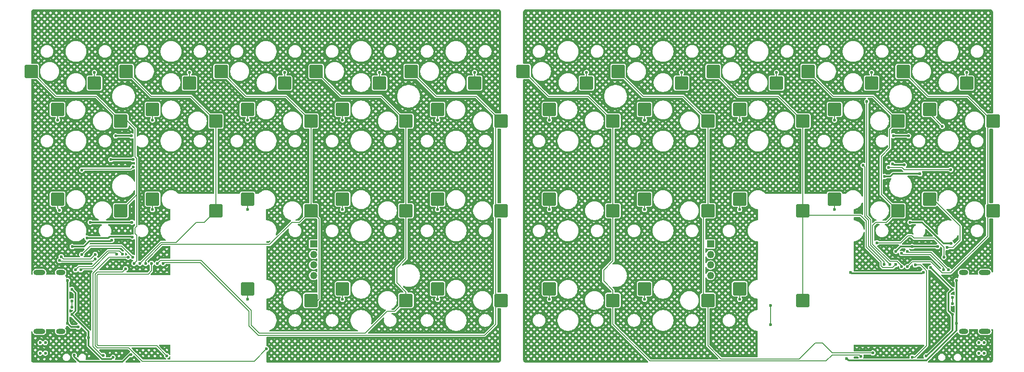
<source format=gbr>
%TF.GenerationSoftware,KiCad,Pcbnew,8.0.1*%
%TF.CreationDate,2024-03-30T18:05:25+05:00*%
%TF.ProjectId,pcb,7063622e-6b69-4636-9164-5f7063625858,rev?*%
%TF.SameCoordinates,Original*%
%TF.FileFunction,Copper,L2,Bot*%
%TF.FilePolarity,Positive*%
%FSLAX46Y46*%
G04 Gerber Fmt 4.6, Leading zero omitted, Abs format (unit mm)*
G04 Created by KiCad (PCBNEW 8.0.1) date 2024-03-30 18:05:25*
%MOMM*%
%LPD*%
G01*
G04 APERTURE LIST*
G04 Aperture macros list*
%AMRoundRect*
0 Rectangle with rounded corners*
0 $1 Rounding radius*
0 $2 $3 $4 $5 $6 $7 $8 $9 X,Y pos of 4 corners*
0 Add a 4 corners polygon primitive as box body*
4,1,4,$2,$3,$4,$5,$6,$7,$8,$9,$2,$3,0*
0 Add four circle primitives for the rounded corners*
1,1,$1+$1,$2,$3*
1,1,$1+$1,$4,$5*
1,1,$1+$1,$6,$7*
1,1,$1+$1,$8,$9*
0 Add four rect primitives between the rounded corners*
20,1,$1+$1,$2,$3,$4,$5,0*
20,1,$1+$1,$4,$5,$6,$7,0*
20,1,$1+$1,$6,$7,$8,$9,0*
20,1,$1+$1,$8,$9,$2,$3,0*%
G04 Aperture macros list end*
%TA.AperFunction,SMDPad,CuDef*%
%ADD10RoundRect,0.250000X-1.025000X-1.000000X1.025000X-1.000000X1.025000X1.000000X-1.025000X1.000000X0*%
%TD*%
%TA.AperFunction,SMDPad,CuDef*%
%ADD11RoundRect,0.250000X1.025000X1.000000X-1.025000X1.000000X-1.025000X-1.000000X1.025000X-1.000000X0*%
%TD*%
%TA.AperFunction,ComponentPad*%
%ADD12O,2.219000X1.000000*%
%TD*%
%TA.AperFunction,ComponentPad*%
%ADD13O,1.762000X1.000000*%
%TD*%
%TA.AperFunction,ComponentPad*%
%ADD14R,1.350000X1.350000*%
%TD*%
%TA.AperFunction,ComponentPad*%
%ADD15O,1.350000X1.350000*%
%TD*%
%TA.AperFunction,ComponentPad*%
%ADD16C,0.600000*%
%TD*%
%TA.AperFunction,ViaPad*%
%ADD17C,0.600000*%
%TD*%
%TA.AperFunction,Conductor*%
%ADD18C,0.300000*%
%TD*%
%TA.AperFunction,Conductor*%
%ADD19C,0.200000*%
%TD*%
G04 APERTURE END LIST*
D10*
%TO.P,SW26,1,1*%
%TO.N,Net-(D26-A)*%
X193700000Y-78000000D03*
%TO.P,SW26,2,2*%
%TO.N,/Right Side/col1*%
X205700000Y-80200000D03*
%TD*%
%TO.P,SW2,1,1*%
%TO.N,Net-(D2-A)*%
X46500000Y-61000000D03*
%TO.P,SW2,2,2*%
%TO.N,/Left Side/col0*%
X58500000Y-63200000D03*
%TD*%
%TO.P,SW10,1,1*%
%TO.N,Net-(D10-A)*%
X82500000Y-95000000D03*
%TO.P,SW10,2,2*%
%TO.N,/Left Side/col2*%
X94500000Y-97200000D03*
%TD*%
%TO.P,SW14,1,1*%
%TO.N,Net-(D14-A)*%
X100500000Y-95000000D03*
%TO.P,SW14,2,2*%
%TO.N,/Left Side/col3*%
X112500000Y-97200000D03*
%TD*%
%TO.P,SW36,1,1*%
%TO.N,Net-(D36-A)*%
X139700000Y-61000000D03*
%TO.P,SW36,2,2*%
%TO.N,/Right Side/col4*%
X151700000Y-63200000D03*
%TD*%
D11*
%TO.P,SW15,1,1*%
%TO.N,Net-(D15-A)*%
X125500000Y-56000000D03*
%TO.P,SW15,2,2*%
%TO.N,/Left Side/col4*%
X113500000Y-53800000D03*
%TD*%
D12*
%TO.P,J1,*%
%TO.N,*%
X43057400Y-103075300D03*
X43070100Y-91924700D03*
D13*
%TO.P,J1,S1,SHIELD*%
%TO.N,Net-(J1-SHIELD)*%
X47096000Y-103075400D03*
X47096000Y-91924700D03*
%TD*%
D10*
%TO.P,SW9,1,1*%
%TO.N,Net-(D9-A)*%
X82500000Y-78000000D03*
%TO.P,SW9,2,2*%
%TO.N,/Left Side/col2*%
X94500000Y-80200000D03*
%TD*%
D11*
%TO.P,SW27,1,1*%
%TO.N,Net-(D27-A)*%
X182699998Y-56000000D03*
%TO.P,SW27,2,2*%
%TO.N,/Right Side/col2*%
X170699998Y-53800000D03*
%TD*%
D10*
%TO.P,SW18,1,1*%
%TO.N,Net-(D18-A)*%
X118500000Y-95000000D03*
%TO.P,SW18,2,2*%
%TO.N,/Left Side/col4*%
X130500000Y-97200000D03*
%TD*%
%TO.P,SW38,1,1*%
%TO.N,Net-(D38-A)*%
X139700000Y-95000000D03*
%TO.P,SW38,2,2*%
%TO.N,/Right Side/col4*%
X151700000Y-97200000D03*
%TD*%
D14*
%TO.P,J2,1,Pin_1*%
%TO.N,GND*%
X95000000Y-86500000D03*
D15*
%TO.P,J2,2,Pin_2*%
%TO.N,/Left Side/VDD*%
X95000000Y-88500000D03*
%TO.P,J2,3,Pin_3*%
%TO.N,/Left Side/SWDIO*%
X95000000Y-90500000D03*
%TO.P,J2,4,Pin_4*%
%TO.N,/Left Side/SWDCLK*%
X95000000Y-92500000D03*
%TD*%
D10*
%TO.P,SW17,1,1*%
%TO.N,Net-(D17-A)*%
X118500000Y-78000000D03*
%TO.P,SW17,2,2*%
%TO.N,/Left Side/col4*%
X130500000Y-80200000D03*
%TD*%
D11*
%TO.P,SW4,1,1*%
%TO.N,Net-(D4-A)*%
X71500000Y-56000000D03*
%TO.P,SW4,2,2*%
%TO.N,/Left Side/col1*%
X59500000Y-53800000D03*
%TD*%
%TO.P,SW7,1,1*%
%TO.N,Net-(D7-A)*%
X89500000Y-56000000D03*
%TO.P,SW7,2,2*%
%TO.N,/Left Side/col2*%
X77500000Y-53800000D03*
%TD*%
D10*
%TO.P,SW23,1,1*%
%TO.N,Net-(D23-A)*%
X211700000Y-78000000D03*
%TO.P,SW23,2,2*%
%TO.N,/Right Side/col0*%
X223700000Y-80200000D03*
%TD*%
%TO.P,SW16,1,1*%
%TO.N,Net-(D16-A)*%
X118500000Y-61000000D03*
%TO.P,SW16,2,2*%
%TO.N,/Left Side/col4*%
X130500000Y-63200000D03*
%TD*%
%TO.P,SW12,1,1*%
%TO.N,Net-(D12-A)*%
X100500000Y-61000000D03*
%TO.P,SW12,2,2*%
%TO.N,/Left Side/col3*%
X112500000Y-63200000D03*
%TD*%
%TO.P,SW34,1,1*%
%TO.N,Net-(D34-A)*%
X157700000Y-95000000D03*
%TO.P,SW34,2,2*%
%TO.N,/Right Side/col3*%
X169700000Y-97200000D03*
%TD*%
D11*
%TO.P,SW35,1,1*%
%TO.N,Net-(D35-A)*%
X146699998Y-56000000D03*
%TO.P,SW35,2,2*%
%TO.N,/Right Side/col4*%
X134699998Y-53800000D03*
%TD*%
D10*
%TO.P,SW6,1,1*%
%TO.N,Net-(D6-A)*%
X64500000Y-78000000D03*
%TO.P,SW6,2,2*%
%TO.N,/Left Side/col1*%
X76500000Y-80200000D03*
%TD*%
D14*
%TO.P,J4,1,Pin_1*%
%TO.N,GND*%
X170200000Y-86500000D03*
D15*
%TO.P,J4,2,Pin_2*%
%TO.N,/Right Side/VDD*%
X170200000Y-88500000D03*
%TO.P,J4,3,Pin_3*%
%TO.N,/Right Side/SWDIO*%
X170200000Y-90500000D03*
%TO.P,J4,4,Pin_4*%
%TO.N,/Right Side/SWDCLK*%
X170200000Y-92500000D03*
%TD*%
D10*
%TO.P,SW37,1,1*%
%TO.N,Net-(D37-A)*%
X139700000Y-78000000D03*
%TO.P,SW37,2,2*%
%TO.N,/Right Side/col4*%
X151700000Y-80200000D03*
%TD*%
%TO.P,SW28,1,1*%
%TO.N,Net-(D28-A)*%
X175700000Y-61000000D03*
%TO.P,SW28,2,2*%
%TO.N,/Right Side/col2*%
X187700000Y-63200000D03*
%TD*%
D12*
%TO.P,J3,*%
%TO.N,*%
X222154050Y-91924800D03*
X222141350Y-103075400D03*
D13*
%TO.P,J3,S1,SHIELD*%
%TO.N,Net-(J3-SHIELD)*%
X218115450Y-91924700D03*
X218115450Y-103075400D03*
%TD*%
D10*
%TO.P,SW30,1,1*%
%TO.N,Net-(D30-A)*%
X175700000Y-95000000D03*
%TO.P,SW30,2,2*%
%TO.N,/Right Side/col2*%
X187700000Y-97200000D03*
%TD*%
%TO.P,SW25,1,1*%
%TO.N,Net-(D25-A)*%
X193700000Y-61000000D03*
%TO.P,SW25,2,2*%
%TO.N,/Right Side/col1*%
X205700000Y-63200000D03*
%TD*%
D16*
%TO.P,H2,1,1*%
%TO.N,/Left Side/+BATT*%
X43200000Y-107200000D03*
X44200000Y-107200000D03*
%TD*%
D10*
%TO.P,SW29,1,1*%
%TO.N,Net-(D29-A)*%
X175700000Y-78000000D03*
%TO.P,SW29,2,2*%
%TO.N,/Right Side/col2*%
X187700000Y-80200000D03*
%TD*%
D11*
%TO.P,SW1,1,1*%
%TO.N,Net-(D1-A)*%
X53500000Y-56000000D03*
%TO.P,SW1,2,2*%
%TO.N,/Left Side/col0*%
X41500000Y-53800000D03*
%TD*%
%TO.P,SW11,1,1*%
%TO.N,Net-(D11-A)*%
X107500000Y-56000000D03*
%TO.P,SW11,2,2*%
%TO.N,/Left Side/col3*%
X95500000Y-53800000D03*
%TD*%
D16*
%TO.P,H4,1,1*%
%TO.N,/Right Side/+BATT*%
X222000000Y-107200000D03*
X221000000Y-107200000D03*
%TD*%
D10*
%TO.P,SW5,1,1*%
%TO.N,Net-(D5-A)*%
X64500000Y-61000000D03*
%TO.P,SW5,2,2*%
%TO.N,/Left Side/col1*%
X76500000Y-63200000D03*
%TD*%
%TO.P,SW33,1,1*%
%TO.N,Net-(D33-A)*%
X157700000Y-78000000D03*
%TO.P,SW33,2,2*%
%TO.N,/Right Side/col3*%
X169700000Y-80200000D03*
%TD*%
D16*
%TO.P,H3,1,1*%
%TO.N,GND*%
X222000000Y-105200000D03*
X221000000Y-105200000D03*
%TD*%
D11*
%TO.P,SW24,1,1*%
%TO.N,Net-(D24-A)*%
X200699998Y-56000000D03*
%TO.P,SW24,2,2*%
%TO.N,/Right Side/col1*%
X188699998Y-53800000D03*
%TD*%
D10*
%TO.P,SW32,1,1*%
%TO.N,Net-(D32-A)*%
X157700000Y-61000000D03*
%TO.P,SW32,2,2*%
%TO.N,/Right Side/col3*%
X169700000Y-63200000D03*
%TD*%
%TO.P,SW3,1,1*%
%TO.N,Net-(D3-A)*%
X46500000Y-78000000D03*
%TO.P,SW3,2,2*%
%TO.N,/Left Side/col0*%
X58500000Y-80200000D03*
%TD*%
%TO.P,SW8,1,1*%
%TO.N,Net-(D8-A)*%
X82500000Y-61000000D03*
%TO.P,SW8,2,2*%
%TO.N,/Left Side/col2*%
X94500000Y-63200000D03*
%TD*%
D16*
%TO.P,H1,1,1*%
%TO.N,GND*%
X43200000Y-105200000D03*
X44200000Y-105200000D03*
%TD*%
D10*
%TO.P,SW22,1,1*%
%TO.N,Net-(D22-A)*%
X211700000Y-61000000D03*
%TO.P,SW22,2,2*%
%TO.N,/Right Side/col0*%
X223700000Y-63200000D03*
%TD*%
D11*
%TO.P,SW21,1,1*%
%TO.N,Net-(D21-A)*%
X218699998Y-56000000D03*
%TO.P,SW21,2,2*%
%TO.N,/Right Side/col0*%
X206699998Y-53800000D03*
%TD*%
D10*
%TO.P,SW13,1,1*%
%TO.N,Net-(D13-A)*%
X100500000Y-78000000D03*
%TO.P,SW13,2,2*%
%TO.N,/Left Side/col3*%
X112500000Y-80200000D03*
%TD*%
D11*
%TO.P,SW31,1,1*%
%TO.N,Net-(D31-A)*%
X164699998Y-56000000D03*
%TO.P,SW31,2,2*%
%TO.N,/Right Side/col3*%
X152699998Y-53800000D03*
%TD*%
D17*
%TO.N,GND*%
X48400000Y-101550000D03*
X50400000Y-102240148D03*
X216800000Y-93450000D03*
X49280000Y-87000000D03*
X196000000Y-108200000D03*
X196700000Y-91900000D03*
X48400000Y-93450000D03*
X210500000Y-91900000D03*
X56775000Y-85800000D03*
X215800000Y-86400000D03*
X216800000Y-101550000D03*
X208000000Y-82400000D03*
%TO.N,/Left Side/VDD*%
X56600000Y-70500000D03*
X60800000Y-70500000D03*
%TO.N,/Left Side/+VBATT*%
X49700000Y-107600000D03*
X60700000Y-85200000D03*
X60400000Y-107500000D03*
X52100000Y-85400000D03*
%TO.N,Net-(D3-A)*%
X46900000Y-80100000D03*
%TO.N,Net-(D39-K)*%
X207700000Y-66000000D03*
X204825000Y-65978607D03*
%TO.N,Net-(D4-A)*%
X71500000Y-54000000D03*
%TO.N,Net-(D5-A)*%
X64500000Y-63000000D03*
%TO.N,/Right Side/VDD*%
X203198553Y-73700000D03*
X209887500Y-73212500D03*
%TO.N,Net-(D6-A)*%
X64500000Y-80000000D03*
%TO.N,Net-(D7-A)*%
X89500000Y-54000000D03*
%TO.N,Net-(D8-A)*%
X82500000Y-63000000D03*
%TO.N,Net-(D9-A)*%
X82500000Y-80000000D03*
%TO.N,Net-(D10-A)*%
X82500000Y-97000000D03*
%TO.N,Net-(D11-A)*%
X107500000Y-54000000D03*
%TO.N,Net-(D12-A)*%
X100500000Y-63000000D03*
%TO.N,/Right Side/+VBATT*%
X208400000Y-87000000D03*
X213200000Y-87000000D03*
X205300000Y-87900000D03*
%TO.N,Net-(D13-A)*%
X100500000Y-80000000D03*
%TO.N,Net-(D14-A)*%
X100500000Y-97000000D03*
%TO.N,Net-(D15-A)*%
X125500000Y-54000000D03*
%TO.N,Net-(D16-A)*%
X118500000Y-63000000D03*
%TO.N,Net-(D17-A)*%
X118500000Y-80000000D03*
%TO.N,Net-(D18-A)*%
X118500000Y-97000000D03*
%TO.N,/Left Side/row0*%
X46902887Y-89642784D03*
X53649263Y-89324266D03*
%TO.N,/Left Side/row1*%
X51100000Y-72500000D03*
X53625000Y-88500000D03*
X60800000Y-71900000D03*
X47200000Y-88900000D03*
%TO.N,Net-(J1-D+-PadA6)*%
X49200000Y-97300000D03*
X49200000Y-98500000D03*
%TO.N,/Left Side/row2*%
X60774264Y-89025736D03*
X51100000Y-88500000D03*
%TO.N,/Left Side/row3*%
X59400000Y-91200000D03*
X86100000Y-106400000D03*
%TO.N,/Left Side/VBUS*%
X52375000Y-104275000D03*
X49200000Y-99900000D03*
X49200000Y-95100000D03*
X52700000Y-82400000D03*
X57000000Y-108000000D03*
X60600000Y-82400000D03*
%TO.N,/Right Side/row0*%
X204200000Y-90400000D03*
X199800000Y-59500000D03*
%TO.N,Net-(D21-A)*%
X218700000Y-54000000D03*
%TO.N,/Right Side/row1*%
X203900000Y-72000000D03*
X203100000Y-90400000D03*
X215700000Y-72400000D03*
X199100000Y-71600000D03*
%TO.N,Net-(D19-K)*%
X57500000Y-66000000D03*
X60500000Y-66000000D03*
%TO.N,Net-(D1-A)*%
X53500000Y-54000000D03*
%TO.N,Net-(D2-A)*%
X46500000Y-63000000D03*
%TO.N,Net-(D20-K)*%
X59900001Y-89000000D03*
X55175736Y-107624264D03*
%TO.N,Net-(D22-A)*%
X214100000Y-64200000D03*
%TO.N,Net-(U1-RESET)*%
X67200000Y-107700000D03*
X64300000Y-90200000D03*
%TO.N,/Right Side/row2*%
X201700000Y-86300000D03*
X214400000Y-89000000D03*
%TO.N,Net-(D23-A)*%
X215000000Y-87200000D03*
%TO.N,/Right Side/VBUS*%
X206900000Y-71500000D03*
X204700000Y-71287869D03*
X216000000Y-99900000D03*
X211000000Y-107750001D03*
X211900000Y-91000000D03*
X216000000Y-95100000D03*
%TO.N,Net-(D25-A)*%
X193700000Y-63000000D03*
%TO.N,Net-(D26-A)*%
X193700000Y-80000000D03*
%TO.N,Net-(D27-A)*%
X182700000Y-54000000D03*
%TO.N,Net-(D28-A)*%
X175700000Y-63000000D03*
%TO.N,Net-(D29-A)*%
X175700000Y-80000000D03*
%TO.N,Net-(D30-A)*%
X175700000Y-97000000D03*
%TO.N,Net-(D31-A)*%
X164699998Y-54000000D03*
%TO.N,/Right Side/row3*%
X181600000Y-98200000D03*
X181600000Y-101800000D03*
%TO.N,Net-(D32-A)*%
X157700000Y-63000000D03*
%TO.N,Net-(D33-A)*%
X157700000Y-80000000D03*
%TO.N,Net-(D34-A)*%
X157700000Y-97000000D03*
%TO.N,Net-(D35-A)*%
X146700000Y-54000000D03*
%TO.N,Net-(D36-A)*%
X139700000Y-63000000D03*
%TO.N,Net-(D37-A)*%
X139700000Y-80000000D03*
%TO.N,Net-(D38-A)*%
X139700000Y-97000000D03*
%TO.N,Net-(D24-A)*%
X200700000Y-54000000D03*
%TO.N,Net-(D40-K)*%
X209000000Y-90500000D03*
X208400000Y-107950000D03*
%TO.N,Net-(J3-D+-PadA6)*%
X216000000Y-97800000D03*
X216000000Y-96600000D03*
%TO.N,/Left Side/D-*%
X49900000Y-91400000D03*
X58800000Y-88400000D03*
%TO.N,/Left Side/D+*%
X50900000Y-91400000D03*
X57700000Y-88400000D03*
%TO.N,/Right Side/D-*%
X206400000Y-88300000D03*
X214300000Y-91400000D03*
%TO.N,/Right Side/D+*%
X215300000Y-91400000D03*
X207500000Y-87900000D03*
%TO.N,/Left Side/col0*%
X61000000Y-90200000D03*
%TO.N,/Left Side/col1*%
X62100000Y-90200000D03*
%TO.N,/Left Side/col2*%
X63200000Y-90200000D03*
%TO.N,/Left Side/col3*%
X65400000Y-90200000D03*
%TO.N,/Left Side/col4*%
X66500000Y-90200000D03*
%TO.N,/Right Side/col0*%
X207500000Y-90800000D03*
%TO.N,/Right Side/col1*%
X206400000Y-90800000D03*
%TO.N,/Right Side/col2*%
X205300000Y-90400000D03*
%TO.N,/Right Side/col3*%
X200950000Y-107150000D03*
%TO.N,/Right Side/col4*%
X198700000Y-107800000D03*
%TD*%
D18*
%TO.N,GND*%
X48400000Y-93450000D02*
X48400000Y-101550000D01*
X208000000Y-82400000D02*
X210300000Y-82400000D01*
X49090148Y-102240148D02*
X48400000Y-101550000D01*
X196400000Y-108600000D02*
X211077818Y-108600000D01*
X196000000Y-108200000D02*
X196400000Y-108600000D01*
X216800000Y-93450000D02*
X216800000Y-101550000D01*
X196900000Y-92100000D02*
X196700000Y-91900000D01*
X211077818Y-108600000D02*
X216800000Y-102877818D01*
X50400000Y-102240148D02*
X49090148Y-102240148D01*
X216800000Y-102877818D02*
X216800000Y-101550000D01*
X210500000Y-91900000D02*
X210300000Y-92100000D01*
X56625000Y-85950000D02*
X52550000Y-85950000D01*
X210300000Y-92100000D02*
X196900000Y-92100000D01*
X210300000Y-82400000D02*
X214300000Y-86400000D01*
X214300000Y-86400000D02*
X215800000Y-86400000D01*
X51500000Y-87000000D02*
X49280000Y-87000000D01*
X56775000Y-85800000D02*
X56625000Y-85950000D01*
X52550000Y-85950000D02*
X51500000Y-87000000D01*
%TO.N,/Left Side/VDD*%
X56600000Y-70500000D02*
X60800000Y-70500000D01*
%TO.N,/Left Side/+VBATT*%
X60700000Y-85200000D02*
X60600000Y-85100000D01*
X60600000Y-85100000D02*
X56400000Y-85100000D01*
X58837867Y-108850000D02*
X60187867Y-107500000D01*
X50650000Y-108850000D02*
X58837867Y-108850000D01*
X56100000Y-85400000D02*
X52100000Y-85400000D01*
X60187867Y-107500000D02*
X60400000Y-107500000D01*
X49700000Y-107600000D02*
X49700000Y-107900000D01*
X56400000Y-85100000D02*
X56100000Y-85400000D01*
X49700000Y-107900000D02*
X50650000Y-108850000D01*
D19*
%TO.N,Net-(D3-A)*%
X46500000Y-79700000D02*
X46500000Y-78000000D01*
X46900000Y-80100000D02*
X46500000Y-79700000D01*
D18*
%TO.N,Net-(D39-K)*%
X204825000Y-65978607D02*
X204846393Y-66000000D01*
X204846393Y-66000000D02*
X207700000Y-66000000D01*
D19*
%TO.N,Net-(D4-A)*%
X71500000Y-54000000D02*
X71500000Y-56000000D01*
%TO.N,Net-(D5-A)*%
X64500000Y-63000000D02*
X64500000Y-61000000D01*
D18*
%TO.N,/Right Side/VDD*%
X209887500Y-73212500D02*
X209875000Y-73200000D01*
X204800000Y-73200000D02*
X204300000Y-73700000D01*
X204300000Y-73700000D02*
X203198553Y-73700000D01*
X209875000Y-73200000D02*
X204800000Y-73200000D01*
D19*
%TO.N,Net-(D6-A)*%
X64500000Y-80000000D02*
X64500000Y-78000000D01*
%TO.N,Net-(D7-A)*%
X89500000Y-54000000D02*
X89500000Y-56000000D01*
%TO.N,Net-(D8-A)*%
X82500000Y-63000000D02*
X82500000Y-61000000D01*
%TO.N,Net-(D9-A)*%
X82500000Y-80000000D02*
X82500000Y-78000000D01*
%TO.N,Net-(D10-A)*%
X82500000Y-97000000D02*
X82500000Y-95000000D01*
%TO.N,Net-(D11-A)*%
X107500000Y-54000000D02*
X107500000Y-56000000D01*
%TO.N,Net-(D12-A)*%
X100500000Y-63000000D02*
X100500000Y-61000000D01*
D18*
%TO.N,/Right Side/+VBATT*%
X208400000Y-87000000D02*
X213200000Y-87000000D01*
X208400000Y-87000000D02*
X206200000Y-87000000D01*
X206200000Y-87000000D02*
X205300000Y-87900000D01*
D19*
%TO.N,Net-(D13-A)*%
X100500000Y-80000000D02*
X100500000Y-78000000D01*
%TO.N,Net-(D14-A)*%
X100500000Y-97000000D02*
X100500000Y-95000000D01*
%TO.N,Net-(D15-A)*%
X125500000Y-56000000D02*
X125500000Y-54000000D01*
%TO.N,Net-(D16-A)*%
X118500000Y-63000000D02*
X118500000Y-61000000D01*
%TO.N,Net-(D17-A)*%
X118500000Y-80000000D02*
X118500000Y-78000000D01*
%TO.N,Net-(D18-A)*%
X118500000Y-97000000D02*
X118500000Y-95000000D01*
%TO.N,/Left Side/row0*%
X46902887Y-89642784D02*
X47022901Y-89762798D01*
X53210731Y-89762798D02*
X53649263Y-89324266D01*
X47022901Y-89762798D02*
X53210731Y-89762798D01*
%TO.N,/Left Side/row1*%
X47662798Y-89362798D02*
X47200000Y-88900000D01*
X60800000Y-71900000D02*
X60400000Y-72300000D01*
X53625000Y-88500000D02*
X52762202Y-89362798D01*
X51300000Y-72300000D02*
X51100000Y-72500000D01*
X52762202Y-89362798D02*
X47662798Y-89362798D01*
X60400000Y-72300000D02*
X51300000Y-72300000D01*
%TO.N,Net-(J1-D+-PadA6)*%
X49200000Y-97300000D02*
X49200000Y-98500000D01*
%TO.N,/Left Side/row2*%
X58648529Y-86900000D02*
X52700000Y-86900000D01*
X52700000Y-86900000D02*
X51100000Y-88500000D01*
X60774264Y-89025736D02*
X58648529Y-86900000D01*
%TO.N,/Left Side/row3*%
X53600000Y-92234315D02*
X53600000Y-105765686D01*
X60019239Y-106200000D02*
X62527556Y-108708317D01*
X58800000Y-91800000D02*
X54034314Y-91800000D01*
X62527556Y-108708317D02*
X83791683Y-108708317D01*
X83791683Y-108708317D02*
X86100000Y-106400000D01*
X54034314Y-91800000D02*
X53600000Y-92234315D01*
X54034315Y-106200000D02*
X60019239Y-106200000D01*
X59400000Y-91200000D02*
X58800000Y-91800000D01*
X53600000Y-105765686D02*
X54034315Y-106200000D01*
D18*
%TO.N,/Left Side/VBUS*%
X52375000Y-105742767D02*
X52375000Y-104275000D01*
X54932233Y-108300000D02*
X52375000Y-105742767D01*
X52375000Y-104275000D02*
X52375000Y-103075000D01*
X60600000Y-82400000D02*
X52700000Y-82400000D01*
X56700000Y-108300000D02*
X54932233Y-108300000D01*
X49900000Y-95800000D02*
X49200000Y-95100000D01*
X49200000Y-99900000D02*
X49900000Y-99200000D01*
X52375000Y-103075000D02*
X49200000Y-99900000D01*
X49900000Y-99200000D02*
X49900000Y-95800000D01*
X57000000Y-108000000D02*
X56700000Y-108300000D01*
D19*
%TO.N,/Right Side/row0*%
X200500000Y-81868629D02*
X199800000Y-81168628D01*
X200500000Y-86700000D02*
X200500000Y-81868629D01*
X199800000Y-81168628D02*
X199800000Y-59500000D01*
X204200000Y-90400000D02*
X200500000Y-86700000D01*
%TO.N,Net-(D21-A)*%
X218700000Y-54000000D02*
X218699998Y-54000002D01*
X218699998Y-54000002D02*
X218699998Y-56000000D01*
%TO.N,/Right Side/row1*%
X203100000Y-89865686D02*
X200100000Y-86865686D01*
X200100000Y-86865686D02*
X200100000Y-82034315D01*
X206880761Y-72400000D02*
X215700000Y-72400000D01*
X203100000Y-90400000D02*
X203100000Y-89865686D01*
X203900000Y-72000000D02*
X206480761Y-72000000D01*
X199400000Y-81334314D02*
X199400000Y-71900000D01*
X200100000Y-82034315D02*
X199400000Y-81334314D01*
X206480761Y-72000000D02*
X206880761Y-72400000D01*
X199400000Y-71900000D02*
X199100000Y-71600000D01*
D18*
%TO.N,Net-(D19-K)*%
X57500000Y-66000000D02*
X60500000Y-66000000D01*
D19*
%TO.N,Net-(D1-A)*%
X53500000Y-54000000D02*
X53500000Y-56000000D01*
%TO.N,Net-(D2-A)*%
X46500000Y-63000000D02*
X46500000Y-61000000D01*
%TO.N,Net-(D20-K)*%
X53200001Y-105931372D02*
X53200000Y-92068630D01*
X56268630Y-89000000D02*
X59900001Y-89000000D01*
X53200000Y-92068630D02*
X56268630Y-89000000D01*
X55175736Y-107624264D02*
X54892893Y-107624264D01*
X54892893Y-107624264D02*
X53200001Y-105931372D01*
%TO.N,Net-(D22-A)*%
X214100000Y-64200000D02*
X211700000Y-61800000D01*
X211700000Y-61800000D02*
X211700000Y-61000000D01*
%TO.N,Net-(U1-RESET)*%
X63700000Y-92200000D02*
X54200000Y-92200000D01*
X64300000Y-91600000D02*
X63700000Y-92200000D01*
X54000000Y-92400000D02*
X54000000Y-105600000D01*
X64300000Y-90200000D02*
X64300000Y-91600000D01*
X54000000Y-105600000D02*
X54200000Y-105800000D01*
X54200000Y-105800000D02*
X65300000Y-105800000D01*
X65300000Y-105800000D02*
X67200000Y-107700000D01*
X54200000Y-92200000D02*
X54000000Y-92400000D01*
%TO.N,/Right Side/row2*%
X207541636Y-84951258D02*
X206192894Y-86300000D01*
X208286712Y-84951258D02*
X207541636Y-84951258D01*
X208735454Y-85400000D02*
X208286712Y-84951258D01*
X214400000Y-87136396D02*
X212663604Y-85400000D01*
X212663604Y-85400000D02*
X208735454Y-85400000D01*
X214400000Y-89000000D02*
X214400000Y-87136396D01*
X206192894Y-86300000D02*
X201700000Y-86300000D01*
%TO.N,Net-(D23-A)*%
X212400000Y-78000000D02*
X211700000Y-78000000D01*
X217500000Y-83100000D02*
X212400000Y-78000000D01*
X216100000Y-87200000D02*
X217500000Y-85800000D01*
X217500000Y-85800000D02*
X217500000Y-83100000D01*
X215000000Y-87200000D02*
X216100000Y-87200000D01*
D18*
%TO.N,/Right Side/VBUS*%
X216000000Y-102900000D02*
X216000000Y-99900000D01*
X211000000Y-107750001D02*
X211149999Y-107750001D01*
X216000000Y-95100000D02*
X215300000Y-95800000D01*
X204912131Y-71500000D02*
X206900000Y-71500000D01*
X211149999Y-107750001D02*
X216000000Y-102900000D01*
X211900000Y-91000000D02*
X216000000Y-95100000D01*
X215300000Y-99200000D02*
X216000000Y-99900000D01*
X204700000Y-71287869D02*
X204912131Y-71500000D01*
X215300000Y-95800000D02*
X215300000Y-99200000D01*
D19*
%TO.N,Net-(D25-A)*%
X193700000Y-63000000D02*
X193700000Y-61000000D01*
%TO.N,Net-(D26-A)*%
X193700000Y-80000000D02*
X193700000Y-78000000D01*
%TO.N,Net-(D27-A)*%
X182700000Y-54000000D02*
X182699998Y-54000002D01*
X182699998Y-54000002D02*
X182699998Y-56000000D01*
%TO.N,Net-(D28-A)*%
X175700000Y-63000000D02*
X175700000Y-61000000D01*
%TO.N,Net-(D29-A)*%
X175700000Y-80000000D02*
X175700000Y-78000000D01*
%TO.N,Net-(D30-A)*%
X175700000Y-97000000D02*
X175700000Y-95000000D01*
%TO.N,Net-(D31-A)*%
X164699998Y-54000000D02*
X164699998Y-56000000D01*
%TO.N,/Right Side/row3*%
X181600000Y-98200000D02*
X181600000Y-101800000D01*
%TO.N,Net-(D32-A)*%
X157700000Y-63000000D02*
X157700000Y-61000000D01*
%TO.N,Net-(D33-A)*%
X157700000Y-80000000D02*
X157700000Y-78000000D01*
%TO.N,Net-(D34-A)*%
X157700000Y-97000000D02*
X157700000Y-95000000D01*
%TO.N,Net-(D35-A)*%
X146700000Y-54000000D02*
X146700000Y-54100000D01*
X146699998Y-54100002D02*
X146699998Y-56000000D01*
X146700000Y-54100000D02*
X146699998Y-54100002D01*
%TO.N,Net-(D36-A)*%
X139700000Y-63000000D02*
X139700000Y-61000000D01*
%TO.N,Net-(D37-A)*%
X139700000Y-80000000D02*
X139700000Y-78000000D01*
%TO.N,Net-(D38-A)*%
X139700000Y-97000000D02*
X139700000Y-95000000D01*
%TO.N,Net-(D24-A)*%
X200699998Y-54000002D02*
X200699998Y-56000000D01*
X200700000Y-54000000D02*
X200699998Y-54000002D01*
%TO.N,Net-(D40-K)*%
X208950000Y-107950000D02*
X211150000Y-105750000D01*
X210000000Y-90500000D02*
X209000000Y-90500000D01*
X210750000Y-91250000D02*
X210000000Y-90500000D01*
X210769239Y-91250000D02*
X210750000Y-91250000D01*
X208400000Y-107950000D02*
X208950000Y-107950000D01*
X211150000Y-91630761D02*
X210769239Y-91250000D01*
X211150000Y-105750000D02*
X211150000Y-91630761D01*
%TO.N,Net-(J3-D+-PadA6)*%
X216000000Y-97800000D02*
X216000000Y-96600000D01*
%TO.N,/Left Side/D-*%
X50500000Y-90800000D02*
X49900000Y-91400000D01*
X58200000Y-87800000D02*
X56022058Y-87800000D01*
X58800000Y-88400000D02*
X58200000Y-87800000D01*
X56022058Y-87800000D02*
X53022058Y-90800000D01*
X53022058Y-90800000D02*
X50500000Y-90800000D01*
%TO.N,/Left Side/D+*%
X53187743Y-91200000D02*
X51100000Y-91200000D01*
X56187743Y-88200000D02*
X53187743Y-91200000D01*
X51100000Y-91200000D02*
X50900000Y-91400000D01*
X57700000Y-88400000D02*
X57500000Y-88200000D01*
X57500000Y-88200000D02*
X56187743Y-88200000D01*
%TO.N,/Right Side/D-*%
X211834314Y-88500000D02*
X214300000Y-90965686D01*
X206600000Y-88500000D02*
X211834314Y-88500000D01*
X214300000Y-90965686D02*
X214300000Y-91400000D01*
X206400000Y-88300000D02*
X206600000Y-88500000D01*
%TO.N,/Right Side/D+*%
X207700000Y-88100000D02*
X211999999Y-88100000D01*
X207500000Y-87900000D02*
X207700000Y-88100000D01*
X211999999Y-88100000D02*
X215300000Y-91400000D01*
%TO.N,/Left Side/col0*%
X61200000Y-83461522D02*
X61500000Y-83161522D01*
X61500000Y-89700000D02*
X61500000Y-84838478D01*
X61500000Y-70280761D02*
X61500000Y-77200000D01*
X53800000Y-58500000D02*
X58500000Y-63200000D01*
X61000000Y-90200000D02*
X61500000Y-89700000D01*
X61500000Y-84838478D02*
X61200000Y-84538478D01*
X61500000Y-83161522D02*
X61500000Y-77200000D01*
X41500000Y-53800000D02*
X46200000Y-58500000D01*
X59775000Y-63200000D02*
X61200000Y-64625000D01*
X61200000Y-64625000D02*
X61200000Y-69980761D01*
X46200000Y-58500000D02*
X53800000Y-58500000D01*
X58500000Y-63200000D02*
X59775000Y-63200000D01*
X61200000Y-84538478D02*
X61200000Y-83461522D01*
X61500000Y-77200000D02*
X58500000Y-80200000D01*
X61200000Y-69980761D02*
X61500000Y-70280761D01*
%TO.N,/Left Side/col1*%
X66100000Y-86200000D02*
X69000000Y-86200000D01*
X69000000Y-86200000D02*
X72800000Y-82400000D01*
X72800000Y-82400000D02*
X74300000Y-82400000D01*
X76500000Y-63200000D02*
X71800000Y-58500000D01*
X71800000Y-58500000D02*
X64200000Y-58500000D01*
X62100000Y-90200000D02*
X66100000Y-86200000D01*
X76500000Y-80200000D02*
X76500000Y-63200000D01*
X64200000Y-58500000D02*
X59500000Y-53800000D01*
X74300000Y-82400000D02*
X76500000Y-80200000D01*
%TO.N,/Left Side/col2*%
X94500000Y-80200000D02*
X94500000Y-63200000D01*
X92300000Y-82400000D02*
X94500000Y-80200000D01*
X89800000Y-58500000D02*
X82200000Y-58500000D01*
X63200000Y-90200000D02*
X63200000Y-89665686D01*
X82200000Y-58500000D02*
X77500000Y-53800000D01*
X90900000Y-82400000D02*
X92300000Y-82400000D01*
X94500000Y-97200000D02*
X95775000Y-97200000D01*
X86700000Y-86600000D02*
X90900000Y-82400000D01*
X94500000Y-63200000D02*
X89800000Y-58500000D01*
X96025000Y-81725000D02*
X94500000Y-80200000D01*
X95775000Y-97200000D02*
X96025000Y-96950000D01*
X96025000Y-96950000D02*
X96025000Y-81725000D01*
X63200000Y-89665686D02*
X66265686Y-86600000D01*
X66265686Y-86600000D02*
X86700000Y-86600000D01*
%TO.N,/Left Side/col3*%
X84700000Y-103400000D02*
X83200000Y-101900000D01*
X83200000Y-99100000D02*
X73700000Y-89600000D01*
X110747543Y-93847543D02*
X110747543Y-91052457D01*
X73700000Y-89600000D02*
X66000000Y-89600000D01*
X100200000Y-58500000D02*
X95500000Y-53800000D01*
X83200000Y-101900000D02*
X83200000Y-99100000D01*
X66000000Y-89600000D02*
X65400000Y-90200000D01*
X112500000Y-97200000D02*
X110400000Y-99300000D01*
X112500000Y-89300000D02*
X112500000Y-80200000D01*
X112500000Y-80200000D02*
X112500000Y-63200000D01*
X112500000Y-63200000D02*
X107800000Y-58500000D01*
X107800000Y-58500000D02*
X100200000Y-58500000D01*
X110400000Y-99300000D02*
X108900000Y-99300000D01*
X104800000Y-103400000D02*
X84700000Y-103400000D01*
X108900000Y-99300000D02*
X104800000Y-103400000D01*
X112500000Y-95600000D02*
X110747543Y-93847543D01*
X112500000Y-97200000D02*
X112500000Y-95600000D01*
X110747543Y-91052457D02*
X112500000Y-89300000D01*
%TO.N,/Left Side/col4*%
X129500000Y-64200000D02*
X130500000Y-63200000D01*
X66700000Y-90000000D02*
X73534314Y-90000000D01*
X66500000Y-90200000D02*
X66700000Y-90000000D01*
X118200000Y-58500000D02*
X113500000Y-53800000D01*
X129500000Y-79200000D02*
X129500000Y-64200000D01*
X130500000Y-97200000D02*
X129500000Y-96200000D01*
X129500000Y-98100000D02*
X130400000Y-97200000D01*
X125800000Y-58500000D02*
X118200000Y-58500000D01*
X82800000Y-99265686D02*
X82800000Y-102065686D01*
X130500000Y-63200000D02*
X125800000Y-58500000D01*
X127400000Y-103800000D02*
X129500000Y-101700000D01*
X84534314Y-103800000D02*
X127400000Y-103800000D01*
X73534314Y-90000000D02*
X82800000Y-99265686D01*
X130500000Y-80200000D02*
X129500000Y-79200000D01*
X82800000Y-102065686D02*
X84534314Y-103800000D01*
X129500000Y-101700000D02*
X129500000Y-98100000D01*
X129500000Y-96200000D02*
X129500000Y-81200000D01*
X129500000Y-81200000D02*
X130500000Y-80200000D01*
%TO.N,/Right Side/col0*%
X206699998Y-53800000D02*
X211399998Y-58500000D01*
X208400000Y-89900000D02*
X211951471Y-89900000D01*
X207500000Y-90800000D02*
X208400000Y-89900000D01*
X222700000Y-81100000D02*
X223600000Y-80200000D01*
X211399998Y-58500000D02*
X218900000Y-58500000D01*
X222700000Y-79200000D02*
X223700000Y-80200000D01*
X222700000Y-64200000D02*
X222700000Y-79200000D01*
X222700000Y-85000000D02*
X222700000Y-81100000D01*
X223700000Y-63200000D02*
X222700000Y-64200000D01*
X214051471Y-92000000D02*
X215700000Y-92000000D01*
X215700000Y-92000000D02*
X222700000Y-85000000D01*
X211951471Y-89900000D02*
X214051471Y-92000000D01*
X218900000Y-58500000D02*
X223600000Y-63200000D01*
%TO.N,/Right Side/col1*%
X188699998Y-53800000D02*
X193399998Y-58500000D01*
X204100000Y-68300000D02*
X202548553Y-69851447D01*
X202548553Y-69851447D02*
X202548553Y-77048553D01*
X204165686Y-89800000D02*
X200900000Y-86534314D01*
X201000000Y-58500000D02*
X205700000Y-63200000D01*
X202548553Y-77048553D02*
X205700000Y-80200000D01*
X193399998Y-58500000D02*
X201000000Y-58500000D01*
X206400000Y-90800000D02*
X206400000Y-90651470D01*
X205700000Y-63200000D02*
X204100000Y-64800000D01*
X203500000Y-82400000D02*
X205700000Y-80200000D01*
X206400000Y-90651470D02*
X205548530Y-89800000D01*
X205548530Y-89800000D02*
X204165686Y-89800000D01*
X200900000Y-83000000D02*
X201500000Y-82400000D01*
X204100000Y-64800000D02*
X204100000Y-68300000D01*
X201500000Y-82400000D02*
X203500000Y-82400000D01*
X200900000Y-86534314D02*
X200900000Y-83000000D01*
%TO.N,/Right Side/col2*%
X187700000Y-63200000D02*
X187700000Y-80200000D01*
X183000000Y-58500000D02*
X187700000Y-63200000D01*
X202500000Y-89831370D02*
X199700000Y-87031370D01*
X199700000Y-82200000D02*
X198600000Y-81100000D01*
X202500000Y-90648529D02*
X202500000Y-89831370D01*
X188600000Y-81100000D02*
X187700000Y-80200000D01*
X198600000Y-81100000D02*
X188600000Y-81100000D01*
X199700000Y-87031370D02*
X199700000Y-82200000D01*
X205300000Y-90400000D02*
X204700000Y-91000000D01*
X170699998Y-53800000D02*
X175399998Y-58500000D01*
X204700000Y-91000000D02*
X202851471Y-91000000D01*
X175399998Y-58500000D02*
X183000000Y-58500000D01*
X202851471Y-91000000D02*
X202500000Y-90648529D01*
X187700000Y-80200000D02*
X187700000Y-97200000D01*
%TO.N,/Right Side/col3*%
X169700000Y-80200000D02*
X168900000Y-81000000D01*
X169700000Y-63200000D02*
X169700000Y-80200000D01*
X191409661Y-105291683D02*
X189995816Y-105291683D01*
X193267978Y-107150000D02*
X191409661Y-105291683D01*
X157399998Y-58500000D02*
X165000000Y-58500000D01*
X165000000Y-58500000D02*
X169700000Y-63200000D01*
X186987499Y-108300000D02*
X172200000Y-108300000D01*
X168900000Y-81000000D02*
X168900000Y-96400000D01*
X189995816Y-105291683D02*
X186987499Y-108300000D01*
X200950000Y-107150000D02*
X193267978Y-107150000D01*
X152699998Y-53800000D02*
X157399998Y-58500000D01*
X168900000Y-96400000D02*
X169700000Y-97200000D01*
X169700000Y-105800000D02*
X169700000Y-97200000D01*
X172200000Y-108300000D02*
X169700000Y-105800000D01*
%TO.N,/Right Side/col4*%
X151700000Y-63200000D02*
X147000000Y-58500000D01*
X151700000Y-89700000D02*
X151700000Y-80200000D01*
X151700000Y-97200000D02*
X151700000Y-95300000D01*
X139500000Y-58500000D02*
X134800000Y-53800000D01*
X192100000Y-108700000D02*
X158700000Y-108700000D01*
X151700000Y-95300000D02*
X149948476Y-93548476D01*
X158700000Y-108700000D02*
X151700000Y-101700000D01*
X149948476Y-93548476D02*
X149948476Y-91451524D01*
X147000000Y-58500000D02*
X139500000Y-58500000D01*
X198700000Y-107800000D02*
X198450000Y-107550000D01*
X151700000Y-101700000D02*
X151700000Y-97200000D01*
X193250000Y-107550000D02*
X192100000Y-108700000D01*
X151700000Y-63200000D02*
X151700000Y-80200000D01*
X198450000Y-107550000D02*
X193250000Y-107550000D01*
X149948476Y-91451524D02*
X151700000Y-89700000D01*
%TD*%
%TA.AperFunction,NonConductor*%
G36*
X223642539Y-64670185D02*
G01*
X223688294Y-64722989D01*
X223699500Y-64774500D01*
X223699500Y-78625500D01*
X223679815Y-78692539D01*
X223627011Y-78738294D01*
X223575500Y-78749500D01*
X223124500Y-78749500D01*
X223057461Y-78729815D01*
X223011706Y-78677011D01*
X223000500Y-78625500D01*
X223000500Y-64774500D01*
X223020185Y-64707461D01*
X223072989Y-64661706D01*
X223124500Y-64650500D01*
X223575500Y-64650500D01*
X223642539Y-64670185D01*
G37*
%TD.AperFunction*%
%TA.AperFunction,NonConductor*%
G36*
X130442539Y-64670185D02*
G01*
X130488294Y-64722989D01*
X130499500Y-64774500D01*
X130499500Y-78625500D01*
X130479815Y-78692539D01*
X130427011Y-78738294D01*
X130375500Y-78749500D01*
X129924500Y-78749500D01*
X129857461Y-78729815D01*
X129811706Y-78677011D01*
X129800500Y-78625500D01*
X129800500Y-64774500D01*
X129820185Y-64707461D01*
X129872989Y-64661706D01*
X129924500Y-64650500D01*
X130375500Y-64650500D01*
X130442539Y-64670185D01*
G37*
%TD.AperFunction*%
%TA.AperFunction,NonConductor*%
G36*
X199038773Y-78670555D02*
G01*
X199086384Y-78721692D01*
X199099500Y-78777197D01*
X199099500Y-80875167D01*
X199079815Y-80942206D01*
X199027011Y-80987961D01*
X198957853Y-80997905D01*
X198894297Y-80968880D01*
X198887819Y-80962848D01*
X198784512Y-80859541D01*
X198784504Y-80859535D01*
X198715995Y-80819982D01*
X198715990Y-80819979D01*
X198686641Y-80812115D01*
X198639562Y-80799500D01*
X198639560Y-80799500D01*
X197424000Y-80799500D01*
X197356961Y-80779815D01*
X197311206Y-80727011D01*
X197300000Y-80675500D01*
X197300000Y-80401500D01*
X198343051Y-80401500D01*
X198532229Y-80401500D01*
X198437640Y-80306911D01*
X198343051Y-80401500D01*
X197300000Y-80401500D01*
X197300000Y-80199627D01*
X197761841Y-80199627D01*
X197871954Y-80309740D01*
X198103255Y-80078439D01*
X197918227Y-80155080D01*
X197914442Y-80156576D01*
X197909844Y-80158306D01*
X197906034Y-80159669D01*
X197893699Y-80163856D01*
X197889832Y-80165098D01*
X197885137Y-80166522D01*
X197881241Y-80167635D01*
X197761841Y-80199627D01*
X197300000Y-80199627D01*
X197300000Y-79986400D01*
X197319685Y-79919361D01*
X197372489Y-79873606D01*
X197407812Y-79863461D01*
X197547126Y-79845121D01*
X197771940Y-79784882D01*
X197877336Y-79741226D01*
X197986960Y-79695819D01*
X197986963Y-79695817D01*
X197986969Y-79695815D01*
X198188532Y-79579442D01*
X198373181Y-79437756D01*
X198537756Y-79273181D01*
X198679442Y-79088532D01*
X198795815Y-78886969D01*
X198795819Y-78886960D01*
X198860939Y-78729745D01*
X198904779Y-78675341D01*
X198971073Y-78653276D01*
X199038773Y-78670555D01*
G37*
%TD.AperFunction*%
%TA.AperFunction,NonConductor*%
G36*
X200891206Y-58820185D02*
G01*
X200911848Y-58836819D01*
X204188181Y-62113152D01*
X204221666Y-62174475D01*
X204224500Y-62200833D01*
X204224500Y-64199167D01*
X204204815Y-64266206D01*
X204188181Y-64286848D01*
X203859541Y-64615487D01*
X203859535Y-64615495D01*
X203819982Y-64684004D01*
X203819979Y-64684009D01*
X203811321Y-64716322D01*
X203801375Y-64753443D01*
X203799500Y-64760439D01*
X203799500Y-66102375D01*
X203779815Y-66169414D01*
X203727011Y-66215169D01*
X203657853Y-66225113D01*
X203594297Y-66196088D01*
X203587819Y-66190056D01*
X203482075Y-66084312D01*
X203482073Y-66084310D01*
X203329199Y-65973240D01*
X203314446Y-65965723D01*
X203160836Y-65887454D01*
X202981118Y-65829059D01*
X202794486Y-65799500D01*
X202794481Y-65799500D01*
X202605519Y-65799500D01*
X202605514Y-65799500D01*
X202418881Y-65829059D01*
X202239163Y-65887454D01*
X202070800Y-65973240D01*
X201987796Y-66033547D01*
X201917927Y-66084310D01*
X201917925Y-66084312D01*
X201917924Y-66084312D01*
X201784312Y-66217924D01*
X201784312Y-66217925D01*
X201784310Y-66217927D01*
X201764116Y-66245722D01*
X201673240Y-66370800D01*
X201587454Y-66539163D01*
X201529059Y-66718881D01*
X201499500Y-66905513D01*
X201499500Y-67094486D01*
X201529059Y-67281118D01*
X201587454Y-67460836D01*
X201662189Y-67607510D01*
X201673240Y-67629199D01*
X201784310Y-67782073D01*
X201917927Y-67915690D01*
X202070801Y-68026760D01*
X202129680Y-68056760D01*
X202239163Y-68112545D01*
X202239165Y-68112545D01*
X202239168Y-68112547D01*
X202335497Y-68143846D01*
X202418881Y-68170940D01*
X202605514Y-68200500D01*
X202605519Y-68200500D01*
X202794486Y-68200500D01*
X202981118Y-68170940D01*
X203160832Y-68112547D01*
X203329199Y-68026760D01*
X203482073Y-67915690D01*
X203587819Y-67809944D01*
X203649142Y-67776459D01*
X203718834Y-67781443D01*
X203774767Y-67823315D01*
X203799184Y-67888779D01*
X203799500Y-67897625D01*
X203799500Y-68124167D01*
X203779815Y-68191206D01*
X203763181Y-68211848D01*
X202308094Y-69666934D01*
X202308088Y-69666942D01*
X202268535Y-69735451D01*
X202268532Y-69735456D01*
X202264233Y-69751500D01*
X202248053Y-69811885D01*
X202248053Y-77088115D01*
X202259587Y-77131161D01*
X202268532Y-77164543D01*
X202268535Y-77164548D01*
X202308088Y-77233057D01*
X202308094Y-77233065D01*
X204188181Y-79113152D01*
X204221666Y-79174475D01*
X204224500Y-79200833D01*
X204224500Y-81199167D01*
X204204815Y-81266206D01*
X204188181Y-81286848D01*
X203411848Y-82063181D01*
X203350525Y-82096666D01*
X203324167Y-82099500D01*
X202877198Y-82099500D01*
X202810159Y-82079815D01*
X202764404Y-82027011D01*
X202754460Y-81957853D01*
X202783485Y-81894297D01*
X202829746Y-81860939D01*
X202986960Y-81795819D01*
X202986963Y-81795817D01*
X202986969Y-81795815D01*
X203188532Y-81679442D01*
X203228711Y-81648612D01*
X203276386Y-81612029D01*
X203373181Y-81537756D01*
X203537756Y-81373181D01*
X203679442Y-81188532D01*
X203795815Y-80986969D01*
X203805477Y-80963644D01*
X203870368Y-80806981D01*
X203884882Y-80771940D01*
X203945121Y-80547126D01*
X203975500Y-80316372D01*
X203975500Y-80083628D01*
X203945121Y-79852874D01*
X203884882Y-79628060D01*
X203884157Y-79626309D01*
X203795819Y-79413039D01*
X203795811Y-79413023D01*
X203679446Y-79211475D01*
X203679442Y-79211468D01*
X203583775Y-79086792D01*
X203537757Y-79026820D01*
X203537751Y-79026813D01*
X203373186Y-78862248D01*
X203373179Y-78862242D01*
X203188540Y-78720564D01*
X203188538Y-78720562D01*
X203188532Y-78720558D01*
X203188527Y-78720555D01*
X203188524Y-78720553D01*
X202986976Y-78604188D01*
X202986960Y-78604180D01*
X202771947Y-78515120D01*
X202554776Y-78456929D01*
X202547126Y-78454879D01*
X202547125Y-78454878D01*
X202547122Y-78454878D01*
X202316382Y-78424501D01*
X202316377Y-78424500D01*
X202316372Y-78424500D01*
X202083628Y-78424500D01*
X202083622Y-78424500D01*
X202083617Y-78424501D01*
X201852877Y-78454878D01*
X201628052Y-78515120D01*
X201413039Y-78604180D01*
X201413023Y-78604188D01*
X201211475Y-78720553D01*
X201211459Y-78720564D01*
X201026820Y-78862242D01*
X201026813Y-78862248D01*
X200862248Y-79026813D01*
X200862242Y-79026820D01*
X200720564Y-79211459D01*
X200720553Y-79211475D01*
X200604188Y-79413023D01*
X200604180Y-79413039D01*
X200515120Y-79628052D01*
X200454878Y-79852877D01*
X200424501Y-80083617D01*
X200424500Y-80083634D01*
X200424500Y-80316365D01*
X200424501Y-80316382D01*
X200450828Y-80516360D01*
X200454879Y-80547126D01*
X200507202Y-80742399D01*
X200515120Y-80771947D01*
X200604180Y-80986960D01*
X200604188Y-80986976D01*
X200720553Y-81188524D01*
X200720564Y-81188540D01*
X200862242Y-81373179D01*
X200862248Y-81373186D01*
X201026813Y-81537751D01*
X201026820Y-81537757D01*
X201202000Y-81672177D01*
X201211468Y-81679442D01*
X201211475Y-81679446D01*
X201413023Y-81795811D01*
X201413039Y-81795819D01*
X201570254Y-81860939D01*
X201624658Y-81904780D01*
X201646723Y-81971074D01*
X201629444Y-82038773D01*
X201578307Y-82086384D01*
X201522802Y-82099500D01*
X201460438Y-82099500D01*
X201429045Y-82107912D01*
X201384009Y-82119979D01*
X201384008Y-82119980D01*
X201334351Y-82148650D01*
X201315492Y-82159538D01*
X201315486Y-82159542D01*
X201012181Y-82462848D01*
X200950858Y-82496333D01*
X200881166Y-82491349D01*
X200825233Y-82449477D01*
X200800816Y-82384013D01*
X200800500Y-82375167D01*
X200800500Y-81829068D01*
X200800500Y-81829067D01*
X200780021Y-81752640D01*
X200776095Y-81745840D01*
X200740464Y-81684124D01*
X200740458Y-81684116D01*
X200684511Y-81628169D01*
X200136819Y-81080476D01*
X200103334Y-81019153D01*
X200100500Y-80992795D01*
X200100500Y-78410803D01*
X200498500Y-78410803D01*
X200700381Y-78612684D01*
X200984639Y-78328427D01*
X200700381Y-78044169D01*
X200498500Y-78246051D01*
X200498500Y-78410803D01*
X200100500Y-78410803D01*
X200100500Y-77762741D01*
X200981809Y-77762741D01*
X201266067Y-78046999D01*
X201550323Y-77762742D01*
X202113181Y-77762742D01*
X202382167Y-78031728D01*
X202409155Y-78035280D01*
X202478304Y-77966131D01*
X202194047Y-77681874D01*
X202113181Y-77762742D01*
X201550323Y-77762742D01*
X201550324Y-77762741D01*
X201266067Y-77478484D01*
X200981809Y-77762741D01*
X200100500Y-77762741D01*
X200100500Y-77279432D01*
X200498500Y-77279432D01*
X200700381Y-77481313D01*
X200984639Y-77197056D01*
X201547495Y-77197056D01*
X201831752Y-77481313D01*
X201933249Y-77379816D01*
X201917334Y-77352249D01*
X201913511Y-77345097D01*
X201909167Y-77336289D01*
X201905815Y-77328892D01*
X201895837Y-77304802D01*
X201892977Y-77297203D01*
X201889821Y-77287904D01*
X201887468Y-77280146D01*
X201860241Y-77178534D01*
X201858399Y-77170635D01*
X201856483Y-77161004D01*
X201855162Y-77153000D01*
X201851757Y-77127146D01*
X201850960Y-77119060D01*
X201850318Y-77109259D01*
X201850053Y-77101154D01*
X201850053Y-76931099D01*
X201831752Y-76912798D01*
X201547495Y-77197056D01*
X200984639Y-77197056D01*
X200700381Y-76912798D01*
X200498500Y-77114680D01*
X200498500Y-77279432D01*
X200100500Y-77279432D01*
X200100500Y-76631370D01*
X200981809Y-76631370D01*
X201266067Y-76915628D01*
X201550324Y-76631370D01*
X201266067Y-76347113D01*
X200981809Y-76631370D01*
X200100500Y-76631370D01*
X200100500Y-76148061D01*
X200498500Y-76148061D01*
X200700381Y-76349942D01*
X200984639Y-76065685D01*
X201547495Y-76065685D01*
X201831752Y-76349942D01*
X201850053Y-76331641D01*
X201850053Y-75799728D01*
X201831752Y-75781427D01*
X201547495Y-76065685D01*
X200984639Y-76065685D01*
X200700381Y-75781427D01*
X200498500Y-75983309D01*
X200498500Y-76148061D01*
X200100500Y-76148061D01*
X200100500Y-75500000D01*
X200981810Y-75500000D01*
X201266067Y-75784257D01*
X201550324Y-75500000D01*
X201266067Y-75215742D01*
X200981810Y-75500000D01*
X200100500Y-75500000D01*
X200100500Y-75016690D01*
X200498500Y-75016690D01*
X200700382Y-75218572D01*
X200984639Y-74934314D01*
X201547495Y-74934314D01*
X201831752Y-75218572D01*
X201850053Y-75200272D01*
X201850053Y-74668357D01*
X201831753Y-74650057D01*
X201547495Y-74934314D01*
X200984639Y-74934314D01*
X200700381Y-74650057D01*
X200498500Y-74851939D01*
X200498500Y-75016690D01*
X200100500Y-75016690D01*
X200100500Y-74368629D01*
X200981809Y-74368629D01*
X201266067Y-74652886D01*
X201550324Y-74368629D01*
X201266067Y-74084371D01*
X200981809Y-74368629D01*
X200100500Y-74368629D01*
X200100500Y-73885319D01*
X200498500Y-73885319D01*
X200700382Y-74087201D01*
X200984639Y-73802943D01*
X201547495Y-73802943D01*
X201831752Y-74087201D01*
X201850053Y-74068901D01*
X201850053Y-73536986D01*
X201831753Y-73518686D01*
X201547495Y-73802943D01*
X200984639Y-73802943D01*
X200700381Y-73518686D01*
X200498500Y-73720568D01*
X200498500Y-73885319D01*
X200100500Y-73885319D01*
X200100500Y-73237258D01*
X200981809Y-73237258D01*
X201266067Y-73521515D01*
X201550324Y-73237258D01*
X201266067Y-72953000D01*
X200981809Y-73237258D01*
X200100500Y-73237258D01*
X200100500Y-72753948D01*
X200498500Y-72753948D01*
X200700382Y-72955830D01*
X200984639Y-72671572D01*
X201547495Y-72671572D01*
X201831752Y-72955830D01*
X201850053Y-72937530D01*
X201850053Y-72405615D01*
X201831753Y-72387315D01*
X201547495Y-72671572D01*
X200984639Y-72671572D01*
X200700381Y-72387315D01*
X200498500Y-72589197D01*
X200498500Y-72753948D01*
X200100500Y-72753948D01*
X200100500Y-72105887D01*
X200981809Y-72105887D01*
X201266067Y-72390144D01*
X201550324Y-72105887D01*
X201266067Y-71821629D01*
X200981809Y-72105887D01*
X200100500Y-72105887D01*
X200100500Y-71622577D01*
X200498500Y-71622577D01*
X200700382Y-71824459D01*
X200984639Y-71540202D01*
X201547495Y-71540202D01*
X201831752Y-71824459D01*
X201850053Y-71806159D01*
X201850053Y-71274245D01*
X201831752Y-71255944D01*
X201547495Y-71540202D01*
X200984639Y-71540202D01*
X200700381Y-71255944D01*
X200498500Y-71457826D01*
X200498500Y-71622577D01*
X200100500Y-71622577D01*
X200100500Y-70974516D01*
X200981809Y-70974516D01*
X201266067Y-71258774D01*
X201550324Y-70974516D01*
X201266067Y-70690259D01*
X200981809Y-70974516D01*
X200100500Y-70974516D01*
X200100500Y-70491207D01*
X200498500Y-70491207D01*
X200700381Y-70693088D01*
X200984639Y-70408831D01*
X201547495Y-70408831D01*
X201831752Y-70693088D01*
X201850053Y-70674787D01*
X201850053Y-70142874D01*
X201831752Y-70124573D01*
X201547495Y-70408831D01*
X200984639Y-70408831D01*
X200700381Y-70124573D01*
X200498500Y-70326455D01*
X200498500Y-70491207D01*
X200100500Y-70491207D01*
X200100500Y-69843145D01*
X200981809Y-69843145D01*
X201266067Y-70127403D01*
X201550324Y-69843145D01*
X201266067Y-69558888D01*
X200981809Y-69843145D01*
X200100500Y-69843145D01*
X200100500Y-69359836D01*
X200498500Y-69359836D01*
X200700381Y-69561717D01*
X200984639Y-69277460D01*
X201547495Y-69277460D01*
X201831752Y-69561717D01*
X202116010Y-69277460D01*
X201831752Y-68993202D01*
X201547495Y-69277460D01*
X200984639Y-69277460D01*
X200700381Y-68993202D01*
X200498500Y-69195084D01*
X200498500Y-69359836D01*
X200100500Y-69359836D01*
X200100500Y-68711775D01*
X200981810Y-68711775D01*
X201266067Y-68996032D01*
X201550324Y-68711775D01*
X201550323Y-68711774D01*
X202113180Y-68711774D01*
X202397438Y-68996032D01*
X202681695Y-68711775D01*
X202566587Y-68596667D01*
X202566510Y-68596661D01*
X202561656Y-68596183D01*
X202555802Y-68595490D01*
X202550981Y-68594823D01*
X202348902Y-68562817D01*
X202344111Y-68561962D01*
X202338339Y-68560814D01*
X202333589Y-68559772D01*
X202318385Y-68556123D01*
X202313661Y-68554890D01*
X202307985Y-68553289D01*
X202303329Y-68551877D01*
X202280497Y-68544458D01*
X202113180Y-68711774D01*
X201550323Y-68711774D01*
X201266067Y-68427517D01*
X200981810Y-68711775D01*
X200100500Y-68711775D01*
X200100500Y-68228465D01*
X200498500Y-68228465D01*
X200700382Y-68430347D01*
X200984639Y-68146089D01*
X201547494Y-68146089D01*
X201831752Y-68430346D01*
X201883889Y-68378210D01*
X201883147Y-68377832D01*
X201878853Y-68375536D01*
X201873714Y-68372658D01*
X201869515Y-68370197D01*
X201856184Y-68362028D01*
X201852082Y-68359403D01*
X201847182Y-68356129D01*
X201843186Y-68353344D01*
X201677662Y-68233083D01*
X201673765Y-68230132D01*
X201669139Y-68226484D01*
X201665391Y-68223408D01*
X201653502Y-68213254D01*
X201649862Y-68210019D01*
X201645537Y-68206021D01*
X201642027Y-68202646D01*
X201566482Y-68127101D01*
X201547494Y-68146089D01*
X200984639Y-68146089D01*
X200700381Y-67861832D01*
X200498500Y-68063714D01*
X200498500Y-68228465D01*
X200100500Y-68228465D01*
X200100500Y-67580403D01*
X200981809Y-67580403D01*
X201266067Y-67864661D01*
X201319368Y-67811359D01*
X201229282Y-67634553D01*
X201227160Y-67630177D01*
X201224691Y-67624822D01*
X201222733Y-67620347D01*
X201216751Y-67605902D01*
X201214979Y-67601373D01*
X201212942Y-67595851D01*
X201211348Y-67591255D01*
X201152394Y-67409818D01*
X200981809Y-67580403D01*
X200100500Y-67580403D01*
X200100500Y-67097094D01*
X200498500Y-67097094D01*
X200700382Y-67298976D01*
X200984639Y-67014718D01*
X200700381Y-66730461D01*
X200498500Y-66932343D01*
X200498500Y-67097094D01*
X200100500Y-67097094D01*
X200100500Y-66449033D01*
X200981809Y-66449033D01*
X201145402Y-66612625D01*
X201146711Y-66607985D01*
X201148123Y-66603329D01*
X201211348Y-66408745D01*
X201212942Y-66404149D01*
X201214979Y-66398627D01*
X201216751Y-66394098D01*
X201222733Y-66379653D01*
X201224691Y-66375178D01*
X201227160Y-66369823D01*
X201229282Y-66365447D01*
X201309432Y-66208141D01*
X201266067Y-66164776D01*
X200981809Y-66449033D01*
X200100500Y-66449033D01*
X200100500Y-65965723D01*
X200498500Y-65965723D01*
X200700382Y-66167605D01*
X200984638Y-65883348D01*
X201547495Y-65883348D01*
X201551764Y-65887617D01*
X201642027Y-65797354D01*
X201645537Y-65793979D01*
X201649862Y-65789981D01*
X201653502Y-65786746D01*
X201665391Y-65776592D01*
X201669139Y-65773516D01*
X201673765Y-65769868D01*
X201677662Y-65766917D01*
X201843186Y-65646656D01*
X201847182Y-65643871D01*
X201852082Y-65640597D01*
X201856184Y-65637972D01*
X201865143Y-65632481D01*
X201831752Y-65599090D01*
X201547495Y-65883348D01*
X200984638Y-65883348D01*
X200984639Y-65883347D01*
X200700381Y-65599090D01*
X200498500Y-65800972D01*
X200498500Y-65965723D01*
X200100500Y-65965723D01*
X200100500Y-65317661D01*
X200981809Y-65317661D01*
X201266067Y-65601919D01*
X201494487Y-65373500D01*
X202169018Y-65373500D01*
X202258279Y-65462760D01*
X202303330Y-65448123D01*
X202307985Y-65446711D01*
X202313661Y-65445110D01*
X202318385Y-65443877D01*
X202333589Y-65440228D01*
X202338339Y-65439186D01*
X202344111Y-65438038D01*
X202348902Y-65437183D01*
X202550981Y-65405177D01*
X202555802Y-65404510D01*
X202561656Y-65403817D01*
X202566510Y-65403339D01*
X202582098Y-65402113D01*
X202586955Y-65401827D01*
X202592837Y-65401596D01*
X202597703Y-65401500D01*
X202597858Y-65401500D01*
X202676995Y-65322362D01*
X202643845Y-65331245D01*
X202639919Y-65332228D01*
X202635139Y-65333343D01*
X202631165Y-65334202D01*
X202618387Y-65336744D01*
X202614374Y-65337474D01*
X202609530Y-65338273D01*
X202605534Y-65338865D01*
X202361863Y-65370945D01*
X202357826Y-65371409D01*
X202352940Y-65371890D01*
X202348901Y-65372222D01*
X202335901Y-65373074D01*
X202331858Y-65373272D01*
X202326951Y-65373433D01*
X202322885Y-65373500D01*
X202169018Y-65373500D01*
X201494487Y-65373500D01*
X201550325Y-65317662D01*
X203244552Y-65317662D01*
X203401500Y-65474610D01*
X203401500Y-65160714D01*
X203244552Y-65317662D01*
X201550325Y-65317662D01*
X201491421Y-65258758D01*
X201490156Y-65258306D01*
X201485558Y-65256576D01*
X201481773Y-65255080D01*
X201254706Y-65161027D01*
X201250978Y-65159411D01*
X201246507Y-65157385D01*
X201242846Y-65155654D01*
X201231161Y-65149892D01*
X201227538Y-65148030D01*
X201223208Y-65145715D01*
X201219672Y-65143750D01*
X201179128Y-65120342D01*
X200981809Y-65317661D01*
X200100500Y-65317661D01*
X200100500Y-64834352D01*
X200498500Y-64834352D01*
X200700381Y-65036233D01*
X200840306Y-64896308D01*
X200779365Y-64849546D01*
X200776193Y-64847029D01*
X200772398Y-64843915D01*
X200769297Y-64841284D01*
X200759502Y-64832694D01*
X200756493Y-64829967D01*
X200752910Y-64826611D01*
X200749997Y-64823791D01*
X200576209Y-64650003D01*
X200573389Y-64647090D01*
X200570033Y-64643507D01*
X200567306Y-64640498D01*
X200558716Y-64630703D01*
X200556085Y-64627602D01*
X200552971Y-64623807D01*
X200550454Y-64620635D01*
X200549156Y-64618944D01*
X200498500Y-64669601D01*
X200498500Y-64834352D01*
X200100500Y-64834352D01*
X200100500Y-63316365D01*
X200424500Y-63316365D01*
X200424501Y-63316382D01*
X200451725Y-63523175D01*
X200454879Y-63547126D01*
X200510288Y-63753916D01*
X200515120Y-63771947D01*
X200604180Y-63986960D01*
X200604188Y-63986976D01*
X200720553Y-64188524D01*
X200720564Y-64188540D01*
X200862242Y-64373179D01*
X200862248Y-64373186D01*
X201026813Y-64537751D01*
X201026820Y-64537757D01*
X201132625Y-64618944D01*
X201211468Y-64679442D01*
X201211475Y-64679446D01*
X201413023Y-64795811D01*
X201413039Y-64795819D01*
X201628052Y-64884879D01*
X201628054Y-64884879D01*
X201628060Y-64884882D01*
X201852874Y-64945121D01*
X202083628Y-64975500D01*
X202083635Y-64975500D01*
X202316365Y-64975500D01*
X202316372Y-64975500D01*
X202547126Y-64945121D01*
X202771940Y-64884882D01*
X202877196Y-64841284D01*
X202986960Y-64795819D01*
X202986963Y-64795817D01*
X202986969Y-64795815D01*
X203188532Y-64679442D01*
X203373181Y-64537756D01*
X203537756Y-64373181D01*
X203679442Y-64188532D01*
X203795815Y-63986969D01*
X203884882Y-63771940D01*
X203945121Y-63547126D01*
X203975500Y-63316372D01*
X203975500Y-63083628D01*
X203945121Y-62852874D01*
X203884882Y-62628060D01*
X203872503Y-62598173D01*
X203795819Y-62413039D01*
X203795811Y-62413023D01*
X203679446Y-62211475D01*
X203679442Y-62211468D01*
X203583775Y-62086792D01*
X203537757Y-62026820D01*
X203537751Y-62026813D01*
X203373186Y-61862248D01*
X203373179Y-61862242D01*
X203188540Y-61720564D01*
X203188538Y-61720562D01*
X203188532Y-61720558D01*
X203188527Y-61720555D01*
X203188524Y-61720553D01*
X202986976Y-61604188D01*
X202986960Y-61604180D01*
X202771947Y-61515120D01*
X202763214Y-61512780D01*
X202547126Y-61454879D01*
X202547125Y-61454878D01*
X202547122Y-61454878D01*
X202316382Y-61424501D01*
X202316377Y-61424500D01*
X202316372Y-61424500D01*
X202083628Y-61424500D01*
X202083622Y-61424500D01*
X202083617Y-61424501D01*
X201852877Y-61454878D01*
X201628052Y-61515120D01*
X201413039Y-61604180D01*
X201413023Y-61604188D01*
X201211475Y-61720553D01*
X201211459Y-61720564D01*
X201026820Y-61862242D01*
X201026813Y-61862248D01*
X200862248Y-62026813D01*
X200862242Y-62026820D01*
X200720564Y-62211459D01*
X200720553Y-62211475D01*
X200604188Y-62413023D01*
X200604180Y-62413039D01*
X200515120Y-62628052D01*
X200454878Y-62852877D01*
X200424501Y-63083617D01*
X200424500Y-63083634D01*
X200424500Y-63316365D01*
X200100500Y-63316365D01*
X200100500Y-61440240D01*
X200498500Y-61440240D01*
X200692233Y-61633973D01*
X200749997Y-61576209D01*
X200752910Y-61573389D01*
X200756493Y-61570033D01*
X200759502Y-61567306D01*
X200769297Y-61558716D01*
X200772398Y-61556085D01*
X200776193Y-61552971D01*
X200779364Y-61550455D01*
X200833879Y-61508623D01*
X200984639Y-61357864D01*
X200700381Y-61073606D01*
X200498500Y-61275488D01*
X200498500Y-61440240D01*
X200100500Y-61440240D01*
X200100500Y-60792179D01*
X200981810Y-60792179D01*
X201266067Y-61076436D01*
X201550324Y-60792179D01*
X201550323Y-60792178D01*
X202113180Y-60792178D01*
X202348771Y-61027769D01*
X202348901Y-61027778D01*
X202352940Y-61028110D01*
X202357826Y-61028591D01*
X202361863Y-61029055D01*
X202435167Y-61038705D01*
X202493023Y-60980850D01*
X202208766Y-60696593D01*
X202113180Y-60792178D01*
X201550323Y-60792178D01*
X201266067Y-60507921D01*
X200981810Y-60792179D01*
X200100500Y-60792179D01*
X200100500Y-60308869D01*
X200498500Y-60308869D01*
X200700382Y-60510751D01*
X200984639Y-60226493D01*
X201547495Y-60226493D01*
X201831752Y-60510750D01*
X201927338Y-60415165D01*
X201643081Y-60130908D01*
X201547495Y-60226493D01*
X200984639Y-60226493D01*
X200700381Y-59942236D01*
X200498500Y-60144118D01*
X200498500Y-60308869D01*
X200100500Y-60308869D01*
X200100500Y-59963738D01*
X200120185Y-59896699D01*
X200130787Y-59882535D01*
X200131124Y-59882144D01*
X200131128Y-59882143D01*
X200225377Y-59773373D01*
X200276785Y-59660807D01*
X200981809Y-59660807D01*
X201266067Y-59945065D01*
X201361653Y-59849480D01*
X201077395Y-59565222D01*
X200981809Y-59660807D01*
X200276785Y-59660807D01*
X200285165Y-59642457D01*
X200305647Y-59500000D01*
X200285165Y-59357543D01*
X200225377Y-59226627D01*
X200201005Y-59198500D01*
X200650072Y-59198500D01*
X200653107Y-59205146D01*
X200656493Y-59213320D01*
X200660237Y-59223357D01*
X200663033Y-59231757D01*
X200671050Y-59259058D01*
X200673240Y-59267636D01*
X200675518Y-59278107D01*
X200677090Y-59286821D01*
X200688720Y-59367718D01*
X200700381Y-59379379D01*
X200795967Y-59283794D01*
X200710673Y-59198500D01*
X200650072Y-59198500D01*
X200201005Y-59198500D01*
X200131128Y-59117857D01*
X200010053Y-59040047D01*
X200010052Y-59040046D01*
X200010051Y-59040046D01*
X200004023Y-59037293D01*
X199951221Y-58991536D01*
X199931538Y-58924496D01*
X199951224Y-58857458D01*
X200004030Y-58811704D01*
X200055538Y-58800500D01*
X200824167Y-58800500D01*
X200891206Y-58820185D01*
G37*
%TD.AperFunction*%
%TA.AperFunction,NonConductor*%
G36*
X198491206Y-81420185D02*
G01*
X198511848Y-81436819D01*
X199363181Y-82288152D01*
X199396666Y-82349475D01*
X199399500Y-82375833D01*
X199399500Y-83680092D01*
X199379815Y-83747131D01*
X199327011Y-83792886D01*
X199257853Y-83802830D01*
X199194297Y-83773805D01*
X199156523Y-83715027D01*
X199152561Y-83696277D01*
X199148120Y-83662545D01*
X199141699Y-83613772D01*
X199074675Y-83363634D01*
X198975574Y-83124384D01*
X198973355Y-83120541D01*
X198846093Y-82900116D01*
X198688448Y-82694668D01*
X198688442Y-82694661D01*
X198505338Y-82511557D01*
X198505331Y-82511551D01*
X198299883Y-82353906D01*
X198075619Y-82224427D01*
X198075609Y-82224423D01*
X197836364Y-82125324D01*
X197693316Y-82086995D01*
X197586228Y-82058301D01*
X197545140Y-82052891D01*
X197407814Y-82034812D01*
X197343918Y-82006545D01*
X197305447Y-81948221D01*
X197300000Y-81911873D01*
X197300000Y-81798500D01*
X198229343Y-81798500D01*
X198359733Y-81928890D01*
X198458514Y-81985921D01*
X198478304Y-81966131D01*
X198310673Y-81798500D01*
X198229343Y-81798500D01*
X197300000Y-81798500D01*
X197300000Y-81524500D01*
X197319685Y-81457461D01*
X197372489Y-81411706D01*
X197424000Y-81400500D01*
X198424167Y-81400500D01*
X198491206Y-81420185D01*
G37*
%TD.AperFunction*%
%TA.AperFunction,NonConductor*%
G36*
X61169213Y-82723678D02*
G01*
X61198238Y-82787233D01*
X61199500Y-82804881D01*
X61199500Y-82985689D01*
X61179815Y-83052728D01*
X61163181Y-83073370D01*
X60959541Y-83277009D01*
X60959535Y-83277017D01*
X60919982Y-83345526D01*
X60919979Y-83345531D01*
X60913208Y-83370801D01*
X60900134Y-83419596D01*
X60899500Y-83421961D01*
X60899500Y-84575500D01*
X60879815Y-84642539D01*
X60827011Y-84688294D01*
X60775500Y-84699500D01*
X60628036Y-84699500D01*
X60481437Y-84742545D01*
X60481004Y-84741073D01*
X60442273Y-84749500D01*
X56667813Y-84749500D01*
X56600774Y-84729815D01*
X56555019Y-84677011D01*
X56545075Y-84607853D01*
X56557328Y-84569205D01*
X56559800Y-84564355D01*
X56612547Y-84460832D01*
X56648071Y-84351500D01*
X57497178Y-84351500D01*
X57666760Y-84351500D01*
X58628549Y-84351500D01*
X58798131Y-84351500D01*
X59759920Y-84351500D01*
X59929502Y-84351500D01*
X59844711Y-84266709D01*
X59759920Y-84351500D01*
X58798131Y-84351500D01*
X58713340Y-84266709D01*
X58628549Y-84351500D01*
X57666760Y-84351500D01*
X57581969Y-84266709D01*
X57497178Y-84351500D01*
X56648071Y-84351500D01*
X56670940Y-84281118D01*
X56677480Y-84239825D01*
X56700500Y-84094486D01*
X56700500Y-83905513D01*
X56678422Y-83766122D01*
X57081382Y-83766122D01*
X57094823Y-83850981D01*
X57095490Y-83855802D01*
X57096183Y-83861656D01*
X57096661Y-83866510D01*
X57097887Y-83882098D01*
X57098173Y-83886955D01*
X57098404Y-83892837D01*
X57098500Y-83897703D01*
X57098500Y-84102297D01*
X57098404Y-84107163D01*
X57098173Y-84113045D01*
X57097887Y-84117902D01*
X57096661Y-84133490D01*
X57096183Y-84138344D01*
X57095490Y-84144198D01*
X57094823Y-84149019D01*
X57086922Y-84198899D01*
X57300541Y-83985281D01*
X57863397Y-83985281D01*
X58147654Y-84269538D01*
X58431912Y-83985281D01*
X58994768Y-83985281D01*
X59279025Y-84269538D01*
X59563283Y-83985281D01*
X60126138Y-83985281D01*
X60410396Y-84269538D01*
X60501500Y-84178435D01*
X60501500Y-83792127D01*
X60410396Y-83701023D01*
X60126138Y-83985281D01*
X59563283Y-83985281D01*
X59279025Y-83701023D01*
X58994768Y-83985281D01*
X58431912Y-83985281D01*
X58147654Y-83701023D01*
X57863397Y-83985281D01*
X57300541Y-83985281D01*
X57081382Y-83766122D01*
X56678422Y-83766122D01*
X56670940Y-83718881D01*
X56632442Y-83600398D01*
X56612547Y-83539168D01*
X56612545Y-83539165D01*
X56612545Y-83539163D01*
X56567290Y-83450347D01*
X56551622Y-83419596D01*
X57297712Y-83419596D01*
X57581969Y-83703853D01*
X57866226Y-83419596D01*
X58429083Y-83419596D01*
X58713340Y-83703853D01*
X58997597Y-83419596D01*
X59560454Y-83419596D01*
X59844711Y-83703853D01*
X60128968Y-83419596D01*
X59857872Y-83148500D01*
X59831550Y-83148500D01*
X59560454Y-83419596D01*
X58997597Y-83419596D01*
X58726501Y-83148500D01*
X58700179Y-83148500D01*
X58429083Y-83419596D01*
X57866226Y-83419596D01*
X57595130Y-83148500D01*
X57568808Y-83148500D01*
X57297712Y-83419596D01*
X56551622Y-83419596D01*
X56526760Y-83370801D01*
X56415690Y-83217927D01*
X56282073Y-83084310D01*
X56131371Y-82974818D01*
X56088706Y-82919488D01*
X56082727Y-82849874D01*
X56115333Y-82788079D01*
X56176172Y-82753722D01*
X56204257Y-82750500D01*
X60186105Y-82750500D01*
X60253144Y-82770185D01*
X60267312Y-82780790D01*
X60268866Y-82782137D01*
X60268872Y-82782143D01*
X60389947Y-82859953D01*
X60389950Y-82859954D01*
X60389949Y-82859954D01*
X60482096Y-82887010D01*
X60526731Y-82900116D01*
X60528036Y-82900499D01*
X60528038Y-82900500D01*
X60528039Y-82900500D01*
X60671962Y-82900500D01*
X60671962Y-82900499D01*
X60779381Y-82868959D01*
X60810050Y-82859954D01*
X60810050Y-82859953D01*
X60810053Y-82859953D01*
X60931128Y-82782143D01*
X60981787Y-82723679D01*
X61040565Y-82685904D01*
X61110434Y-82685904D01*
X61169213Y-82723678D01*
G37*
%TD.AperFunction*%
%TA.AperFunction,NonConductor*%
G36*
X211071182Y-83671421D02*
G01*
X211093321Y-83689003D01*
X212292138Y-84887819D01*
X212325623Y-84949142D01*
X212320639Y-85018834D01*
X212278767Y-85074767D01*
X212213303Y-85099184D01*
X212204457Y-85099500D01*
X210597625Y-85099500D01*
X210530586Y-85079815D01*
X210484831Y-85027011D01*
X210474887Y-84957853D01*
X210503912Y-84894297D01*
X210509944Y-84887819D01*
X210562540Y-84835223D01*
X210615690Y-84782073D01*
X210726760Y-84629199D01*
X210752164Y-84579341D01*
X211192522Y-84579341D01*
X211314681Y-84701500D01*
X211542963Y-84701500D01*
X211278288Y-84436825D01*
X211219836Y-84495278D01*
X211192522Y-84579341D01*
X210752164Y-84579341D01*
X210812547Y-84460832D01*
X210870940Y-84281118D01*
X210877480Y-84239825D01*
X210900500Y-84094486D01*
X210900500Y-83905514D01*
X210884236Y-83802830D01*
X210883167Y-83796082D01*
X210892121Y-83726789D01*
X210937117Y-83673337D01*
X211003869Y-83652697D01*
X211071182Y-83671421D01*
G37*
%TD.AperFunction*%
%TA.AperFunction,NonConductor*%
G36*
X86813743Y-85879663D02*
G01*
X86849396Y-85939751D01*
X86846903Y-86009576D01*
X86816929Y-86058099D01*
X86611848Y-86263181D01*
X86550525Y-86296666D01*
X86524167Y-86299500D01*
X86152233Y-86299500D01*
X86085194Y-86279815D01*
X86039439Y-86227011D01*
X86028234Y-86175884D01*
X86028162Y-86152526D01*
X86027993Y-86097986D01*
X86047470Y-86030890D01*
X86100132Y-85984972D01*
X86135805Y-85974667D01*
X86386228Y-85941699D01*
X86636366Y-85874675D01*
X86681797Y-85855856D01*
X86751264Y-85848388D01*
X86813743Y-85879663D01*
G37*
%TD.AperFunction*%
%TA.AperFunction,NonConductor*%
G36*
X217152151Y-84853067D02*
G01*
X217192680Y-84909981D01*
X217199500Y-84950538D01*
X217199500Y-85624166D01*
X217179815Y-85691205D01*
X217163181Y-85711847D01*
X216502103Y-86372924D01*
X216440780Y-86406409D01*
X216371088Y-86401425D01*
X216315155Y-86359553D01*
X216291684Y-86302890D01*
X216285165Y-86257543D01*
X216225377Y-86126627D01*
X216131128Y-86017857D01*
X216077406Y-85983332D01*
X216031652Y-85930529D01*
X216021708Y-85861370D01*
X216050733Y-85797815D01*
X216082443Y-85771632D01*
X216299884Y-85646093D01*
X216505333Y-85488447D01*
X216688447Y-85305333D01*
X216846093Y-85099884D01*
X216968114Y-84888536D01*
X217018680Y-84840323D01*
X217087286Y-84827099D01*
X217152151Y-84853067D01*
G37*
%TD.AperFunction*%
%TA.AperFunction,NonConductor*%
G36*
X208177918Y-85271443D02*
G01*
X208198560Y-85288077D01*
X208494994Y-85584511D01*
X208550943Y-85640460D01*
X208550945Y-85640461D01*
X208550949Y-85640464D01*
X208619458Y-85680017D01*
X208619465Y-85680021D01*
X208695892Y-85700500D01*
X212487771Y-85700500D01*
X212554810Y-85720185D01*
X212575452Y-85736819D01*
X213142667Y-86304034D01*
X213176152Y-86365357D01*
X213171168Y-86435049D01*
X213129296Y-86490982D01*
X213089920Y-86510692D01*
X212989949Y-86540045D01*
X212868876Y-86617854D01*
X212868874Y-86617855D01*
X212868872Y-86617857D01*
X212868870Y-86617858D01*
X212867312Y-86619210D01*
X212865427Y-86620070D01*
X212861411Y-86622652D01*
X212861039Y-86622074D01*
X212803757Y-86648237D01*
X212786105Y-86649500D01*
X208813895Y-86649500D01*
X208746856Y-86629815D01*
X208732688Y-86619210D01*
X208731132Y-86617862D01*
X208731128Y-86617857D01*
X208610053Y-86540047D01*
X208610051Y-86540046D01*
X208610049Y-86540045D01*
X208610050Y-86540045D01*
X208471963Y-86499500D01*
X208471961Y-86499500D01*
X208328039Y-86499500D01*
X208328036Y-86499500D01*
X208189949Y-86540045D01*
X208068876Y-86617854D01*
X208068874Y-86617855D01*
X208068872Y-86617857D01*
X208068870Y-86617858D01*
X208067312Y-86619210D01*
X208065427Y-86620070D01*
X208061411Y-86622652D01*
X208061039Y-86622074D01*
X208003757Y-86648237D01*
X207986105Y-86649500D01*
X206567727Y-86649500D01*
X206500688Y-86629815D01*
X206454933Y-86577011D01*
X206444989Y-86507853D01*
X206474014Y-86444297D01*
X206480046Y-86437819D01*
X206666365Y-86251500D01*
X207229220Y-86251500D01*
X207769387Y-86251500D01*
X207772864Y-86248023D01*
X207626341Y-86101500D01*
X208482243Y-86101500D01*
X208486187Y-86101500D01*
X208495030Y-86101816D01*
X208505716Y-86102580D01*
X208514520Y-86103526D01*
X208542682Y-86107575D01*
X208551397Y-86109148D01*
X208561867Y-86111426D01*
X208570439Y-86113614D01*
X208735831Y-86162176D01*
X208744230Y-86164971D01*
X208754271Y-86168716D01*
X208762455Y-86172106D01*
X208788336Y-86183927D01*
X208796242Y-86187885D01*
X208805645Y-86193019D01*
X208813261Y-86197538D01*
X208897228Y-86251500D01*
X208900758Y-86251500D01*
X208904235Y-86248023D01*
X209467091Y-86248023D01*
X209470568Y-86251500D01*
X210032129Y-86251500D01*
X210035606Y-86248023D01*
X210598462Y-86248023D01*
X210601939Y-86251500D01*
X211163500Y-86251500D01*
X211166977Y-86248023D01*
X211729833Y-86248023D01*
X211733310Y-86251500D01*
X212294871Y-86251500D01*
X212298347Y-86248023D01*
X212148824Y-86098500D01*
X211879356Y-86098500D01*
X211729833Y-86248023D01*
X211166977Y-86248023D01*
X211017454Y-86098500D01*
X210747986Y-86098500D01*
X210598462Y-86248023D01*
X210035606Y-86248023D01*
X209886083Y-86098500D01*
X209616615Y-86098500D01*
X209467091Y-86248023D01*
X208904235Y-86248023D01*
X208754712Y-86098500D01*
X208682853Y-86098500D01*
X208674748Y-86098235D01*
X208664947Y-86097593D01*
X208656861Y-86096796D01*
X208631007Y-86093391D01*
X208623003Y-86092070D01*
X208613372Y-86090154D01*
X208605473Y-86088312D01*
X208518685Y-86065057D01*
X208482243Y-86101500D01*
X207626341Y-86101500D01*
X207502780Y-85977939D01*
X207229220Y-86251500D01*
X206666365Y-86251500D01*
X207221353Y-85696512D01*
X207784209Y-85696512D01*
X208054292Y-85966595D01*
X208184257Y-85836630D01*
X207997385Y-85649758D01*
X207830963Y-85649758D01*
X207784209Y-85696512D01*
X207221353Y-85696512D01*
X207629788Y-85288077D01*
X207691111Y-85254592D01*
X207717469Y-85251758D01*
X208110879Y-85251758D01*
X208177918Y-85271443D01*
G37*
%TD.AperFunction*%
%TA.AperFunction,NonConductor*%
G36*
X207109405Y-87370185D02*
G01*
X207155160Y-87422989D01*
X207165104Y-87492147D01*
X207136079Y-87555701D01*
X207126528Y-87566725D01*
X207074623Y-87626626D01*
X207074622Y-87626628D01*
X207014834Y-87757543D01*
X206993331Y-87907103D01*
X206964306Y-87970659D01*
X206905528Y-88008433D01*
X206835658Y-88008433D01*
X206776880Y-87970658D01*
X206731129Y-87917858D01*
X206731128Y-87917857D01*
X206610053Y-87840047D01*
X206610051Y-87840046D01*
X206610049Y-87840045D01*
X206610050Y-87840045D01*
X206471963Y-87799500D01*
X206471961Y-87799500D01*
X206328039Y-87799500D01*
X206328035Y-87799500D01*
X206182813Y-87842140D01*
X206112943Y-87842140D01*
X206054165Y-87804365D01*
X206025141Y-87740809D01*
X206035085Y-87671650D01*
X206060192Y-87635489D01*
X206308865Y-87386816D01*
X206370186Y-87353334D01*
X206396544Y-87350500D01*
X207042366Y-87350500D01*
X207109405Y-87370185D01*
G37*
%TD.AperFunction*%
%TA.AperFunction,NonConductor*%
G36*
X60265213Y-85470185D02*
G01*
X60291887Y-85493297D01*
X60368872Y-85582143D01*
X60489947Y-85659953D01*
X60489950Y-85659954D01*
X60489949Y-85659954D01*
X60628036Y-85700499D01*
X60628038Y-85700500D01*
X60628039Y-85700500D01*
X60771962Y-85700500D01*
X60771962Y-85700499D01*
X60910053Y-85659953D01*
X61008461Y-85596709D01*
X61075500Y-85577026D01*
X61142540Y-85596711D01*
X61188294Y-85649515D01*
X61199500Y-85701026D01*
X61199500Y-88476983D01*
X61179815Y-88544022D01*
X61127011Y-88589777D01*
X61057853Y-88599721D01*
X61008462Y-88581299D01*
X60984318Y-88565783D01*
X60984314Y-88565781D01*
X60846227Y-88525236D01*
X60846225Y-88525236D01*
X60750097Y-88525236D01*
X60683058Y-88505551D01*
X60662416Y-88488917D01*
X60118578Y-87945079D01*
X60691824Y-87945079D01*
X60801500Y-88054755D01*
X60801500Y-87835403D01*
X60691824Y-87945079D01*
X60118578Y-87945079D01*
X59760633Y-87587134D01*
X59552893Y-87379394D01*
X60126139Y-87379394D01*
X60410396Y-87663651D01*
X60694653Y-87379394D01*
X60410396Y-87095136D01*
X60126139Y-87379394D01*
X59552893Y-87379394D01*
X58987208Y-86813708D01*
X59560453Y-86813708D01*
X59844711Y-87097966D01*
X60128968Y-86813708D01*
X60691824Y-86813708D01*
X60801500Y-86923384D01*
X60801500Y-86704033D01*
X60691824Y-86813708D01*
X60128968Y-86813708D01*
X59844711Y-86529451D01*
X59560453Y-86813708D01*
X58987208Y-86813708D01*
X58833040Y-86659540D01*
X58833039Y-86659539D01*
X58833036Y-86659537D01*
X58815653Y-86649502D01*
X58815649Y-86649498D01*
X58815649Y-86649499D01*
X58790084Y-86634739D01*
X58764519Y-86619979D01*
X58739042Y-86613152D01*
X58688091Y-86599500D01*
X52739562Y-86599500D01*
X52695543Y-86599500D01*
X52628504Y-86579815D01*
X52582749Y-86527011D01*
X52572805Y-86457853D01*
X52601830Y-86394297D01*
X52607862Y-86387819D01*
X52658862Y-86336819D01*
X52720185Y-86303334D01*
X52746543Y-86300500D01*
X56679273Y-86300500D01*
X56679273Y-86300587D01*
X56694170Y-86300676D01*
X56694170Y-86300500D01*
X56846962Y-86300500D01*
X56846962Y-86300499D01*
X56954121Y-86269035D01*
X56985050Y-86259954D01*
X56985050Y-86259953D01*
X56985053Y-86259953D01*
X57003617Y-86248023D01*
X58994768Y-86248023D01*
X59101997Y-86355252D01*
X59114330Y-86362373D01*
X59162545Y-86412941D01*
X59163227Y-86416482D01*
X59279025Y-86532280D01*
X59563283Y-86248023D01*
X59563282Y-86248022D01*
X60126138Y-86248022D01*
X60410396Y-86532280D01*
X60694654Y-86248023D01*
X60534201Y-86087570D01*
X60529561Y-86086386D01*
X60364169Y-86037824D01*
X60355770Y-86035029D01*
X60345729Y-86031284D01*
X60343712Y-86030448D01*
X60126138Y-86248022D01*
X59563282Y-86248022D01*
X59279025Y-85963765D01*
X58994768Y-86248023D01*
X57003617Y-86248023D01*
X57076008Y-86201500D01*
X57909920Y-86201500D01*
X58385389Y-86201500D01*
X58147654Y-85963765D01*
X57909920Y-86201500D01*
X57076008Y-86201500D01*
X57106128Y-86182143D01*
X57200377Y-86073373D01*
X57260165Y-85942457D01*
X57273674Y-85848500D01*
X58595245Y-85848500D01*
X58713340Y-85966595D01*
X58831435Y-85848500D01*
X59726616Y-85848500D01*
X59844710Y-85966594D01*
X59962805Y-85848500D01*
X59726616Y-85848500D01*
X58831435Y-85848500D01*
X58595245Y-85848500D01*
X57273674Y-85848500D01*
X57280647Y-85800000D01*
X57260165Y-85657543D01*
X57245764Y-85626011D01*
X57235821Y-85556853D01*
X57264846Y-85493298D01*
X57323624Y-85455523D01*
X57358559Y-85450500D01*
X60198174Y-85450500D01*
X60265213Y-85470185D01*
G37*
%TD.AperFunction*%
%TA.AperFunction,NonConductor*%
G36*
X59478268Y-88158717D02*
G01*
X59498910Y-88175352D01*
X59686859Y-88363301D01*
X59720344Y-88424624D01*
X59715360Y-88494316D01*
X59673488Y-88550249D01*
X59666217Y-88555297D01*
X59568877Y-88617853D01*
X59568874Y-88617855D01*
X59535213Y-88656703D01*
X59476434Y-88694477D01*
X59441500Y-88699500D01*
X59404698Y-88699500D01*
X59337659Y-88679815D01*
X59291904Y-88627011D01*
X59281960Y-88557853D01*
X59284883Y-88544412D01*
X59285163Y-88542459D01*
X59285165Y-88542457D01*
X59305647Y-88400000D01*
X59288491Y-88280678D01*
X59298435Y-88211522D01*
X59344189Y-88158718D01*
X59411229Y-88139033D01*
X59478268Y-88158717D01*
G37*
%TD.AperFunction*%
%TA.AperFunction,NonConductor*%
G36*
X58539735Y-87220185D02*
G01*
X58560377Y-87236819D01*
X59025470Y-87701912D01*
X59058955Y-87763235D01*
X59053971Y-87832927D01*
X59012099Y-87888860D01*
X58946635Y-87913277D01*
X58902856Y-87908571D01*
X58871961Y-87899500D01*
X58775833Y-87899500D01*
X58708794Y-87879815D01*
X58688152Y-87863181D01*
X58384512Y-87559541D01*
X58384504Y-87559535D01*
X58329968Y-87528049D01*
X58329964Y-87528048D01*
X58315989Y-87519979D01*
X58239562Y-87499500D01*
X56061620Y-87499500D01*
X55982496Y-87499500D01*
X55906068Y-87519978D01*
X55837547Y-87559540D01*
X55837544Y-87559542D01*
X54286059Y-89111026D01*
X54224736Y-89144511D01*
X54155044Y-89139527D01*
X54099111Y-89097655D01*
X54085584Y-89074856D01*
X54074642Y-89050896D01*
X54074637Y-89050888D01*
X54012635Y-88979334D01*
X53983610Y-88915779D01*
X53993554Y-88846620D01*
X54012632Y-88816932D01*
X54050377Y-88773373D01*
X54110165Y-88642457D01*
X54130647Y-88500000D01*
X54110165Y-88357543D01*
X54050377Y-88226627D01*
X53956128Y-88117857D01*
X53835053Y-88040047D01*
X53835051Y-88040046D01*
X53835049Y-88040045D01*
X53835050Y-88040045D01*
X53696963Y-87999500D01*
X53696961Y-87999500D01*
X53553039Y-87999500D01*
X53553036Y-87999500D01*
X53414949Y-88040045D01*
X53293873Y-88117856D01*
X53199623Y-88226626D01*
X53199622Y-88226628D01*
X53139834Y-88357543D01*
X53119353Y-88500000D01*
X53119353Y-88500001D01*
X53120661Y-88509103D01*
X53110713Y-88578261D01*
X53085603Y-88614424D01*
X52674050Y-89025979D01*
X52612727Y-89059464D01*
X52586369Y-89062298D01*
X51546544Y-89062298D01*
X51479505Y-89042613D01*
X51433750Y-88989809D01*
X51423806Y-88920651D01*
X51452829Y-88857097D01*
X51525377Y-88773373D01*
X51585165Y-88642457D01*
X51604099Y-88510764D01*
X52206543Y-88510764D01*
X52360077Y-88664298D01*
X52472874Y-88664298D01*
X52700731Y-88436438D01*
X52490800Y-88226507D01*
X52206543Y-88510764D01*
X51604099Y-88510764D01*
X51605647Y-88500000D01*
X51604339Y-88490905D01*
X51614279Y-88421749D01*
X51639392Y-88385577D01*
X52079891Y-87945079D01*
X52772228Y-87945079D01*
X52854676Y-88027526D01*
X52857114Y-88023418D01*
X52872496Y-87999484D01*
X52877541Y-87992218D01*
X52883962Y-87983640D01*
X52889518Y-87976744D01*
X53002399Y-87846472D01*
X53008431Y-87839994D01*
X53016006Y-87832419D01*
X53022483Y-87826388D01*
X53043986Y-87807755D01*
X53050881Y-87802199D01*
X53059460Y-87795777D01*
X53066729Y-87790730D01*
X53139577Y-87743913D01*
X53137363Y-87741699D01*
X54106978Y-87741699D01*
X54183271Y-87790730D01*
X54190540Y-87795777D01*
X54199119Y-87802199D01*
X54206014Y-87807755D01*
X54227517Y-87826388D01*
X54233994Y-87832419D01*
X54241569Y-87839994D01*
X54247601Y-87846472D01*
X54360482Y-87976744D01*
X54366038Y-87983640D01*
X54372459Y-87992218D01*
X54377504Y-87999484D01*
X54392886Y-88023418D01*
X54393216Y-88023975D01*
X54472113Y-87945078D01*
X54187856Y-87660821D01*
X54106978Y-87741699D01*
X53137363Y-87741699D01*
X53056486Y-87660822D01*
X52772228Y-87945079D01*
X52079891Y-87945079D01*
X52426470Y-87598500D01*
X54688391Y-87598500D01*
X54753542Y-87663651D01*
X54818693Y-87598500D01*
X54688391Y-87598500D01*
X52426470Y-87598500D01*
X52788152Y-87236819D01*
X52849475Y-87203334D01*
X52875833Y-87200500D01*
X58472696Y-87200500D01*
X58539735Y-87220185D01*
G37*
%TD.AperFunction*%
%TA.AperFunction,NonConductor*%
G36*
X67843039Y-86920185D02*
G01*
X67888794Y-86972989D01*
X67900000Y-87024500D01*
X67900000Y-89175500D01*
X67880315Y-89242539D01*
X67827511Y-89288294D01*
X67776000Y-89299500D01*
X65960438Y-89299500D01*
X65922224Y-89309739D01*
X65884009Y-89319979D01*
X65884008Y-89319980D01*
X65825455Y-89353785D01*
X65825455Y-89353786D01*
X65818368Y-89357878D01*
X65815489Y-89359540D01*
X65815486Y-89359542D01*
X65511847Y-89663181D01*
X65450524Y-89696666D01*
X65424166Y-89699500D01*
X65328036Y-89699500D01*
X65189949Y-89740045D01*
X65068873Y-89817856D01*
X64974623Y-89926626D01*
X64974622Y-89926628D01*
X64962794Y-89952528D01*
X64917039Y-90005332D01*
X64849999Y-90025016D01*
X64782960Y-90005331D01*
X64737206Y-89952528D01*
X64725377Y-89926628D01*
X64725376Y-89926626D01*
X64722722Y-89923563D01*
X64631128Y-89817857D01*
X64510053Y-89740047D01*
X64510051Y-89740046D01*
X64510049Y-89740045D01*
X64510050Y-89740045D01*
X64371963Y-89699500D01*
X64371961Y-89699500D01*
X64228039Y-89699500D01*
X64228036Y-89699500D01*
X64089949Y-89740045D01*
X63968873Y-89817856D01*
X63874623Y-89926626D01*
X63874622Y-89926628D01*
X63862794Y-89952528D01*
X63817039Y-90005332D01*
X63749999Y-90025016D01*
X63682960Y-90005331D01*
X63637206Y-89952528D01*
X63625377Y-89926628D01*
X63625377Y-89926627D01*
X63579650Y-89873854D01*
X63550626Y-89810301D01*
X63560569Y-89741143D01*
X63585680Y-89704976D01*
X64214206Y-89076450D01*
X65217307Y-89076450D01*
X65376513Y-89235656D01*
X65543280Y-89068892D01*
X65549200Y-89063348D01*
X65556583Y-89056873D01*
X65562857Y-89051723D01*
X65583543Y-89035850D01*
X65590134Y-89031128D01*
X65598300Y-89025671D01*
X65605196Y-89021382D01*
X65626455Y-89009108D01*
X65626456Y-89009107D01*
X65684797Y-88975424D01*
X65610873Y-88901500D01*
X66523629Y-88901500D01*
X66742243Y-88901500D01*
X66632936Y-88792192D01*
X66523629Y-88901500D01*
X65610873Y-88901500D01*
X65501565Y-88792192D01*
X65217307Y-89076450D01*
X64214206Y-89076450D01*
X64779892Y-88510764D01*
X65782993Y-88510764D01*
X66067250Y-88795022D01*
X66351508Y-88510764D01*
X66914364Y-88510764D01*
X67198621Y-88795022D01*
X67482879Y-88510764D01*
X67198622Y-88226507D01*
X66914364Y-88510764D01*
X66351508Y-88510764D01*
X66067250Y-88226507D01*
X65782993Y-88510764D01*
X64779892Y-88510764D01*
X65345577Y-87945079D01*
X66348678Y-87945079D01*
X66632936Y-88229336D01*
X66917193Y-87945079D01*
X66632936Y-87660821D01*
X66348678Y-87945079D01*
X65345577Y-87945079D01*
X65911264Y-87379393D01*
X66914364Y-87379393D01*
X67198621Y-87663651D01*
X67482879Y-87379394D01*
X67401985Y-87298500D01*
X66995258Y-87298500D01*
X66914364Y-87379393D01*
X65911264Y-87379393D01*
X66353838Y-86936819D01*
X66415161Y-86903334D01*
X66441519Y-86900500D01*
X67776000Y-86900500D01*
X67843039Y-86920185D01*
G37*
%TD.AperFunction*%
%TA.AperFunction,NonConductor*%
G36*
X205871495Y-86620185D02*
G01*
X205917250Y-86672989D01*
X205927194Y-86742147D01*
X205898169Y-86805703D01*
X205892137Y-86812181D01*
X205341137Y-87363181D01*
X205279814Y-87396666D01*
X205253456Y-87399500D01*
X205228036Y-87399500D01*
X205089949Y-87440045D01*
X204968873Y-87517856D01*
X204874623Y-87626626D01*
X204874622Y-87626628D01*
X204814834Y-87757543D01*
X204794353Y-87900000D01*
X204814834Y-88042456D01*
X204867930Y-88158717D01*
X204874623Y-88173373D01*
X204968872Y-88282143D01*
X205089947Y-88359953D01*
X205089950Y-88359954D01*
X205089949Y-88359954D01*
X205170618Y-88383640D01*
X205226336Y-88400000D01*
X205228036Y-88400499D01*
X205228038Y-88400500D01*
X205228039Y-88400500D01*
X205371962Y-88400500D01*
X205371962Y-88400499D01*
X205510053Y-88359953D01*
X205631128Y-88282143D01*
X205676881Y-88229340D01*
X205735657Y-88191566D01*
X205805526Y-88191565D01*
X205864305Y-88229339D01*
X205893331Y-88292894D01*
X205893331Y-88292896D01*
X205914834Y-88442456D01*
X205966368Y-88555297D01*
X205974623Y-88573373D01*
X206068872Y-88682143D01*
X206189947Y-88759953D01*
X206189950Y-88759954D01*
X206189949Y-88759954D01*
X206297107Y-88791417D01*
X206319228Y-88797913D01*
X206328036Y-88800499D01*
X206328038Y-88800500D01*
X206328039Y-88800500D01*
X206471961Y-88800500D01*
X206480771Y-88797912D01*
X206547801Y-88797114D01*
X206560438Y-88800500D01*
X206639562Y-88800500D01*
X211658481Y-88800500D01*
X211725520Y-88820185D01*
X211746162Y-88836819D01*
X213867892Y-90958549D01*
X213901377Y-91019872D01*
X213896393Y-91089564D01*
X213878992Y-91118892D01*
X213879418Y-91119166D01*
X213874623Y-91126626D01*
X213863678Y-91150593D01*
X213817922Y-91203396D01*
X213750882Y-91223080D01*
X213683843Y-91203395D01*
X213663203Y-91186761D01*
X212135983Y-89659541D01*
X212135975Y-89659535D01*
X212067466Y-89619982D01*
X212067461Y-89619979D01*
X212037115Y-89611848D01*
X211991033Y-89599500D01*
X208360438Y-89599500D01*
X208322224Y-89609739D01*
X208284009Y-89619979D01*
X208284004Y-89619982D01*
X208215495Y-89659535D01*
X208215487Y-89659541D01*
X207611847Y-90263181D01*
X207550524Y-90296666D01*
X207524166Y-90299500D01*
X207428036Y-90299500D01*
X207289949Y-90340045D01*
X207168873Y-90417856D01*
X207168872Y-90417856D01*
X207168872Y-90417857D01*
X207166784Y-90420267D01*
X207074623Y-90526626D01*
X207074622Y-90526628D01*
X207062794Y-90552528D01*
X207017039Y-90605332D01*
X206949999Y-90625016D01*
X206882960Y-90605331D01*
X206837206Y-90552528D01*
X206825377Y-90526628D01*
X206825376Y-90526626D01*
X206731128Y-90417857D01*
X206610053Y-90340047D01*
X206610051Y-90340046D01*
X206610049Y-90340045D01*
X206610050Y-90340045D01*
X206503800Y-90308848D01*
X206451053Y-90277552D01*
X206185000Y-90011499D01*
X206834986Y-90011499D01*
X206950000Y-90085414D01*
X207032045Y-90032687D01*
X206922921Y-89923563D01*
X206834986Y-90011499D01*
X206185000Y-90011499D01*
X205733042Y-89559541D01*
X205733034Y-89559535D01*
X205664525Y-89519982D01*
X205664520Y-89519979D01*
X205639043Y-89513152D01*
X205588092Y-89499500D01*
X205588090Y-89499500D01*
X204341519Y-89499500D01*
X204307048Y-89489378D01*
X206225735Y-89489378D01*
X206509993Y-89773636D01*
X206641493Y-89642135D01*
X207204349Y-89642135D01*
X207437193Y-89874979D01*
X207721450Y-89590721D01*
X207488606Y-89357878D01*
X207204349Y-89642135D01*
X206641493Y-89642135D01*
X206357235Y-89357877D01*
X206225735Y-89489378D01*
X204307048Y-89489378D01*
X204274480Y-89479815D01*
X204253838Y-89463181D01*
X203840086Y-89049429D01*
X204402942Y-89049429D01*
X204455013Y-89101500D01*
X204919387Y-89101500D01*
X204944437Y-89076450D01*
X205507293Y-89076450D01*
X205532343Y-89101500D01*
X205601131Y-89101500D01*
X205609236Y-89101765D01*
X205619037Y-89102407D01*
X205627123Y-89103204D01*
X205652977Y-89106609D01*
X205660981Y-89107930D01*
X205670612Y-89109846D01*
X205678511Y-89111688D01*
X205780123Y-89138915D01*
X205787881Y-89141268D01*
X205797180Y-89144424D01*
X205804779Y-89147284D01*
X205828869Y-89157262D01*
X205836266Y-89160614D01*
X205845074Y-89164958D01*
X205852226Y-89168781D01*
X205935435Y-89216821D01*
X205953756Y-89198500D01*
X206760714Y-89198500D01*
X206922921Y-89360707D01*
X207085129Y-89198500D01*
X207892084Y-89198500D01*
X208011390Y-89317805D01*
X208096304Y-89268781D01*
X208103456Y-89264958D01*
X208112264Y-89260614D01*
X208119661Y-89257262D01*
X208143751Y-89247284D01*
X208151350Y-89244424D01*
X208160649Y-89241268D01*
X208168406Y-89238916D01*
X208178893Y-89236105D01*
X208216499Y-89198500D01*
X209023455Y-89198500D01*
X209026455Y-89201500D01*
X209344871Y-89201500D01*
X209347871Y-89198500D01*
X210154826Y-89198500D01*
X210157826Y-89201500D01*
X210476242Y-89201500D01*
X210479242Y-89198500D01*
X211286197Y-89198500D01*
X211289197Y-89201500D01*
X211547987Y-89201500D01*
X211544987Y-89198500D01*
X211286197Y-89198500D01*
X210479242Y-89198500D01*
X210154826Y-89198500D01*
X209347871Y-89198500D01*
X209023455Y-89198500D01*
X208216499Y-89198500D01*
X207892084Y-89198500D01*
X207085129Y-89198500D01*
X206760714Y-89198500D01*
X205953756Y-89198500D01*
X206028496Y-89123761D01*
X206011664Y-89116073D01*
X206003758Y-89112115D01*
X205994355Y-89106981D01*
X205986738Y-89102462D01*
X205841729Y-89009270D01*
X205834460Y-89004223D01*
X205825881Y-88997801D01*
X205818986Y-88992245D01*
X205797483Y-88973612D01*
X205791006Y-88967581D01*
X205783431Y-88960006D01*
X205777399Y-88953528D01*
X205709070Y-88874672D01*
X205507293Y-89076450D01*
X204944437Y-89076450D01*
X204660179Y-88792192D01*
X204402942Y-89049429D01*
X203840086Y-89049429D01*
X203274401Y-88483744D01*
X203837257Y-88483744D01*
X204121514Y-88768001D01*
X204378751Y-88510764D01*
X204094494Y-88226507D01*
X203837257Y-88483744D01*
X203274401Y-88483744D01*
X202708716Y-87918059D01*
X203271572Y-87918059D01*
X203555829Y-88202316D01*
X203813066Y-87945079D01*
X204375922Y-87945079D01*
X204402572Y-87971729D01*
X204398379Y-87942560D01*
X204397433Y-87933755D01*
X204396753Y-87924247D01*
X204375922Y-87945079D01*
X203813066Y-87945079D01*
X203528809Y-87660822D01*
X203271572Y-87918059D01*
X202708716Y-87918059D01*
X202143030Y-87352373D01*
X202705886Y-87352373D01*
X202990144Y-87636631D01*
X203247381Y-87379394D01*
X203810237Y-87379394D01*
X204094494Y-87663651D01*
X204378751Y-87379394D01*
X204094494Y-87095136D01*
X203810237Y-87379394D01*
X203247381Y-87379394D01*
X202963123Y-87095136D01*
X202705886Y-87352373D01*
X202143030Y-87352373D01*
X201789157Y-86998500D01*
X202352013Y-86998500D01*
X202424458Y-87070945D01*
X202496904Y-86998500D01*
X203429343Y-86998500D01*
X203528809Y-87097966D01*
X203628275Y-86998500D01*
X204560714Y-86998500D01*
X204660179Y-87097966D01*
X204759646Y-86998500D01*
X204560714Y-86998500D01*
X203628275Y-86998500D01*
X203429343Y-86998500D01*
X202496904Y-86998500D01*
X202352013Y-86998500D01*
X201789157Y-86998500D01*
X201779974Y-86989317D01*
X201746489Y-86927994D01*
X201751473Y-86858302D01*
X201793345Y-86802369D01*
X201832716Y-86782660D01*
X201910053Y-86759953D01*
X202031128Y-86682143D01*
X202064788Y-86643296D01*
X202123567Y-86605523D01*
X202158501Y-86600500D01*
X205804456Y-86600500D01*
X205871495Y-86620185D01*
G37*
%TD.AperFunction*%
%TA.AperFunction,NonConductor*%
G36*
X211842677Y-90220185D02*
G01*
X211863319Y-90236819D01*
X211914319Y-90287819D01*
X211947804Y-90349142D01*
X211942820Y-90418834D01*
X211900948Y-90474767D01*
X211835484Y-90499184D01*
X211828500Y-90499433D01*
X211828036Y-90499500D01*
X211689949Y-90540045D01*
X211568873Y-90617856D01*
X211474623Y-90726626D01*
X211474622Y-90726628D01*
X211414834Y-90857543D01*
X211394977Y-90995659D01*
X211394353Y-91000000D01*
X211411447Y-91118892D01*
X211416097Y-91151235D01*
X211414375Y-91151482D01*
X211414375Y-91210760D01*
X211376601Y-91269538D01*
X211313046Y-91298564D01*
X211243887Y-91288621D01*
X211207717Y-91263507D01*
X210953751Y-91009541D01*
X210953746Y-91009537D01*
X210937225Y-90999999D01*
X210937225Y-90999998D01*
X210937223Y-90999998D01*
X210922364Y-90991419D01*
X210896686Y-90971715D01*
X210337152Y-90412181D01*
X210303667Y-90350858D01*
X210308651Y-90281166D01*
X210350523Y-90225233D01*
X210415987Y-90200816D01*
X210424833Y-90200500D01*
X211775638Y-90200500D01*
X211842677Y-90220185D01*
G37*
%TD.AperFunction*%
%TA.AperFunction,NonConductor*%
G36*
X199368240Y-84237595D02*
G01*
X199398019Y-84300801D01*
X199399500Y-84319907D01*
X199399500Y-87070932D01*
X199402994Y-87083971D01*
X199419979Y-87147360D01*
X199433659Y-87171053D01*
X199447339Y-87194748D01*
X199450660Y-87200500D01*
X199459539Y-87215880D01*
X202163181Y-89919522D01*
X202196666Y-89980845D01*
X202199500Y-90007203D01*
X202199500Y-90688091D01*
X202210586Y-90729465D01*
X202219979Y-90764519D01*
X202219980Y-90764520D01*
X202240753Y-90800500D01*
X202259540Y-90833040D01*
X202611011Y-91184511D01*
X202666960Y-91240460D01*
X202666962Y-91240461D01*
X202666966Y-91240464D01*
X202735475Y-91280017D01*
X202735482Y-91280021D01*
X202811909Y-91300500D01*
X202811911Y-91300500D01*
X204739560Y-91300500D01*
X204739562Y-91300500D01*
X204815989Y-91280021D01*
X204884511Y-91240460D01*
X204940460Y-91184511D01*
X205188151Y-90936818D01*
X205249474Y-90903334D01*
X205275832Y-90900500D01*
X205371962Y-90900500D01*
X205371962Y-90900499D01*
X205495899Y-90864109D01*
X205510050Y-90859954D01*
X205510050Y-90859953D01*
X205510053Y-90859953D01*
X205631128Y-90782143D01*
X205676881Y-90729340D01*
X205735657Y-90691566D01*
X205805526Y-90691565D01*
X205864305Y-90729339D01*
X205893331Y-90792894D01*
X205893331Y-90792896D01*
X205914834Y-90942456D01*
X205974622Y-91073371D01*
X205974623Y-91073373D01*
X206068872Y-91182143D01*
X206189947Y-91259953D01*
X206189950Y-91259954D01*
X206189949Y-91259954D01*
X206258293Y-91280021D01*
X206323475Y-91299160D01*
X206328036Y-91300499D01*
X206328038Y-91300500D01*
X206328039Y-91300500D01*
X206471962Y-91300500D01*
X206471962Y-91300499D01*
X206601784Y-91262381D01*
X206610050Y-91259954D01*
X206610050Y-91259953D01*
X206610053Y-91259953D01*
X206731128Y-91182143D01*
X206825377Y-91073373D01*
X206837206Y-91047470D01*
X206882960Y-90994668D01*
X206950000Y-90974983D01*
X207017039Y-90994667D01*
X207062793Y-91047470D01*
X207074623Y-91073373D01*
X207168872Y-91182143D01*
X207289947Y-91259953D01*
X207289950Y-91259954D01*
X207289949Y-91259954D01*
X207358293Y-91280021D01*
X207423475Y-91299160D01*
X207428036Y-91300499D01*
X207428038Y-91300500D01*
X207428039Y-91300500D01*
X207571962Y-91300500D01*
X207571962Y-91300499D01*
X207701784Y-91262381D01*
X207710050Y-91259954D01*
X207710050Y-91259953D01*
X207710053Y-91259953D01*
X207831128Y-91182143D01*
X207925377Y-91073373D01*
X207985165Y-90942457D01*
X208005647Y-90800000D01*
X208004339Y-90790905D01*
X208014279Y-90721749D01*
X208039392Y-90685577D01*
X208285328Y-90439642D01*
X208346648Y-90406159D01*
X208416340Y-90411143D01*
X208472273Y-90453015D01*
X208495744Y-90509678D01*
X208514834Y-90642456D01*
X208563196Y-90748351D01*
X208574623Y-90773373D01*
X208668872Y-90882143D01*
X208789947Y-90959953D01*
X208789950Y-90959954D01*
X208789949Y-90959954D01*
X208861869Y-90981071D01*
X208926336Y-91000000D01*
X208928036Y-91000499D01*
X208928038Y-91000500D01*
X208928039Y-91000500D01*
X209071962Y-91000500D01*
X209071962Y-91000499D01*
X209198351Y-90963389D01*
X209210050Y-90959954D01*
X209210050Y-90959953D01*
X209210053Y-90959953D01*
X209331128Y-90882143D01*
X209364788Y-90843296D01*
X209423567Y-90805523D01*
X209458501Y-90800500D01*
X209824167Y-90800500D01*
X209891206Y-90820185D01*
X209911848Y-90836819D01*
X210318211Y-91243182D01*
X210351696Y-91304505D01*
X210346712Y-91374197D01*
X210304840Y-91430130D01*
X210297075Y-91434737D01*
X210297407Y-91435253D01*
X210289947Y-91440046D01*
X210289947Y-91440047D01*
X210280295Y-91446250D01*
X210168873Y-91517856D01*
X210074623Y-91626626D01*
X210074620Y-91626630D01*
X210051613Y-91677011D01*
X210005859Y-91729815D01*
X209938819Y-91749500D01*
X197424000Y-91749500D01*
X197356961Y-91729815D01*
X197311206Y-91677011D01*
X197300000Y-91625500D01*
X197300000Y-91351500D01*
X197698000Y-91351500D01*
X198143904Y-91351500D01*
X198156212Y-91339192D01*
X198719068Y-91339192D01*
X198731376Y-91351500D01*
X199275275Y-91351500D01*
X199287583Y-91339192D01*
X199850439Y-91339192D01*
X199862747Y-91351500D01*
X200406646Y-91351500D01*
X200418953Y-91339192D01*
X200981810Y-91339192D01*
X200994118Y-91351500D01*
X201538017Y-91351500D01*
X201550324Y-91339192D01*
X201550323Y-91339191D01*
X205507292Y-91339191D01*
X205519601Y-91351500D01*
X205688991Y-91351500D01*
X209289253Y-91351500D01*
X209457613Y-91351500D01*
X209469920Y-91339192D01*
X209425393Y-91294665D01*
X209413262Y-91302462D01*
X209405645Y-91306981D01*
X209396242Y-91312115D01*
X209388336Y-91316073D01*
X209362455Y-91327894D01*
X209354271Y-91331284D01*
X209344230Y-91335029D01*
X209335831Y-91337824D01*
X209289253Y-91351500D01*
X205688991Y-91351500D01*
X205664518Y-91323256D01*
X205658962Y-91316360D01*
X205652541Y-91307782D01*
X205647496Y-91300516D01*
X205632114Y-91276582D01*
X205627591Y-91268959D01*
X205622457Y-91259555D01*
X205618500Y-91251649D01*
X205614981Y-91243945D01*
X205597366Y-91249117D01*
X205507292Y-91339191D01*
X201550323Y-91339191D01*
X201266067Y-91054934D01*
X200981810Y-91339192D01*
X200418953Y-91339192D01*
X200134696Y-91054934D01*
X199850439Y-91339192D01*
X199287583Y-91339192D01*
X199003325Y-91054934D01*
X198719068Y-91339192D01*
X198156212Y-91339192D01*
X197871954Y-91054934D01*
X197698000Y-91228889D01*
X197698000Y-91351500D01*
X197300000Y-91351500D01*
X197300000Y-90773506D01*
X198153382Y-90773506D01*
X198437640Y-91057764D01*
X198721897Y-90773506D01*
X199284753Y-90773506D01*
X199569011Y-91057764D01*
X199853268Y-90773506D01*
X200416124Y-90773506D01*
X200700381Y-91057764D01*
X200984639Y-90773506D01*
X201547495Y-90773506D01*
X201831752Y-91057763D01*
X201893857Y-90995659D01*
X201868781Y-90952225D01*
X201864956Y-90945069D01*
X201860612Y-90936260D01*
X201857265Y-90928872D01*
X201847286Y-90904782D01*
X201844424Y-90897179D01*
X201841268Y-90887880D01*
X201838915Y-90880122D01*
X201811688Y-90778510D01*
X201809846Y-90770611D01*
X201807930Y-90760980D01*
X201806609Y-90752976D01*
X201803204Y-90727122D01*
X201802407Y-90719036D01*
X201801765Y-90709235D01*
X201801500Y-90701130D01*
X201801500Y-90519502D01*
X201547495Y-90773506D01*
X200984639Y-90773506D01*
X200700381Y-90489249D01*
X200416124Y-90773506D01*
X199853268Y-90773506D01*
X199569011Y-90489249D01*
X199284753Y-90773506D01*
X198721897Y-90773506D01*
X198437640Y-90489249D01*
X198153382Y-90773506D01*
X197300000Y-90773506D01*
X197300000Y-90318123D01*
X197698000Y-90318123D01*
X197871955Y-90492078D01*
X198156212Y-90207821D01*
X198719068Y-90207821D01*
X199003325Y-90492078D01*
X199287583Y-90207821D01*
X199850439Y-90207821D01*
X200134696Y-90492078D01*
X200418953Y-90207821D01*
X200981810Y-90207821D01*
X201266067Y-90492078D01*
X201550324Y-90207821D01*
X201266067Y-89923563D01*
X200981810Y-90207821D01*
X200418953Y-90207821D01*
X200134696Y-89923563D01*
X199850439Y-90207821D01*
X199287583Y-90207821D01*
X199003325Y-89923563D01*
X198719068Y-90207821D01*
X198156212Y-90207821D01*
X197871954Y-89923563D01*
X197698000Y-90097518D01*
X197698000Y-90318123D01*
X197300000Y-90318123D01*
X197300000Y-89642135D01*
X198153382Y-89642135D01*
X198437640Y-89926393D01*
X198721897Y-89642135D01*
X199284753Y-89642135D01*
X199569011Y-89926393D01*
X199853268Y-89642135D01*
X200416124Y-89642135D01*
X200700381Y-89926393D01*
X200984639Y-89642135D01*
X200700381Y-89357878D01*
X200416124Y-89642135D01*
X199853268Y-89642135D01*
X199569011Y-89357878D01*
X199284753Y-89642135D01*
X198721897Y-89642135D01*
X198437640Y-89357878D01*
X198153382Y-89642135D01*
X197300000Y-89642135D01*
X197300000Y-89186753D01*
X197698000Y-89186753D01*
X197871954Y-89360707D01*
X198156212Y-89076450D01*
X198719068Y-89076450D01*
X199003325Y-89360707D01*
X199287583Y-89076450D01*
X199850438Y-89076450D01*
X200134696Y-89360707D01*
X200418953Y-89076450D01*
X200134696Y-88792192D01*
X199850438Y-89076450D01*
X199287583Y-89076450D01*
X199003325Y-88792192D01*
X198719068Y-89076450D01*
X198156212Y-89076450D01*
X197871954Y-88792192D01*
X197698000Y-88966147D01*
X197698000Y-89186753D01*
X197300000Y-89186753D01*
X197300000Y-88510764D01*
X198153382Y-88510764D01*
X198437640Y-88795022D01*
X198721897Y-88510764D01*
X199284753Y-88510764D01*
X199569011Y-88795022D01*
X199853268Y-88510764D01*
X199569011Y-88226507D01*
X199284753Y-88510764D01*
X198721897Y-88510764D01*
X198437640Y-88226507D01*
X198153382Y-88510764D01*
X197300000Y-88510764D01*
X197300000Y-88055382D01*
X197698000Y-88055382D01*
X197871954Y-88229336D01*
X198156212Y-87945079D01*
X198719068Y-87945079D01*
X199003325Y-88229336D01*
X199287583Y-87945079D01*
X199003325Y-87660821D01*
X198719068Y-87945079D01*
X198156212Y-87945079D01*
X197871954Y-87660821D01*
X197698000Y-87834776D01*
X197698000Y-88055382D01*
X197300000Y-88055382D01*
X197300000Y-87379394D01*
X198153383Y-87379394D01*
X198437640Y-87663651D01*
X198721897Y-87379394D01*
X198437640Y-87095136D01*
X198153383Y-87379394D01*
X197300000Y-87379394D01*
X197300000Y-86924011D01*
X197698000Y-86924011D01*
X197871955Y-87097966D01*
X198156212Y-86813708D01*
X198719068Y-86813708D01*
X199002068Y-87096708D01*
X199001765Y-87092076D01*
X199001500Y-87083971D01*
X199001500Y-86531277D01*
X198719068Y-86813708D01*
X198156212Y-86813708D01*
X197871954Y-86529451D01*
X197698000Y-86703406D01*
X197698000Y-86924011D01*
X197300000Y-86924011D01*
X197300000Y-86248022D01*
X198153382Y-86248022D01*
X198437640Y-86532280D01*
X198721897Y-86248023D01*
X198477177Y-86003303D01*
X198290084Y-86111320D01*
X198153382Y-86248022D01*
X197300000Y-86248022D01*
X197300000Y-86088126D01*
X197319685Y-86021087D01*
X197372489Y-85975332D01*
X197407813Y-85965187D01*
X197586228Y-85941699D01*
X197836366Y-85874675D01*
X198075616Y-85775574D01*
X198102672Y-85759953D01*
X198796684Y-85759953D01*
X199001500Y-85964769D01*
X199001500Y-85551141D01*
X199000237Y-85552787D01*
X198997720Y-85555959D01*
X198994606Y-85559754D01*
X198991975Y-85562855D01*
X198983385Y-85572650D01*
X198980658Y-85575659D01*
X198977302Y-85579242D01*
X198974482Y-85582155D01*
X198796684Y-85759953D01*
X198102672Y-85759953D01*
X198299884Y-85646093D01*
X198505333Y-85488447D01*
X198688447Y-85305333D01*
X198846093Y-85099884D01*
X198975574Y-84875616D01*
X199074675Y-84636366D01*
X199141699Y-84386228D01*
X199152561Y-84303722D01*
X199180827Y-84239825D01*
X199239152Y-84201354D01*
X199309017Y-84200523D01*
X199368240Y-84237595D01*
G37*
%TD.AperFunction*%
%TA.AperFunction,NonConductor*%
G36*
X59508539Y-89320185D02*
G01*
X59535212Y-89343296D01*
X59568873Y-89382143D01*
X59689948Y-89459953D01*
X59689951Y-89459954D01*
X59689950Y-89459954D01*
X59797108Y-89491417D01*
X59824634Y-89499500D01*
X59828037Y-89500499D01*
X59828039Y-89500500D01*
X59828040Y-89500500D01*
X59971963Y-89500500D01*
X59971963Y-89500499D01*
X60086997Y-89466723D01*
X60110051Y-89459954D01*
X60110051Y-89459953D01*
X60110054Y-89459953D01*
X60231129Y-89382143D01*
X60232267Y-89380828D01*
X60233729Y-89379889D01*
X60237829Y-89376337D01*
X60238339Y-89376926D01*
X60291043Y-89343053D01*
X60360913Y-89343051D01*
X60419692Y-89380823D01*
X60443136Y-89407879D01*
X60564211Y-89485689D01*
X60564214Y-89485690D01*
X60564213Y-89485690D01*
X60671371Y-89517153D01*
X60702303Y-89526236D01*
X60702307Y-89526236D01*
X60711080Y-89527498D01*
X60710818Y-89529313D01*
X60767377Y-89545921D01*
X60813132Y-89598725D01*
X60823076Y-89667883D01*
X60794051Y-89731439D01*
X60767377Y-89754552D01*
X60668873Y-89817856D01*
X60574623Y-89926626D01*
X60574622Y-89926628D01*
X60514834Y-90057543D01*
X60494353Y-90200000D01*
X60514834Y-90342456D01*
X60557210Y-90435245D01*
X60574623Y-90473373D01*
X60668872Y-90582143D01*
X60789947Y-90659953D01*
X60789950Y-90659954D01*
X60789949Y-90659954D01*
X60885777Y-90688091D01*
X60924633Y-90699500D01*
X60928036Y-90700499D01*
X60928038Y-90700500D01*
X60928039Y-90700500D01*
X61071962Y-90700500D01*
X61071962Y-90700499D01*
X61184602Y-90667426D01*
X61210050Y-90659954D01*
X61210050Y-90659953D01*
X61210053Y-90659953D01*
X61331128Y-90582143D01*
X61425377Y-90473373D01*
X61437206Y-90447470D01*
X61482960Y-90394668D01*
X61550000Y-90374983D01*
X61617039Y-90394667D01*
X61662793Y-90447470D01*
X61674623Y-90473373D01*
X61768872Y-90582143D01*
X61889947Y-90659953D01*
X61889950Y-90659954D01*
X61889949Y-90659954D01*
X61985777Y-90688091D01*
X62024633Y-90699500D01*
X62028036Y-90700499D01*
X62028038Y-90700500D01*
X62028039Y-90700500D01*
X62171962Y-90700500D01*
X62171962Y-90700499D01*
X62284602Y-90667426D01*
X62310050Y-90659954D01*
X62310050Y-90659953D01*
X62310053Y-90659953D01*
X62431128Y-90582143D01*
X62525377Y-90473373D01*
X62537206Y-90447470D01*
X62582960Y-90394668D01*
X62650000Y-90374983D01*
X62717039Y-90394667D01*
X62762793Y-90447470D01*
X62774623Y-90473373D01*
X62868872Y-90582143D01*
X62989947Y-90659953D01*
X62989950Y-90659954D01*
X62989949Y-90659954D01*
X63085777Y-90688091D01*
X63124633Y-90699500D01*
X63128036Y-90700499D01*
X63128038Y-90700500D01*
X63128039Y-90700500D01*
X63271962Y-90700500D01*
X63271962Y-90700499D01*
X63384602Y-90667426D01*
X63410050Y-90659954D01*
X63410050Y-90659953D01*
X63410053Y-90659953D01*
X63531128Y-90582143D01*
X63625377Y-90473373D01*
X63637206Y-90447470D01*
X63682960Y-90394668D01*
X63750000Y-90374983D01*
X63817039Y-90394667D01*
X63862793Y-90447470D01*
X63874623Y-90473373D01*
X63968872Y-90582143D01*
X63968874Y-90582144D01*
X63969213Y-90582535D01*
X63998238Y-90646091D01*
X63999500Y-90663738D01*
X63999500Y-91424167D01*
X63979815Y-91491206D01*
X63963181Y-91511848D01*
X63611848Y-91863181D01*
X63550525Y-91896666D01*
X63524167Y-91899500D01*
X59655538Y-91899500D01*
X59588499Y-91879815D01*
X59542744Y-91827011D01*
X59532800Y-91757853D01*
X59561825Y-91694297D01*
X59604023Y-91662707D01*
X59610047Y-91659954D01*
X59610053Y-91659953D01*
X59731128Y-91582143D01*
X59825377Y-91473373D01*
X59885165Y-91342457D01*
X59885635Y-91339191D01*
X60691824Y-91339191D01*
X60854133Y-91501500D01*
X61098031Y-91501500D01*
X61260339Y-91339192D01*
X61260338Y-91339191D01*
X61823195Y-91339191D01*
X61985504Y-91501500D01*
X62229402Y-91501500D01*
X62391710Y-91339192D01*
X62391709Y-91339191D01*
X62954566Y-91339191D01*
X63116875Y-91501500D01*
X63360773Y-91501500D01*
X63523081Y-91339192D01*
X63282389Y-91098500D01*
X63195259Y-91098500D01*
X62954566Y-91339191D01*
X62391709Y-91339191D01*
X62151018Y-91098500D01*
X62063887Y-91098500D01*
X61823195Y-91339191D01*
X61260338Y-91339191D01*
X61019647Y-91098500D01*
X60932516Y-91098500D01*
X60691824Y-91339191D01*
X59885635Y-91339191D01*
X59905647Y-91200000D01*
X59885165Y-91057543D01*
X59825377Y-90926627D01*
X59731128Y-90817857D01*
X59610053Y-90740047D01*
X59610051Y-90740046D01*
X59610049Y-90740045D01*
X59610050Y-90740045D01*
X59571248Y-90728652D01*
X60170991Y-90728652D01*
X60172409Y-90731041D01*
X60177543Y-90740445D01*
X60181500Y-90748351D01*
X60249180Y-90896548D01*
X60410396Y-91057764D01*
X60494337Y-90973822D01*
X61457825Y-90973822D01*
X61541766Y-91057763D01*
X61632150Y-90967380D01*
X61623077Y-90961549D01*
X62576923Y-90961549D01*
X62673138Y-91057764D01*
X62751248Y-90979653D01*
X62650000Y-90914585D01*
X62576923Y-90961549D01*
X61623077Y-90961549D01*
X61550000Y-90914585D01*
X61457825Y-90973822D01*
X60494337Y-90973822D01*
X60513052Y-90955107D01*
X60441729Y-90909270D01*
X60434460Y-90904223D01*
X60425881Y-90897801D01*
X60418986Y-90892245D01*
X60397483Y-90873612D01*
X60391006Y-90867581D01*
X60383431Y-90860006D01*
X60377399Y-90853528D01*
X60264518Y-90723256D01*
X60258962Y-90716360D01*
X60252541Y-90707782D01*
X60247496Y-90700516D01*
X60232114Y-90676582D01*
X60228743Y-90670901D01*
X60170991Y-90728652D01*
X59571248Y-90728652D01*
X59471963Y-90699500D01*
X59471961Y-90699500D01*
X59328039Y-90699500D01*
X59328036Y-90699500D01*
X59189949Y-90740045D01*
X59068873Y-90817856D01*
X59068872Y-90817856D01*
X59068872Y-90817857D01*
X59058507Y-90829819D01*
X58974623Y-90926626D01*
X58974622Y-90926628D01*
X58914834Y-91057543D01*
X58894353Y-91200000D01*
X58894353Y-91200001D01*
X58895661Y-91209103D01*
X58885713Y-91278261D01*
X58860603Y-91314424D01*
X58711846Y-91463182D01*
X58650526Y-91496666D01*
X58624167Y-91499500D01*
X54493463Y-91499500D01*
X54426424Y-91479815D01*
X54380669Y-91427011D01*
X54370725Y-91357853D01*
X54399750Y-91294297D01*
X54405782Y-91287819D01*
X54920095Y-90773506D01*
X55600655Y-90773506D01*
X55884913Y-91057764D01*
X56169170Y-90773506D01*
X56732026Y-90773506D01*
X57016284Y-91057764D01*
X57300541Y-90773506D01*
X57863397Y-90773506D01*
X58147654Y-91057764D01*
X58431912Y-90773506D01*
X58147654Y-90489249D01*
X57863397Y-90773506D01*
X57300541Y-90773506D01*
X57016284Y-90489249D01*
X56732026Y-90773506D01*
X56169170Y-90773506D01*
X55884913Y-90489249D01*
X55600655Y-90773506D01*
X54920095Y-90773506D01*
X55485780Y-90207821D01*
X56166341Y-90207821D01*
X56450598Y-90492078D01*
X56734855Y-90207821D01*
X57297712Y-90207821D01*
X57581969Y-90492078D01*
X57866226Y-90207821D01*
X58429083Y-90207821D01*
X58713340Y-90492078D01*
X58997597Y-90207821D01*
X59560454Y-90207821D01*
X59706070Y-90353437D01*
X59735832Y-90362176D01*
X59744230Y-90364971D01*
X59754271Y-90368716D01*
X59762455Y-90372106D01*
X59788336Y-90383927D01*
X59796242Y-90387885D01*
X59805645Y-90393019D01*
X59813262Y-90397538D01*
X59889959Y-90446828D01*
X60097976Y-90238811D01*
X60097433Y-90233755D01*
X60096669Y-90223068D01*
X60096353Y-90214226D01*
X60096353Y-90185774D01*
X60096669Y-90176932D01*
X60096763Y-90175616D01*
X59844711Y-89923564D01*
X59560454Y-90207821D01*
X58997597Y-90207821D01*
X58713340Y-89923563D01*
X58429083Y-90207821D01*
X57866226Y-90207821D01*
X57581969Y-89923563D01*
X57297712Y-90207821D01*
X56734855Y-90207821D01*
X56450598Y-89923563D01*
X56166341Y-90207821D01*
X55485780Y-90207821D01*
X55995101Y-89698500D01*
X56788391Y-89698500D01*
X57016284Y-89926393D01*
X57244177Y-89698500D01*
X57919761Y-89698500D01*
X58147654Y-89926393D01*
X58375548Y-89698500D01*
X59051132Y-89698500D01*
X59279025Y-89926392D01*
X59435734Y-89769683D01*
X59341730Y-89709270D01*
X59334461Y-89704223D01*
X59326816Y-89698500D01*
X59051132Y-89698500D01*
X58375548Y-89698500D01*
X57919761Y-89698500D01*
X57244177Y-89698500D01*
X56788391Y-89698500D01*
X55995101Y-89698500D01*
X56356782Y-89336819D01*
X56418105Y-89303334D01*
X56444463Y-89300500D01*
X59441500Y-89300500D01*
X59508539Y-89320185D01*
G37*
%TD.AperFunction*%
%TA.AperFunction,NonConductor*%
G36*
X67843039Y-90320185D02*
G01*
X67888794Y-90372989D01*
X67900000Y-90424500D01*
X67900000Y-92275500D01*
X67880315Y-92342539D01*
X67827511Y-92388294D01*
X67776000Y-92399500D01*
X64224833Y-92399500D01*
X64157794Y-92379815D01*
X64112039Y-92327011D01*
X64102095Y-92257853D01*
X64131120Y-92194297D01*
X64137152Y-92187819D01*
X64323471Y-92001500D01*
X64874454Y-92001500D01*
X65123514Y-92001500D01*
X65220137Y-91904877D01*
X65782993Y-91904877D01*
X65879616Y-92001500D01*
X66254885Y-92001500D01*
X66351508Y-91904877D01*
X66914364Y-91904877D01*
X67010987Y-92001500D01*
X67386256Y-92001500D01*
X67482879Y-91904877D01*
X67198621Y-91620619D01*
X66914364Y-91904877D01*
X66351508Y-91904877D01*
X66067250Y-91620619D01*
X65782993Y-91904877D01*
X65220137Y-91904877D01*
X64996453Y-91681193D01*
X64993391Y-91704447D01*
X64992070Y-91712451D01*
X64990154Y-91722082D01*
X64988312Y-91729981D01*
X64961085Y-91831593D01*
X64958732Y-91839351D01*
X64955576Y-91848650D01*
X64952714Y-91856253D01*
X64942735Y-91880343D01*
X64939388Y-91887731D01*
X64935044Y-91896540D01*
X64931219Y-91903696D01*
X64891562Y-91972385D01*
X64878621Y-91994800D01*
X64874454Y-92001500D01*
X64323471Y-92001500D01*
X64335401Y-91989570D01*
X64540460Y-91784511D01*
X64546883Y-91773386D01*
X64580021Y-91715989D01*
X64600500Y-91639562D01*
X64600500Y-91339192D01*
X65217308Y-91339192D01*
X65501565Y-91623449D01*
X65785821Y-91339192D01*
X66348679Y-91339192D01*
X66632936Y-91623449D01*
X66917193Y-91339192D01*
X66665617Y-91087616D01*
X66661867Y-91088574D01*
X66651397Y-91090852D01*
X66642682Y-91092425D01*
X66614520Y-91096474D01*
X66605716Y-91097420D01*
X66595030Y-91098184D01*
X66589488Y-91098382D01*
X66348679Y-91339192D01*
X65785821Y-91339192D01*
X65785822Y-91339191D01*
X65539511Y-91092880D01*
X65514520Y-91096474D01*
X65505716Y-91097420D01*
X65495030Y-91098184D01*
X65486187Y-91098500D01*
X65458000Y-91098500D01*
X65217308Y-91339192D01*
X64600500Y-91339192D01*
X64600500Y-90924729D01*
X65934216Y-90924729D01*
X66067250Y-91057763D01*
X66109849Y-91015164D01*
X66103758Y-91012115D01*
X66094355Y-91006981D01*
X66086738Y-91002462D01*
X65950000Y-90914585D01*
X65934216Y-90924729D01*
X64600500Y-90924729D01*
X64600500Y-90912456D01*
X67053313Y-90912456D01*
X67198621Y-91057764D01*
X67482878Y-90773507D01*
X67407871Y-90698500D01*
X67253800Y-90698500D01*
X67252504Y-90700516D01*
X67247459Y-90707782D01*
X67241038Y-90716360D01*
X67235482Y-90723256D01*
X67122601Y-90853528D01*
X67116569Y-90860006D01*
X67108994Y-90867581D01*
X67102517Y-90873612D01*
X67081014Y-90892245D01*
X67074119Y-90897801D01*
X67065540Y-90904223D01*
X67058270Y-90909271D01*
X67053313Y-90912456D01*
X64600500Y-90912456D01*
X64600500Y-90663738D01*
X64620185Y-90596699D01*
X64630787Y-90582535D01*
X64631124Y-90582144D01*
X64631128Y-90582143D01*
X64725377Y-90473373D01*
X64737206Y-90447470D01*
X64782960Y-90394668D01*
X64850000Y-90374983D01*
X64917039Y-90394667D01*
X64962793Y-90447470D01*
X64974623Y-90473373D01*
X65068872Y-90582143D01*
X65189947Y-90659953D01*
X65189950Y-90659954D01*
X65189949Y-90659954D01*
X65285777Y-90688091D01*
X65324633Y-90699500D01*
X65328036Y-90700499D01*
X65328038Y-90700500D01*
X65328039Y-90700500D01*
X65471962Y-90700500D01*
X65471962Y-90700499D01*
X65584602Y-90667426D01*
X65610050Y-90659954D01*
X65610050Y-90659953D01*
X65610053Y-90659953D01*
X65731128Y-90582143D01*
X65825377Y-90473373D01*
X65837206Y-90447470D01*
X65882960Y-90394668D01*
X65950000Y-90374983D01*
X66017039Y-90394667D01*
X66062793Y-90447470D01*
X66074623Y-90473373D01*
X66168872Y-90582143D01*
X66289947Y-90659953D01*
X66289950Y-90659954D01*
X66289949Y-90659954D01*
X66385777Y-90688091D01*
X66424633Y-90699500D01*
X66428036Y-90700499D01*
X66428038Y-90700500D01*
X66428039Y-90700500D01*
X66571962Y-90700500D01*
X66571962Y-90700499D01*
X66684602Y-90667426D01*
X66710050Y-90659954D01*
X66710050Y-90659953D01*
X66710053Y-90659953D01*
X66831128Y-90582143D01*
X66925377Y-90473373D01*
X66964080Y-90388627D01*
X66971222Y-90372988D01*
X67016977Y-90320184D01*
X67084016Y-90300500D01*
X67776000Y-90300500D01*
X67843039Y-90320185D01*
G37*
%TD.AperFunction*%
%TA.AperFunction,NonConductor*%
G36*
X223642539Y-81670185D02*
G01*
X223688294Y-81722989D01*
X223699500Y-81774500D01*
X223699500Y-91780500D01*
X223679815Y-91847539D01*
X223627011Y-91893294D01*
X223557853Y-91903238D01*
X223494297Y-91874213D01*
X223456523Y-91815435D01*
X223453883Y-91804692D01*
X223437131Y-91720477D01*
X223437130Y-91720476D01*
X223437130Y-91720472D01*
X223413227Y-91662764D01*
X223384328Y-91592995D01*
X223384321Y-91592982D01*
X223307664Y-91478258D01*
X223307661Y-91478254D01*
X223210095Y-91380688D01*
X223210091Y-91380685D01*
X223095367Y-91304028D01*
X223095354Y-91304021D01*
X222967882Y-91251221D01*
X222967872Y-91251218D01*
X222832545Y-91224300D01*
X222832543Y-91224300D01*
X221475557Y-91224300D01*
X221475555Y-91224300D01*
X221340227Y-91251218D01*
X221340217Y-91251221D01*
X221212745Y-91304021D01*
X221212732Y-91304028D01*
X221098008Y-91380685D01*
X221098004Y-91380688D01*
X221000438Y-91478254D01*
X221000435Y-91478258D01*
X220923778Y-91592982D01*
X220923771Y-91592995D01*
X220870971Y-91720467D01*
X220870968Y-91720477D01*
X220844050Y-91855804D01*
X220844050Y-91855807D01*
X220844050Y-91993793D01*
X220844050Y-91993795D01*
X220844049Y-91993795D01*
X220870968Y-92129122D01*
X220870970Y-92129128D01*
X220891233Y-92178047D01*
X220898702Y-92247517D01*
X220867427Y-92309996D01*
X220807338Y-92345648D01*
X220776672Y-92349500D01*
X219264287Y-92349500D01*
X219197248Y-92329815D01*
X219151493Y-92277011D01*
X219141549Y-92207853D01*
X219149726Y-92178048D01*
X219165133Y-92140851D01*
X219170030Y-92129028D01*
X219189913Y-92029069D01*
X219196950Y-91993695D01*
X219196950Y-91904877D01*
X219649429Y-91904877D01*
X219696052Y-91951500D01*
X220171321Y-91951500D01*
X220217943Y-91904877D01*
X219933686Y-91620619D01*
X219649429Y-91904877D01*
X219196950Y-91904877D01*
X219196950Y-91855704D01*
X219170031Y-91720377D01*
X219170030Y-91720376D01*
X219170030Y-91720372D01*
X219159460Y-91694854D01*
X219117228Y-91592895D01*
X219117221Y-91592882D01*
X219040564Y-91478158D01*
X219040561Y-91478154D01*
X218942995Y-91380588D01*
X218942991Y-91380585D01*
X218828267Y-91303928D01*
X218828254Y-91303921D01*
X218700782Y-91251121D01*
X218700772Y-91251118D01*
X218565445Y-91224200D01*
X218565443Y-91224200D01*
X217665457Y-91224200D01*
X217665455Y-91224200D01*
X217530127Y-91251118D01*
X217530117Y-91251121D01*
X217402645Y-91303921D01*
X217402632Y-91303928D01*
X217287908Y-91380585D01*
X217287904Y-91380588D01*
X217190338Y-91478154D01*
X217190335Y-91478158D01*
X217113678Y-91592882D01*
X217113671Y-91592895D01*
X217060871Y-91720367D01*
X217060868Y-91720377D01*
X217033950Y-91855704D01*
X217033950Y-91855707D01*
X217033950Y-91993693D01*
X217033950Y-91993695D01*
X217033949Y-91993695D01*
X217060868Y-92129022D01*
X217060871Y-92129032D01*
X217113671Y-92256504D01*
X217113678Y-92256517D01*
X217190335Y-92371241D01*
X217190338Y-92371245D01*
X217193063Y-92373970D01*
X217194034Y-92375749D01*
X217194201Y-92375952D01*
X217194162Y-92375983D01*
X217226548Y-92435293D01*
X217221564Y-92504985D01*
X217203757Y-92537138D01*
X217199502Y-92542681D01*
X217133608Y-92656812D01*
X217099500Y-92784108D01*
X217099500Y-92850666D01*
X217079815Y-92917705D01*
X217027011Y-92963460D01*
X216957853Y-92973404D01*
X216940566Y-92969643D01*
X216871964Y-92949500D01*
X216871961Y-92949500D01*
X216728039Y-92949500D01*
X216728036Y-92949500D01*
X216589949Y-92990045D01*
X216468873Y-93067856D01*
X216374623Y-93176626D01*
X216374622Y-93176628D01*
X216314834Y-93307543D01*
X216294353Y-93450000D01*
X216314834Y-93592456D01*
X216374622Y-93723371D01*
X216374623Y-93723373D01*
X216419213Y-93774833D01*
X216448238Y-93838388D01*
X216449500Y-93856035D01*
X216449500Y-94566841D01*
X216429815Y-94633880D01*
X216377011Y-94679635D01*
X216307853Y-94689579D01*
X216258461Y-94671157D01*
X216210053Y-94640047D01*
X216210051Y-94640046D01*
X216210049Y-94640045D01*
X216210050Y-94640045D01*
X216071963Y-94599500D01*
X216071961Y-94599500D01*
X216046544Y-94599500D01*
X215979505Y-94579815D01*
X215958863Y-94563181D01*
X214997615Y-93601933D01*
X215689630Y-93601933D01*
X215973887Y-93886190D01*
X215999667Y-93860411D01*
X215946893Y-93744854D01*
X215943507Y-93736680D01*
X215939763Y-93726643D01*
X215936967Y-93718243D01*
X215928950Y-93690942D01*
X215926760Y-93682364D01*
X215924482Y-93671893D01*
X215922910Y-93663180D01*
X215898379Y-93492560D01*
X215897433Y-93483755D01*
X215896669Y-93473068D01*
X215896353Y-93464226D01*
X215896353Y-93435774D01*
X215896669Y-93426932D01*
X215897433Y-93416245D01*
X215898379Y-93407440D01*
X215900772Y-93390791D01*
X215689630Y-93601933D01*
X214997615Y-93601933D01*
X214431930Y-93036248D01*
X215123945Y-93036248D01*
X215408203Y-93320505D01*
X215692460Y-93036248D01*
X215408203Y-92751991D01*
X215123945Y-93036248D01*
X214431930Y-93036248D01*
X214067637Y-92671955D01*
X215891023Y-92671955D01*
X215973888Y-92754820D01*
X216258145Y-92470562D01*
X216237705Y-92450122D01*
X216156721Y-92531107D01*
X216150799Y-92536653D01*
X216143417Y-92543127D01*
X216137147Y-92548273D01*
X216116460Y-92564148D01*
X216109855Y-92568881D01*
X216101687Y-92574338D01*
X216094802Y-92578619D01*
X216003696Y-92631219D01*
X215996544Y-92635042D01*
X215987736Y-92639386D01*
X215980339Y-92642738D01*
X215956249Y-92652716D01*
X215948650Y-92655576D01*
X215939351Y-92658732D01*
X215931593Y-92661085D01*
X215891023Y-92671955D01*
X214067637Y-92671955D01*
X213906613Y-92510931D01*
X213873128Y-92449608D01*
X213878112Y-92379916D01*
X213919984Y-92323983D01*
X213985448Y-92299566D01*
X214010492Y-92300313D01*
X214011907Y-92300499D01*
X214011909Y-92300500D01*
X214011911Y-92300500D01*
X215739560Y-92300500D01*
X215739562Y-92300500D01*
X215815989Y-92280021D01*
X215884511Y-92240460D01*
X215940460Y-92184511D01*
X216976135Y-91148836D01*
X219274099Y-91148836D01*
X219328904Y-91203641D01*
X219333100Y-91208048D01*
X219338046Y-91213505D01*
X219342023Y-91218115D01*
X219354424Y-91233226D01*
X219358167Y-91238022D01*
X219362554Y-91243937D01*
X219366059Y-91248914D01*
X219453581Y-91379899D01*
X219456836Y-91385040D01*
X219460623Y-91391358D01*
X219463627Y-91396660D01*
X219472841Y-91413900D01*
X219475578Y-91419338D01*
X219478726Y-91425995D01*
X219481189Y-91431552D01*
X219504242Y-91487207D01*
X219652256Y-91339192D01*
X220215114Y-91339192D01*
X220487956Y-91612033D01*
X220492947Y-91595581D01*
X220494854Y-91589808D01*
X220497334Y-91582876D01*
X220499526Y-91577193D01*
X220559811Y-91431652D01*
X220562274Y-91426095D01*
X220565422Y-91419438D01*
X220568159Y-91414000D01*
X220577373Y-91396760D01*
X220580377Y-91391458D01*
X220584164Y-91385140D01*
X220587419Y-91379999D01*
X220674941Y-91249014D01*
X220678446Y-91244037D01*
X220682716Y-91238279D01*
X220499371Y-91054934D01*
X220215114Y-91339192D01*
X219652256Y-91339192D01*
X219652257Y-91339191D01*
X219368001Y-91054935D01*
X219274099Y-91148836D01*
X216976135Y-91148836D01*
X217351465Y-90773506D01*
X218518057Y-90773506D01*
X218570751Y-90826200D01*
X218575217Y-90826200D01*
X218581297Y-90826349D01*
X218588651Y-90826710D01*
X218594725Y-90827158D01*
X218614179Y-90829074D01*
X218620221Y-90829819D01*
X218627508Y-90830900D01*
X218633504Y-90831941D01*
X218788012Y-90862675D01*
X218793954Y-90864009D01*
X218801099Y-90865799D01*
X218806962Y-90867422D01*
X218825669Y-90873097D01*
X218831442Y-90875004D01*
X218838374Y-90877484D01*
X218844057Y-90879676D01*
X218940467Y-90919610D01*
X219086572Y-90773506D01*
X219649428Y-90773506D01*
X219933686Y-91057764D01*
X220217943Y-90773506D01*
X220780799Y-90773506D01*
X220984890Y-90977597D01*
X220999750Y-90967668D01*
X221004890Y-90964414D01*
X221011208Y-90960627D01*
X221016510Y-90957623D01*
X221033750Y-90948409D01*
X221039188Y-90945672D01*
X221045845Y-90942524D01*
X221051402Y-90940061D01*
X221196943Y-90879776D01*
X221202626Y-90877584D01*
X221209558Y-90875104D01*
X221215331Y-90873197D01*
X221234038Y-90867522D01*
X221239901Y-90865899D01*
X221247046Y-90864109D01*
X221252988Y-90862775D01*
X221261798Y-90861022D01*
X221349314Y-90773506D01*
X221912170Y-90773506D01*
X221964964Y-90826300D01*
X222427892Y-90826300D01*
X222480685Y-90773506D01*
X223043541Y-90773506D01*
X223177142Y-90907107D01*
X223256698Y-90940061D01*
X223262255Y-90942524D01*
X223268912Y-90945672D01*
X223274350Y-90948409D01*
X223291590Y-90957623D01*
X223296892Y-90960627D01*
X223301500Y-90963389D01*
X223301500Y-90515548D01*
X223043541Y-90773506D01*
X222480685Y-90773506D01*
X222196428Y-90489249D01*
X221912170Y-90773506D01*
X221349314Y-90773506D01*
X221065057Y-90489249D01*
X220780799Y-90773506D01*
X220217943Y-90773506D01*
X219933686Y-90489249D01*
X219649428Y-90773506D01*
X219086572Y-90773506D01*
X218802315Y-90489249D01*
X218518057Y-90773506D01*
X217351465Y-90773506D01*
X217653334Y-90471637D01*
X218216189Y-90471637D01*
X218236630Y-90492078D01*
X218520887Y-90207821D01*
X219083743Y-90207821D01*
X219368000Y-90492078D01*
X219652258Y-90207821D01*
X220215114Y-90207821D01*
X220499371Y-90492078D01*
X220783629Y-90207821D01*
X221346485Y-90207821D01*
X221630742Y-90492078D01*
X221915000Y-90207821D01*
X222477856Y-90207821D01*
X222762113Y-90492078D01*
X223046370Y-90207821D01*
X222762113Y-89923563D01*
X222477856Y-90207821D01*
X221915000Y-90207821D01*
X221630742Y-89923563D01*
X221346485Y-90207821D01*
X220783629Y-90207821D01*
X220499371Y-89923563D01*
X220215114Y-90207821D01*
X219652258Y-90207821D01*
X219368000Y-89923563D01*
X219083743Y-90207821D01*
X218520887Y-90207821D01*
X218500446Y-90187380D01*
X218216189Y-90471637D01*
X217653334Y-90471637D01*
X218219020Y-89905951D01*
X218781873Y-89905951D01*
X218802315Y-89926393D01*
X219086572Y-89642135D01*
X219649428Y-89642135D01*
X219933686Y-89926393D01*
X220217943Y-89642135D01*
X220780799Y-89642135D01*
X221065057Y-89926393D01*
X221349314Y-89642135D01*
X221912170Y-89642135D01*
X222196428Y-89926393D01*
X222480685Y-89642135D01*
X223043541Y-89642135D01*
X223301500Y-89900094D01*
X223301500Y-89384177D01*
X223043541Y-89642135D01*
X222480685Y-89642135D01*
X222196428Y-89357878D01*
X221912170Y-89642135D01*
X221349314Y-89642135D01*
X221065057Y-89357878D01*
X220780799Y-89642135D01*
X220217943Y-89642135D01*
X219933686Y-89357878D01*
X219649428Y-89642135D01*
X219086572Y-89642135D01*
X219066131Y-89621694D01*
X218781873Y-89905951D01*
X218219020Y-89905951D01*
X218784705Y-89340266D01*
X219347559Y-89340266D01*
X219368000Y-89360707D01*
X219652258Y-89076450D01*
X220215114Y-89076450D01*
X220499371Y-89360707D01*
X220783629Y-89076450D01*
X221346485Y-89076450D01*
X221630742Y-89360707D01*
X221915000Y-89076450D01*
X222477855Y-89076450D01*
X222762113Y-89360707D01*
X223046370Y-89076450D01*
X222762113Y-88792192D01*
X222477855Y-89076450D01*
X221915000Y-89076450D01*
X221630742Y-88792192D01*
X221346485Y-89076450D01*
X220783629Y-89076450D01*
X220499371Y-88792192D01*
X220215114Y-89076450D01*
X219652258Y-89076450D01*
X219631816Y-89056008D01*
X219347559Y-89340266D01*
X218784705Y-89340266D01*
X219350391Y-88774580D01*
X219913244Y-88774580D01*
X219933686Y-88795022D01*
X220217943Y-88510764D01*
X220780799Y-88510764D01*
X221065057Y-88795022D01*
X221349314Y-88510764D01*
X221912170Y-88510764D01*
X222196428Y-88795022D01*
X222480685Y-88510764D01*
X223043541Y-88510764D01*
X223301500Y-88768723D01*
X223301500Y-88252806D01*
X223043541Y-88510764D01*
X222480685Y-88510764D01*
X222196428Y-88226507D01*
X221912170Y-88510764D01*
X221349314Y-88510764D01*
X221065057Y-88226507D01*
X220780799Y-88510764D01*
X220217943Y-88510764D01*
X220197502Y-88490323D01*
X219913244Y-88774580D01*
X219350391Y-88774580D01*
X219916076Y-88208895D01*
X220478930Y-88208895D01*
X220499371Y-88229336D01*
X220783629Y-87945079D01*
X221346485Y-87945079D01*
X221630742Y-88229336D01*
X221915000Y-87945079D01*
X222477855Y-87945079D01*
X222762113Y-88229336D01*
X223046370Y-87945079D01*
X222762113Y-87660821D01*
X222477855Y-87945079D01*
X221915000Y-87945079D01*
X221630742Y-87660821D01*
X221346485Y-87945079D01*
X220783629Y-87945079D01*
X220763187Y-87924637D01*
X220478930Y-88208895D01*
X219916076Y-88208895D01*
X220481761Y-87643210D01*
X221044616Y-87643210D01*
X221065057Y-87663651D01*
X221349314Y-87379394D01*
X221912171Y-87379394D01*
X222196428Y-87663651D01*
X222480685Y-87379394D01*
X223043541Y-87379394D01*
X223301500Y-87637352D01*
X223301500Y-87121435D01*
X223043541Y-87379394D01*
X222480685Y-87379394D01*
X222196428Y-87095137D01*
X221912171Y-87379394D01*
X221349314Y-87379394D01*
X221328873Y-87358952D01*
X221044616Y-87643210D01*
X220481761Y-87643210D01*
X221047447Y-87077524D01*
X221610301Y-87077524D01*
X221630742Y-87097966D01*
X221915000Y-86813708D01*
X222477855Y-86813708D01*
X222762113Y-87097966D01*
X223046370Y-86813708D01*
X222762113Y-86529451D01*
X222477855Y-86813708D01*
X221915000Y-86813708D01*
X221894558Y-86793267D01*
X221610301Y-87077524D01*
X221047447Y-87077524D01*
X221613132Y-86511839D01*
X222175986Y-86511839D01*
X222196428Y-86532280D01*
X222480685Y-86248023D01*
X223043541Y-86248023D01*
X223301500Y-86505982D01*
X223301500Y-85990064D01*
X223043541Y-86248023D01*
X222480685Y-86248023D01*
X222460244Y-86227582D01*
X222175986Y-86511839D01*
X221613132Y-86511839D01*
X222178818Y-85946153D01*
X222741671Y-85946153D01*
X222762113Y-85966595D01*
X223046370Y-85682337D01*
X223025929Y-85661896D01*
X222741671Y-85946153D01*
X222178818Y-85946153D01*
X222757476Y-85367495D01*
X223294384Y-85367495D01*
X223301500Y-85374611D01*
X223301500Y-85355170D01*
X223299554Y-85358541D01*
X223299553Y-85358543D01*
X223294384Y-85367495D01*
X222757476Y-85367495D01*
X222940460Y-85184511D01*
X222954877Y-85159540D01*
X222956202Y-85157246D01*
X222973879Y-85126627D01*
X222980021Y-85115989D01*
X223000500Y-85039562D01*
X223000500Y-81774500D01*
X223020185Y-81707461D01*
X223072989Y-81661706D01*
X223124500Y-81650500D01*
X223575500Y-81650500D01*
X223642539Y-81670185D01*
G37*
%TD.AperFunction*%
%TA.AperFunction,NonConductor*%
G36*
X130442539Y-81670185D02*
G01*
X130488294Y-81722989D01*
X130499500Y-81774500D01*
X130499500Y-95625500D01*
X130479815Y-95692539D01*
X130427011Y-95738294D01*
X130375500Y-95749500D01*
X129924500Y-95749500D01*
X129857461Y-95729815D01*
X129811706Y-95677011D01*
X129800500Y-95625500D01*
X129800500Y-81774500D01*
X129820185Y-81707461D01*
X129872989Y-81661706D01*
X129924500Y-81650500D01*
X130375500Y-81650500D01*
X130442539Y-81670185D01*
G37*
%TD.AperFunction*%
%TA.AperFunction,NonConductor*%
G36*
X216392538Y-95528842D02*
G01*
X216438294Y-95581645D01*
X216449500Y-95633158D01*
X216449500Y-96066841D01*
X216429815Y-96133880D01*
X216377011Y-96179635D01*
X216307853Y-96189579D01*
X216258461Y-96171157D01*
X216210053Y-96140047D01*
X216210051Y-96140046D01*
X216210049Y-96140045D01*
X216210050Y-96140045D01*
X216071963Y-96099500D01*
X216071961Y-96099500D01*
X215928039Y-96099500D01*
X215928035Y-96099500D01*
X215809434Y-96134324D01*
X215739564Y-96134324D01*
X215680786Y-96096549D01*
X215651762Y-96032993D01*
X215650500Y-96015347D01*
X215650500Y-95996544D01*
X215670185Y-95929505D01*
X215686819Y-95908863D01*
X215958863Y-95636819D01*
X216020186Y-95603334D01*
X216046544Y-95600500D01*
X216071962Y-95600500D01*
X216071962Y-95600499D01*
X216210053Y-95559953D01*
X216258463Y-95528841D01*
X216325499Y-95509158D01*
X216392538Y-95528842D01*
G37*
%TD.AperFunction*%
%TA.AperFunction,NonConductor*%
G36*
X48941535Y-95528841D02*
G01*
X48989947Y-95559953D01*
X48989949Y-95559953D01*
X48989950Y-95559954D01*
X49021259Y-95569147D01*
X49074538Y-95584791D01*
X49128036Y-95600499D01*
X49128038Y-95600500D01*
X49128039Y-95600500D01*
X49153456Y-95600500D01*
X49220495Y-95620185D01*
X49241137Y-95636819D01*
X49513181Y-95908863D01*
X49546666Y-95970186D01*
X49549500Y-95996544D01*
X49549500Y-96715347D01*
X49529815Y-96782386D01*
X49477011Y-96828141D01*
X49407853Y-96838085D01*
X49390566Y-96834324D01*
X49271964Y-96799500D01*
X49271961Y-96799500D01*
X49128039Y-96799500D01*
X49128036Y-96799500D01*
X48989949Y-96840045D01*
X48949398Y-96866106D01*
X48941541Y-96871156D01*
X48941539Y-96871157D01*
X48874500Y-96890841D01*
X48807460Y-96871156D01*
X48761706Y-96818352D01*
X48750500Y-96766841D01*
X48750500Y-95633158D01*
X48770185Y-95566119D01*
X48822989Y-95520364D01*
X48892147Y-95510420D01*
X48941535Y-95528841D01*
G37*
%TD.AperFunction*%
%TA.AperFunction,NonConductor*%
G36*
X216392538Y-98228842D02*
G01*
X216438294Y-98281645D01*
X216449500Y-98333158D01*
X216449500Y-99366841D01*
X216429815Y-99433880D01*
X216377011Y-99479635D01*
X216307853Y-99489579D01*
X216258461Y-99471157D01*
X216210053Y-99440047D01*
X216210051Y-99440046D01*
X216210049Y-99440045D01*
X216210050Y-99440045D01*
X216071963Y-99399500D01*
X216071961Y-99399500D01*
X216046544Y-99399500D01*
X215979505Y-99379815D01*
X215958863Y-99363181D01*
X215686819Y-99091137D01*
X215653334Y-99029814D01*
X215650500Y-99003456D01*
X215650500Y-98384652D01*
X215670185Y-98317613D01*
X215722989Y-98271858D01*
X215792147Y-98261914D01*
X215809435Y-98265675D01*
X215928038Y-98300500D01*
X215928039Y-98300500D01*
X216071962Y-98300500D01*
X216071962Y-98300499D01*
X216210053Y-98259953D01*
X216258463Y-98228841D01*
X216325499Y-98209158D01*
X216392538Y-98228842D01*
G37*
%TD.AperFunction*%
%TA.AperFunction,NonConductor*%
G36*
X48941535Y-98928841D02*
G01*
X48989947Y-98959953D01*
X48989949Y-98959953D01*
X48989950Y-98959954D01*
X49012786Y-98966659D01*
X49124633Y-98999500D01*
X49128036Y-99000499D01*
X49128038Y-99000500D01*
X49128039Y-99000500D01*
X49271960Y-99000500D01*
X49271961Y-99000500D01*
X49275611Y-98999427D01*
X49279419Y-98999427D01*
X49280740Y-98999238D01*
X49280767Y-98999427D01*
X49345480Y-98999424D01*
X49404260Y-99037195D01*
X49433289Y-99100749D01*
X49423349Y-99169908D01*
X49398234Y-99206084D01*
X49241135Y-99363182D01*
X49179814Y-99396666D01*
X49153456Y-99399500D01*
X49128036Y-99399500D01*
X48989949Y-99440045D01*
X48953855Y-99463242D01*
X48941541Y-99471156D01*
X48941539Y-99471157D01*
X48874500Y-99490841D01*
X48807460Y-99471156D01*
X48761706Y-99418352D01*
X48750500Y-99366841D01*
X48750500Y-99033158D01*
X48770185Y-98966119D01*
X48822989Y-98920364D01*
X48892147Y-98910420D01*
X48941535Y-98928841D01*
G37*
%TD.AperFunction*%
%TA.AperFunction,NonConductor*%
G36*
X48941535Y-100328841D02*
G01*
X48989947Y-100359953D01*
X48989949Y-100359953D01*
X48989950Y-100359954D01*
X49026889Y-100370800D01*
X49092820Y-100390159D01*
X49128036Y-100400499D01*
X49128038Y-100400500D01*
X49128039Y-100400500D01*
X49153456Y-100400500D01*
X49220495Y-100420185D01*
X49241137Y-100436819D01*
X50347176Y-101542858D01*
X50380661Y-101604181D01*
X50375677Y-101673873D01*
X50333805Y-101729806D01*
X50294429Y-101749516D01*
X50189949Y-101780193D01*
X50068876Y-101858002D01*
X50068874Y-101858003D01*
X50068872Y-101858005D01*
X50068870Y-101858006D01*
X50067312Y-101859358D01*
X50065427Y-101860218D01*
X50061411Y-101862800D01*
X50061039Y-101862222D01*
X50003757Y-101888385D01*
X49986105Y-101889648D01*
X49286692Y-101889648D01*
X49219653Y-101869963D01*
X49199011Y-101853329D01*
X48936503Y-101590821D01*
X48903018Y-101529498D01*
X48901449Y-101520805D01*
X48897257Y-101491648D01*
X49407996Y-101491648D01*
X49733110Y-101491648D01*
X49570553Y-101329091D01*
X49407996Y-101491648D01*
X48897257Y-101491648D01*
X48885165Y-101407543D01*
X48825377Y-101276627D01*
X48818434Y-101268614D01*
X48780786Y-101225164D01*
X48751762Y-101161608D01*
X48750500Y-101143963D01*
X48750500Y-100907038D01*
X49148500Y-100907038D01*
X49148500Y-101043715D01*
X49152504Y-101049484D01*
X49167886Y-101073418D01*
X49172409Y-101081041D01*
X49177543Y-101090445D01*
X49181500Y-101098351D01*
X49199350Y-101137437D01*
X49289125Y-101047663D01*
X49148500Y-100907038D01*
X48750500Y-100907038D01*
X48750500Y-100433158D01*
X48770185Y-100366119D01*
X48822989Y-100320364D01*
X48892147Y-100310420D01*
X48941535Y-100328841D01*
G37*
%TD.AperFunction*%
%TA.AperFunction,NonConductor*%
G36*
X42541206Y-55270185D02*
G01*
X42561848Y-55286819D01*
X46015489Y-58740460D01*
X46084012Y-58780022D01*
X46160438Y-58800500D01*
X53624167Y-58800500D01*
X53691206Y-58820185D01*
X53711848Y-58836819D01*
X56988181Y-62113152D01*
X57021666Y-62174475D01*
X57024500Y-62200833D01*
X57024500Y-64254269D01*
X57027353Y-64284699D01*
X57027353Y-64284701D01*
X57067988Y-64400825D01*
X57072207Y-64412882D01*
X57152850Y-64522150D01*
X57262118Y-64602793D01*
X57304845Y-64617744D01*
X57390299Y-64647646D01*
X57420730Y-64650500D01*
X57420734Y-64650500D01*
X59579270Y-64650500D01*
X59609699Y-64647646D01*
X59609701Y-64647646D01*
X59686895Y-64620634D01*
X59737882Y-64602793D01*
X59847150Y-64522150D01*
X59927793Y-64412882D01*
X59959240Y-64323012D01*
X59972646Y-64284701D01*
X59972646Y-64284699D01*
X59975500Y-64254269D01*
X59975500Y-64124833D01*
X59995185Y-64057794D01*
X60047989Y-64012039D01*
X60117147Y-64002095D01*
X60180703Y-64031120D01*
X60187181Y-64037152D01*
X60863181Y-64713152D01*
X60896666Y-64774475D01*
X60899500Y-64800833D01*
X60899500Y-65434708D01*
X60879815Y-65501747D01*
X60827011Y-65547502D01*
X60757853Y-65557446D01*
X60718548Y-65542786D01*
X60718118Y-65543730D01*
X60710050Y-65540045D01*
X60571963Y-65499500D01*
X60571961Y-65499500D01*
X60428039Y-65499500D01*
X60428036Y-65499500D01*
X60289949Y-65540045D01*
X60168876Y-65617854D01*
X60168874Y-65617855D01*
X60168872Y-65617857D01*
X60168870Y-65617858D01*
X60167312Y-65619210D01*
X60165427Y-65620070D01*
X60161411Y-65622652D01*
X60161039Y-65622074D01*
X60103757Y-65648237D01*
X60086105Y-65649500D01*
X57913895Y-65649500D01*
X57846856Y-65629815D01*
X57832688Y-65619210D01*
X57831132Y-65617862D01*
X57831128Y-65617857D01*
X57710053Y-65540047D01*
X57710051Y-65540046D01*
X57710049Y-65540045D01*
X57710050Y-65540045D01*
X57571963Y-65499500D01*
X57571961Y-65499500D01*
X57428039Y-65499500D01*
X57428036Y-65499500D01*
X57289949Y-65540045D01*
X57168873Y-65617856D01*
X57168872Y-65617856D01*
X57168872Y-65617857D01*
X57166152Y-65620996D01*
X57074623Y-65726626D01*
X57074622Y-65726628D01*
X57014834Y-65857543D01*
X56994353Y-66000000D01*
X57014834Y-66142456D01*
X57064426Y-66251046D01*
X57074623Y-66273373D01*
X57168872Y-66382143D01*
X57289947Y-66459953D01*
X57289950Y-66459954D01*
X57289949Y-66459954D01*
X57428036Y-66500499D01*
X57428038Y-66500500D01*
X57428039Y-66500500D01*
X57571962Y-66500500D01*
X57571962Y-66500499D01*
X57706593Y-66460969D01*
X57710050Y-66459954D01*
X57710050Y-66459953D01*
X57710053Y-66459953D01*
X57831128Y-66382143D01*
X57831136Y-66382133D01*
X57832688Y-66380790D01*
X57834572Y-66379929D01*
X57838589Y-66377348D01*
X57838960Y-66377925D01*
X57896243Y-66351763D01*
X57913895Y-66350500D01*
X60086105Y-66350500D01*
X60153144Y-66370185D01*
X60167312Y-66380790D01*
X60168866Y-66382137D01*
X60168872Y-66382143D01*
X60289947Y-66459953D01*
X60289950Y-66459954D01*
X60289949Y-66459954D01*
X60428036Y-66500499D01*
X60428038Y-66500500D01*
X60428039Y-66500500D01*
X60571962Y-66500500D01*
X60571962Y-66500499D01*
X60706593Y-66460969D01*
X60710050Y-66459954D01*
X60710050Y-66459953D01*
X60710053Y-66459953D01*
X60710054Y-66459951D01*
X60718118Y-66456270D01*
X60718872Y-66457921D01*
X60775487Y-66441291D01*
X60842529Y-66460969D01*
X60888289Y-66513768D01*
X60899500Y-66565291D01*
X60899500Y-69875500D01*
X60879815Y-69942539D01*
X60827011Y-69988294D01*
X60775500Y-69999500D01*
X60728036Y-69999500D01*
X60589949Y-70040045D01*
X60468876Y-70117854D01*
X60468874Y-70117855D01*
X60468872Y-70117857D01*
X60468870Y-70117858D01*
X60467312Y-70119210D01*
X60465427Y-70120070D01*
X60461411Y-70122652D01*
X60461039Y-70122074D01*
X60403757Y-70148237D01*
X60386105Y-70149500D01*
X57013895Y-70149500D01*
X56946856Y-70129815D01*
X56932688Y-70119210D01*
X56931132Y-70117862D01*
X56931128Y-70117857D01*
X56810053Y-70040047D01*
X56810051Y-70040046D01*
X56810049Y-70040045D01*
X56810050Y-70040045D01*
X56671963Y-69999500D01*
X56671961Y-69999500D01*
X56528039Y-69999500D01*
X56528036Y-69999500D01*
X56389949Y-70040045D01*
X56268873Y-70117856D01*
X56268872Y-70117856D01*
X56268872Y-70117857D01*
X56265218Y-70122074D01*
X56174623Y-70226626D01*
X56174622Y-70226628D01*
X56114834Y-70357543D01*
X56094353Y-70500000D01*
X56114834Y-70642456D01*
X56162621Y-70747092D01*
X56174623Y-70773373D01*
X56268872Y-70882143D01*
X56389947Y-70959953D01*
X56389950Y-70959954D01*
X56389949Y-70959954D01*
X56497107Y-70991417D01*
X56524633Y-70999500D01*
X56528036Y-71000499D01*
X56528038Y-71000500D01*
X56528039Y-71000500D01*
X56671962Y-71000500D01*
X56671962Y-71000499D01*
X56810053Y-70959953D01*
X56931128Y-70882143D01*
X56931136Y-70882133D01*
X56932688Y-70880790D01*
X56934572Y-70879929D01*
X56938589Y-70877348D01*
X56938960Y-70877925D01*
X56996243Y-70851763D01*
X57013895Y-70850500D01*
X60386105Y-70850500D01*
X60453144Y-70870185D01*
X60467312Y-70880790D01*
X60468866Y-70882137D01*
X60468872Y-70882143D01*
X60589947Y-70959953D01*
X60589950Y-70959954D01*
X60589949Y-70959954D01*
X60697107Y-70991417D01*
X60724633Y-70999500D01*
X60728036Y-71000499D01*
X60728038Y-71000500D01*
X60728039Y-71000500D01*
X60871962Y-71000500D01*
X60871962Y-71000499D01*
X61010053Y-70959953D01*
X61010054Y-70959951D01*
X61018118Y-70956270D01*
X61018872Y-70957921D01*
X61075487Y-70941291D01*
X61142529Y-70960969D01*
X61188289Y-71013768D01*
X61199500Y-71065291D01*
X61199500Y-71334708D01*
X61179815Y-71401747D01*
X61127011Y-71447502D01*
X61057853Y-71457446D01*
X61018548Y-71442786D01*
X61018118Y-71443730D01*
X61010050Y-71440045D01*
X60871963Y-71399500D01*
X60871961Y-71399500D01*
X60728039Y-71399500D01*
X60728036Y-71399500D01*
X60589949Y-71440045D01*
X60468873Y-71517856D01*
X60374623Y-71626626D01*
X60374622Y-71626628D01*
X60314834Y-71757543D01*
X60295338Y-71893147D01*
X60266313Y-71956703D01*
X60207535Y-71994477D01*
X60172600Y-71999500D01*
X51260434Y-71999500D01*
X51247798Y-72002886D01*
X51180774Y-72002087D01*
X51171963Y-71999500D01*
X51171961Y-71999500D01*
X51028039Y-71999500D01*
X51028036Y-71999500D01*
X50889949Y-72040045D01*
X50768873Y-72117856D01*
X50674623Y-72226626D01*
X50674622Y-72226628D01*
X50614834Y-72357543D01*
X50594353Y-72500000D01*
X50614834Y-72642456D01*
X50672280Y-72768243D01*
X50674623Y-72773373D01*
X50768872Y-72882143D01*
X50889947Y-72959953D01*
X50889950Y-72959954D01*
X50889949Y-72959954D01*
X51028036Y-73000499D01*
X51028038Y-73000500D01*
X51028039Y-73000500D01*
X51171962Y-73000500D01*
X51171962Y-73000499D01*
X51310053Y-72959953D01*
X51431128Y-72882143D01*
X51525377Y-72773373D01*
X51571222Y-72672988D01*
X51616977Y-72620184D01*
X51684016Y-72600500D01*
X60439560Y-72600500D01*
X60439562Y-72600500D01*
X60515989Y-72580021D01*
X60584511Y-72540460D01*
X60640460Y-72484511D01*
X60676464Y-72448507D01*
X60688152Y-72436819D01*
X60749475Y-72403334D01*
X60775833Y-72400500D01*
X60871962Y-72400500D01*
X60871962Y-72400499D01*
X61010053Y-72359953D01*
X61010054Y-72359951D01*
X61018118Y-72356270D01*
X61018872Y-72357921D01*
X61075487Y-72341291D01*
X61142529Y-72360969D01*
X61188289Y-72413768D01*
X61199500Y-72465291D01*
X61199500Y-74561665D01*
X61179815Y-74628704D01*
X61127011Y-74674459D01*
X61057853Y-74684403D01*
X60994297Y-74655378D01*
X60965403Y-74618714D01*
X60841724Y-74380028D01*
X60841720Y-74380022D01*
X60841720Y-74380021D01*
X60841717Y-74380016D01*
X60672067Y-74139676D01*
X60523378Y-73980470D01*
X60471260Y-73924665D01*
X60471258Y-73924664D01*
X60471256Y-73924661D01*
X60243045Y-73738998D01*
X59991680Y-73586139D01*
X59991675Y-73586137D01*
X59721845Y-73468934D01*
X59438560Y-73389561D01*
X59438556Y-73389560D01*
X59438555Y-73389560D01*
X59265638Y-73365793D01*
X59147099Y-73349500D01*
X59147098Y-73349500D01*
X58852902Y-73349500D01*
X58852901Y-73349500D01*
X58561445Y-73389560D01*
X58561439Y-73389561D01*
X58278154Y-73468934D01*
X58008324Y-73586137D01*
X58008319Y-73586139D01*
X57756954Y-73738998D01*
X57528743Y-73924661D01*
X57327932Y-74139676D01*
X57158282Y-74380016D01*
X57158278Y-74380022D01*
X57022927Y-74641237D01*
X56924409Y-74918440D01*
X56924404Y-74918456D01*
X56864552Y-75206486D01*
X56864551Y-75206488D01*
X56844475Y-75500000D01*
X56864551Y-75793511D01*
X56864552Y-75793513D01*
X56924404Y-76081543D01*
X56924409Y-76081559D01*
X57022927Y-76358762D01*
X57158278Y-76619977D01*
X57158282Y-76619983D01*
X57327932Y-76860323D01*
X57528743Y-77075338D01*
X57592264Y-77127016D01*
X57756951Y-77260999D01*
X57756953Y-77261000D01*
X57756954Y-77261001D01*
X58008319Y-77413860D01*
X58008324Y-77413862D01*
X58271236Y-77528060D01*
X58278159Y-77531067D01*
X58561445Y-77610440D01*
X58817681Y-77645659D01*
X58852901Y-77650500D01*
X58852902Y-77650500D01*
X59147099Y-77650500D01*
X59178520Y-77646180D01*
X59438555Y-77610440D01*
X59721841Y-77531067D01*
X59991682Y-77413859D01*
X60243049Y-77260999D01*
X60471260Y-77075335D01*
X60672065Y-76860326D01*
X60841722Y-76619976D01*
X60959598Y-76392487D01*
X60965402Y-76381286D01*
X61013723Y-76330819D01*
X61081657Y-76314487D01*
X61147636Y-76337476D01*
X61190713Y-76392487D01*
X61199500Y-76438334D01*
X61199500Y-77024167D01*
X61179815Y-77091206D01*
X61163181Y-77111848D01*
X59561848Y-78713181D01*
X59500525Y-78746666D01*
X59474167Y-78749500D01*
X57420730Y-78749500D01*
X57390300Y-78752353D01*
X57390298Y-78752353D01*
X57262119Y-78797206D01*
X57262117Y-78797207D01*
X57152850Y-78877850D01*
X57072207Y-78987117D01*
X57072206Y-78987119D01*
X57027353Y-79115298D01*
X57027353Y-79115300D01*
X57024500Y-79145730D01*
X57024500Y-81254269D01*
X57027353Y-81284699D01*
X57027353Y-81284701D01*
X57072206Y-81412880D01*
X57072207Y-81412882D01*
X57152850Y-81522150D01*
X57262118Y-81602793D01*
X57279894Y-81609013D01*
X57390299Y-81647646D01*
X57420730Y-81650500D01*
X57420734Y-81650500D01*
X59579270Y-81650500D01*
X59609699Y-81647646D01*
X59609701Y-81647646D01*
X59677827Y-81623807D01*
X59737882Y-81602793D01*
X59807569Y-81551362D01*
X60300998Y-81551362D01*
X60429561Y-81513614D01*
X60438133Y-81511426D01*
X60448603Y-81509148D01*
X60457318Y-81507575D01*
X60476876Y-81504762D01*
X60410396Y-81438282D01*
X60302980Y-81545697D01*
X60300998Y-81551362D01*
X59807569Y-81551362D01*
X59847150Y-81522150D01*
X59927793Y-81412882D01*
X59962241Y-81314436D01*
X59972646Y-81284701D01*
X59972646Y-81284699D01*
X59975500Y-81254269D01*
X59975500Y-81156854D01*
X60691824Y-81156854D01*
X60801500Y-81266530D01*
X60801500Y-81047178D01*
X60691824Y-81156854D01*
X59975500Y-81156854D01*
X59975500Y-80838530D01*
X60373500Y-80838530D01*
X60410396Y-80875426D01*
X60694653Y-80591168D01*
X60410396Y-80306911D01*
X60373500Y-80343807D01*
X60373500Y-80838530D01*
X59975500Y-80838530D01*
X59975500Y-80025483D01*
X60691824Y-80025483D01*
X60801500Y-80135159D01*
X60801500Y-79915807D01*
X60691824Y-80025483D01*
X59975500Y-80025483D01*
X59975500Y-79707159D01*
X60373500Y-79707159D01*
X60410396Y-79744055D01*
X60694653Y-79459797D01*
X60461341Y-79226485D01*
X60373500Y-79314326D01*
X60373500Y-79707159D01*
X59975500Y-79707159D01*
X59975500Y-79200833D01*
X59995185Y-79133794D01*
X60011819Y-79113152D01*
X60179914Y-78945057D01*
X60742769Y-78945057D01*
X60801500Y-79003788D01*
X60801500Y-78886326D01*
X60742769Y-78945057D01*
X60179914Y-78945057D01*
X60987819Y-78137152D01*
X61049142Y-78103667D01*
X61118834Y-78108651D01*
X61174767Y-78150523D01*
X61199184Y-78215987D01*
X61199500Y-78224833D01*
X61199500Y-81995118D01*
X61179815Y-82062157D01*
X61127011Y-82107912D01*
X61057853Y-82117856D01*
X60994297Y-82088831D01*
X60981787Y-82076321D01*
X60970401Y-82063181D01*
X60931128Y-82017857D01*
X60810053Y-81940047D01*
X60810051Y-81940046D01*
X60810049Y-81940045D01*
X60810050Y-81940045D01*
X60671963Y-81899500D01*
X60671961Y-81899500D01*
X60528039Y-81899500D01*
X60528036Y-81899500D01*
X60389949Y-81940045D01*
X60268876Y-82017854D01*
X60268874Y-82017855D01*
X60268872Y-82017857D01*
X60268870Y-82017858D01*
X60267312Y-82019210D01*
X60265427Y-82020070D01*
X60261411Y-82022652D01*
X60261039Y-82022074D01*
X60203757Y-82048237D01*
X60186105Y-82049500D01*
X55797910Y-82049500D01*
X55730871Y-82029815D01*
X55685116Y-81977011D01*
X55675172Y-81907853D01*
X55704197Y-81844297D01*
X55750457Y-81810939D01*
X55764101Y-81805286D01*
X55786969Y-81795815D01*
X55988532Y-81679442D01*
X56028711Y-81648612D01*
X56076386Y-81612029D01*
X56173181Y-81537756D01*
X56337756Y-81373181D01*
X56479442Y-81188532D01*
X56595815Y-80986969D01*
X56605477Y-80963644D01*
X56670368Y-80806981D01*
X56684882Y-80771940D01*
X56745121Y-80547126D01*
X56775500Y-80316372D01*
X56775500Y-80083628D01*
X56745121Y-79852874D01*
X56684882Y-79628060D01*
X56684157Y-79626309D01*
X56595819Y-79413039D01*
X56595811Y-79413023D01*
X56479446Y-79211475D01*
X56479442Y-79211468D01*
X56383775Y-79086792D01*
X56337757Y-79026820D01*
X56337751Y-79026813D01*
X56173186Y-78862248D01*
X56173179Y-78862242D01*
X55988540Y-78720564D01*
X55988538Y-78720562D01*
X55988532Y-78720558D01*
X55988527Y-78720555D01*
X55988524Y-78720553D01*
X55786976Y-78604188D01*
X55786960Y-78604180D01*
X55571947Y-78515120D01*
X55354776Y-78456929D01*
X55347126Y-78454879D01*
X55347125Y-78454878D01*
X55347122Y-78454878D01*
X55116382Y-78424501D01*
X55116377Y-78424500D01*
X55116372Y-78424500D01*
X54883628Y-78424500D01*
X54883622Y-78424500D01*
X54883617Y-78424501D01*
X54652877Y-78454878D01*
X54428052Y-78515120D01*
X54213039Y-78604180D01*
X54213023Y-78604188D01*
X54011475Y-78720553D01*
X54011459Y-78720564D01*
X53826820Y-78862242D01*
X53826813Y-78862248D01*
X53662248Y-79026813D01*
X53662242Y-79026820D01*
X53520564Y-79211459D01*
X53520553Y-79211475D01*
X53404188Y-79413023D01*
X53404180Y-79413039D01*
X53315120Y-79628052D01*
X53254878Y-79852877D01*
X53224501Y-80083617D01*
X53224500Y-80083634D01*
X53224500Y-80316365D01*
X53224501Y-80316382D01*
X53250828Y-80516360D01*
X53254879Y-80547126D01*
X53307202Y-80742399D01*
X53315120Y-80771947D01*
X53404180Y-80986960D01*
X53404188Y-80986976D01*
X53520553Y-81188524D01*
X53520564Y-81188540D01*
X53662242Y-81373179D01*
X53662248Y-81373186D01*
X53826813Y-81537751D01*
X53826820Y-81537757D01*
X54002000Y-81672177D01*
X54011468Y-81679442D01*
X54011475Y-81679446D01*
X54213023Y-81795811D01*
X54213028Y-81795813D01*
X54213031Y-81795815D01*
X54226991Y-81801597D01*
X54249543Y-81810939D01*
X54303946Y-81854780D01*
X54326011Y-81921074D01*
X54308732Y-81988773D01*
X54257595Y-82036384D01*
X54202090Y-82049500D01*
X53113895Y-82049500D01*
X53046856Y-82029815D01*
X53032688Y-82019210D01*
X53031132Y-82017862D01*
X53031128Y-82017857D01*
X52910053Y-81940047D01*
X52910051Y-81940046D01*
X52910049Y-81940045D01*
X52910050Y-81940045D01*
X52771963Y-81899500D01*
X52771961Y-81899500D01*
X52628039Y-81899500D01*
X52628036Y-81899500D01*
X52489949Y-81940045D01*
X52368873Y-82017856D01*
X52368872Y-82017856D01*
X52368872Y-82017857D01*
X52365218Y-82022074D01*
X52274623Y-82126626D01*
X52274622Y-82126628D01*
X52214834Y-82257543D01*
X52194353Y-82400000D01*
X52214834Y-82542456D01*
X52263560Y-82649148D01*
X52274623Y-82673373D01*
X52368872Y-82782143D01*
X52489947Y-82859953D01*
X52489950Y-82859954D01*
X52489949Y-82859954D01*
X52582096Y-82887010D01*
X52626731Y-82900116D01*
X52628036Y-82900499D01*
X52628038Y-82900500D01*
X52628039Y-82900500D01*
X52771962Y-82900500D01*
X52771962Y-82900499D01*
X52879381Y-82868959D01*
X52910050Y-82859954D01*
X52910050Y-82859953D01*
X52910053Y-82859953D01*
X53031128Y-82782143D01*
X53031136Y-82782133D01*
X53032688Y-82780790D01*
X53034572Y-82779929D01*
X53038589Y-82777348D01*
X53038960Y-82777925D01*
X53096243Y-82751763D01*
X53113895Y-82750500D01*
X54795743Y-82750500D01*
X54862782Y-82770185D01*
X54908537Y-82822989D01*
X54918481Y-82892147D01*
X54889456Y-82955703D01*
X54868628Y-82974818D01*
X54717927Y-83084310D01*
X54717925Y-83084312D01*
X54717924Y-83084312D01*
X54584312Y-83217924D01*
X54584312Y-83217925D01*
X54584310Y-83217927D01*
X54541384Y-83277009D01*
X54473240Y-83370800D01*
X54387454Y-83539163D01*
X54329059Y-83718881D01*
X54299500Y-83905513D01*
X54299500Y-84094486D01*
X54329059Y-84281118D01*
X54387454Y-84460836D01*
X54462364Y-84607853D01*
X54473240Y-84629199D01*
X54584310Y-84782073D01*
X54584312Y-84782075D01*
X54640056Y-84837819D01*
X54673541Y-84899142D01*
X54668557Y-84968834D01*
X54626685Y-85024767D01*
X54561221Y-85049184D01*
X54552375Y-85049500D01*
X52513895Y-85049500D01*
X52446856Y-85029815D01*
X52432688Y-85019210D01*
X52431132Y-85017862D01*
X52431128Y-85017857D01*
X52310053Y-84940047D01*
X52310051Y-84940046D01*
X52310049Y-84940045D01*
X52310050Y-84940045D01*
X52171963Y-84899500D01*
X52171961Y-84899500D01*
X52028039Y-84899500D01*
X51978030Y-84914183D01*
X51908160Y-84914182D01*
X51849383Y-84876406D01*
X51820359Y-84812850D01*
X51828535Y-84747756D01*
X51874675Y-84636366D01*
X51897558Y-84550966D01*
X52772228Y-84550966D01*
X52872762Y-84651500D01*
X53240210Y-84651500D01*
X53340743Y-84550966D01*
X53903598Y-84550966D01*
X54004132Y-84651500D01*
X54037917Y-84651500D01*
X54029282Y-84634553D01*
X54027160Y-84630177D01*
X54024691Y-84624822D01*
X54022733Y-84620347D01*
X54016751Y-84605902D01*
X54014979Y-84601373D01*
X54012942Y-84595851D01*
X54011348Y-84591255D01*
X53975043Y-84479522D01*
X53903598Y-84550966D01*
X53340743Y-84550966D01*
X53056486Y-84266709D01*
X52772228Y-84550966D01*
X51897558Y-84550966D01*
X51941699Y-84386228D01*
X51975500Y-84129481D01*
X51975500Y-83870519D01*
X51969028Y-83821361D01*
X52370462Y-83821361D01*
X52370945Y-83825027D01*
X52371409Y-83829065D01*
X52371890Y-83833951D01*
X52372222Y-83837990D01*
X52373074Y-83850990D01*
X52373272Y-83855033D01*
X52373433Y-83859940D01*
X52373500Y-83864006D01*
X52373500Y-84135994D01*
X52373433Y-84140060D01*
X52373272Y-84144967D01*
X52373074Y-84149010D01*
X52372901Y-84151639D01*
X52490800Y-84269538D01*
X52775058Y-83985281D01*
X53337913Y-83985281D01*
X53622171Y-84269538D01*
X53901500Y-83990210D01*
X53901500Y-83980352D01*
X53622171Y-83701023D01*
X53337913Y-83985281D01*
X52775058Y-83985281D01*
X52490801Y-83701024D01*
X52370462Y-83821361D01*
X51969028Y-83821361D01*
X51941699Y-83613772D01*
X51889670Y-83419595D01*
X52772228Y-83419595D01*
X53056486Y-83703853D01*
X53340743Y-83419596D01*
X53340742Y-83419595D01*
X53903599Y-83419595D01*
X53982262Y-83498259D01*
X54011348Y-83408745D01*
X54012942Y-83404149D01*
X54014979Y-83398627D01*
X54016751Y-83394098D01*
X54022733Y-83379653D01*
X54024691Y-83375178D01*
X54027160Y-83369823D01*
X54029282Y-83365447D01*
X54103592Y-83219602D01*
X53903599Y-83419595D01*
X53340742Y-83419595D01*
X53119561Y-83198414D01*
X53113263Y-83202462D01*
X53105645Y-83206981D01*
X53096242Y-83212115D01*
X53088336Y-83216073D01*
X53062455Y-83227894D01*
X53054271Y-83231284D01*
X53044230Y-83235029D01*
X53035831Y-83237825D01*
X52919984Y-83271839D01*
X52772228Y-83419595D01*
X51889670Y-83419595D01*
X51874675Y-83363634D01*
X51775574Y-83124384D01*
X51773355Y-83120541D01*
X51646093Y-82900116D01*
X51488448Y-82694668D01*
X51488442Y-82694661D01*
X51305338Y-82511557D01*
X51305331Y-82511551D01*
X51099883Y-82353906D01*
X50982653Y-82286223D01*
X51642860Y-82286223D01*
X51774482Y-82417845D01*
X51777302Y-82420758D01*
X51780658Y-82424341D01*
X51783385Y-82427350D01*
X51791975Y-82437145D01*
X51794606Y-82440246D01*
X51797720Y-82444041D01*
X51798784Y-82445383D01*
X51798379Y-82442560D01*
X51797433Y-82433755D01*
X51796669Y-82423068D01*
X51796353Y-82414226D01*
X51796353Y-82385774D01*
X51796669Y-82376932D01*
X51797433Y-82366245D01*
X51798379Y-82357440D01*
X51822910Y-82186820D01*
X51824482Y-82178107D01*
X51826760Y-82167636D01*
X51828950Y-82159058D01*
X51836967Y-82131757D01*
X51839763Y-82123357D01*
X51843507Y-82113320D01*
X51846893Y-82105146D01*
X51866189Y-82062893D01*
X51642860Y-82286223D01*
X50982653Y-82286223D01*
X50875619Y-82224427D01*
X50875609Y-82224423D01*
X50636364Y-82125324D01*
X50493316Y-82086995D01*
X50386228Y-82058301D01*
X50386222Y-82058300D01*
X50386217Y-82058299D01*
X50129491Y-82024501D01*
X50129486Y-82024500D01*
X50129481Y-82024500D01*
X49870519Y-82024500D01*
X49870513Y-82024500D01*
X49870508Y-82024501D01*
X49613782Y-82058299D01*
X49613775Y-82058300D01*
X49613772Y-82058301D01*
X49562837Y-82071949D01*
X49363635Y-82125324D01*
X49124390Y-82224423D01*
X49124380Y-82224427D01*
X48900116Y-82353906D01*
X48694668Y-82511551D01*
X48694661Y-82511557D01*
X48511557Y-82694661D01*
X48511551Y-82694668D01*
X48353906Y-82900116D01*
X48224427Y-83124380D01*
X48224423Y-83124390D01*
X48125324Y-83363635D01*
X48100526Y-83456184D01*
X48058565Y-83612789D01*
X48058302Y-83613769D01*
X48058299Y-83613782D01*
X48024501Y-83870508D01*
X48024500Y-83870525D01*
X48024500Y-84129474D01*
X48024501Y-84129491D01*
X48058299Y-84386217D01*
X48058300Y-84386222D01*
X48058301Y-84386228D01*
X48084855Y-84485330D01*
X48125324Y-84636364D01*
X48224423Y-84875609D01*
X48224427Y-84875619D01*
X48353906Y-85099883D01*
X48511551Y-85305331D01*
X48511557Y-85305338D01*
X48694661Y-85488442D01*
X48694668Y-85488448D01*
X48900116Y-85646093D01*
X49124380Y-85775572D01*
X49124381Y-85775572D01*
X49124384Y-85775574D01*
X49363634Y-85874675D01*
X49613772Y-85941699D01*
X49870519Y-85975500D01*
X49870526Y-85975500D01*
X50129474Y-85975500D01*
X50129481Y-85975500D01*
X50386228Y-85941699D01*
X50636366Y-85874675D01*
X50875616Y-85775574D01*
X51099884Y-85646093D01*
X51305333Y-85488447D01*
X51393976Y-85399803D01*
X51455297Y-85366320D01*
X51524989Y-85371304D01*
X51580923Y-85413175D01*
X51604394Y-85469839D01*
X51614834Y-85542456D01*
X51670044Y-85663347D01*
X51674623Y-85673373D01*
X51768872Y-85782143D01*
X51889947Y-85859953D01*
X51889949Y-85859953D01*
X51889950Y-85859954D01*
X51898017Y-85863639D01*
X51897011Y-85865841D01*
X51944861Y-85896585D01*
X51973893Y-85960138D01*
X51963957Y-86029297D01*
X51938838Y-86065479D01*
X51391137Y-86613181D01*
X51329814Y-86646666D01*
X51303456Y-86649500D01*
X49693895Y-86649500D01*
X49626856Y-86629815D01*
X49612688Y-86619210D01*
X49611132Y-86617862D01*
X49611128Y-86617857D01*
X49490053Y-86540047D01*
X49490051Y-86540046D01*
X49490049Y-86540045D01*
X49490050Y-86540045D01*
X49351963Y-86499500D01*
X49351961Y-86499500D01*
X49208039Y-86499500D01*
X49208036Y-86499500D01*
X49069949Y-86540045D01*
X48948873Y-86617856D01*
X48948872Y-86617856D01*
X48948872Y-86617857D01*
X48946855Y-86620185D01*
X48854623Y-86726626D01*
X48854622Y-86726628D01*
X48794834Y-86857543D01*
X48774353Y-87000000D01*
X48794834Y-87142456D01*
X48832325Y-87224548D01*
X48854623Y-87273373D01*
X48948872Y-87382143D01*
X49069947Y-87459953D01*
X49069950Y-87459954D01*
X49069949Y-87459954D01*
X49138293Y-87480021D01*
X49204633Y-87499500D01*
X49208036Y-87500499D01*
X49208038Y-87500500D01*
X49208039Y-87500500D01*
X49351962Y-87500500D01*
X49351962Y-87500499D01*
X49490053Y-87459953D01*
X49611128Y-87382143D01*
X49611136Y-87382133D01*
X49612688Y-87380790D01*
X49614572Y-87379929D01*
X49618589Y-87377348D01*
X49618960Y-87377925D01*
X49676243Y-87351763D01*
X49693895Y-87350500D01*
X51525166Y-87350500D01*
X51592205Y-87370185D01*
X51637960Y-87422989D01*
X51647904Y-87492147D01*
X51618879Y-87555703D01*
X51612847Y-87562181D01*
X51211847Y-87963181D01*
X51150524Y-87996666D01*
X51124166Y-87999500D01*
X51028036Y-87999500D01*
X50889949Y-88040045D01*
X50768873Y-88117856D01*
X50674623Y-88226626D01*
X50674622Y-88226628D01*
X50614834Y-88357543D01*
X50594353Y-88500000D01*
X50614834Y-88642456D01*
X50668494Y-88759953D01*
X50674623Y-88773373D01*
X50747170Y-88857097D01*
X50776194Y-88920651D01*
X50766250Y-88989809D01*
X50720496Y-89042613D01*
X50653456Y-89062298D01*
X47838631Y-89062298D01*
X47771592Y-89042613D01*
X47750950Y-89025979D01*
X47739395Y-89014424D01*
X47705910Y-88953101D01*
X47704339Y-88909094D01*
X47705647Y-88900000D01*
X47685165Y-88757543D01*
X47625377Y-88626627D01*
X47531128Y-88517857D01*
X47410053Y-88440047D01*
X47410051Y-88440046D01*
X47410049Y-88440045D01*
X47410050Y-88440045D01*
X47271963Y-88399500D01*
X47271961Y-88399500D01*
X47128039Y-88399500D01*
X47128036Y-88399500D01*
X46989949Y-88440045D01*
X46868873Y-88517856D01*
X46868872Y-88517856D01*
X46868872Y-88517857D01*
X46862478Y-88525236D01*
X46774623Y-88626626D01*
X46774622Y-88626628D01*
X46714834Y-88757543D01*
X46694353Y-88900000D01*
X46714834Y-89042456D01*
X46717334Y-89050968D01*
X46716066Y-89051340D01*
X46724712Y-89111468D01*
X46695688Y-89175024D01*
X46669014Y-89198138D01*
X46571761Y-89260639D01*
X46571759Y-89260640D01*
X46571759Y-89260641D01*
X46560727Y-89273373D01*
X46477510Y-89369410D01*
X46477509Y-89369412D01*
X46417721Y-89500327D01*
X46397240Y-89642784D01*
X46417721Y-89785240D01*
X46477509Y-89916155D01*
X46477510Y-89916157D01*
X46571759Y-90024927D01*
X46692834Y-90102737D01*
X46692837Y-90102738D01*
X46692836Y-90102738D01*
X46830923Y-90143283D01*
X46830925Y-90143284D01*
X46830926Y-90143284D01*
X46974849Y-90143284D01*
X46974849Y-90143283D01*
X47112940Y-90102737D01*
X47112942Y-90102736D01*
X47143679Y-90082983D01*
X47210718Y-90063298D01*
X53034427Y-90063298D01*
X53101466Y-90082983D01*
X53147221Y-90135787D01*
X53157165Y-90204945D01*
X53128140Y-90268501D01*
X53122108Y-90274979D01*
X52933906Y-90463181D01*
X52872583Y-90496666D01*
X52846225Y-90499500D01*
X50460438Y-90499500D01*
X50409486Y-90513152D01*
X50384010Y-90519979D01*
X50364544Y-90531218D01*
X50345078Y-90542457D01*
X50336286Y-90547532D01*
X50315489Y-90559539D01*
X50011847Y-90863181D01*
X49950524Y-90896666D01*
X49924166Y-90899500D01*
X49828036Y-90899500D01*
X49689949Y-90940045D01*
X49568873Y-91017856D01*
X49474623Y-91126626D01*
X49474622Y-91126628D01*
X49414834Y-91257543D01*
X49394353Y-91400000D01*
X49414834Y-91542456D01*
X49469778Y-91662764D01*
X49474623Y-91673373D01*
X49568872Y-91782143D01*
X49689947Y-91859953D01*
X49689950Y-91859954D01*
X49689949Y-91859954D01*
X49772270Y-91884125D01*
X49824633Y-91899500D01*
X49828036Y-91900499D01*
X49828038Y-91900500D01*
X49828039Y-91900500D01*
X49971962Y-91900500D01*
X49971962Y-91900499D01*
X50079381Y-91868959D01*
X50110050Y-91859954D01*
X50110050Y-91859953D01*
X50110053Y-91859953D01*
X50231128Y-91782143D01*
X50306287Y-91695403D01*
X50365064Y-91657629D01*
X50434934Y-91657629D01*
X50493711Y-91695402D01*
X50498422Y-91700839D01*
X50547131Y-91757053D01*
X50568872Y-91782143D01*
X50689947Y-91859953D01*
X50689950Y-91859954D01*
X50689949Y-91859954D01*
X50772270Y-91884125D01*
X50824633Y-91899500D01*
X50828036Y-91900499D01*
X50828038Y-91900500D01*
X50828039Y-91900500D01*
X50971962Y-91900500D01*
X50971962Y-91900499D01*
X51079381Y-91868959D01*
X51110050Y-91859954D01*
X51110050Y-91859953D01*
X51110053Y-91859953D01*
X51231128Y-91782143D01*
X51325377Y-91673373D01*
X51367041Y-91582143D01*
X51371222Y-91572988D01*
X51416977Y-91520184D01*
X51484016Y-91500500D01*
X53043797Y-91500500D01*
X53110836Y-91520185D01*
X53156591Y-91572989D01*
X53166535Y-91642147D01*
X53137510Y-91705703D01*
X53131478Y-91712181D01*
X52959541Y-91884117D01*
X52959535Y-91884125D01*
X52919982Y-91952634D01*
X52919979Y-91952639D01*
X52899500Y-92029069D01*
X52899500Y-102819686D01*
X52879815Y-102886725D01*
X52827011Y-102932480D01*
X52757853Y-102942424D01*
X52694297Y-102913399D01*
X52668113Y-102881687D01*
X52655470Y-102859788D01*
X51763292Y-101967610D01*
X52326148Y-101967610D01*
X52501500Y-102142962D01*
X52501500Y-101813657D01*
X52490800Y-101802957D01*
X52326148Y-101967610D01*
X51763292Y-101967610D01*
X51197606Y-101401924D01*
X51760462Y-101401924D01*
X52044720Y-101686182D01*
X52209372Y-101521529D01*
X51925114Y-101237271D01*
X51760462Y-101401924D01*
X51197606Y-101401924D01*
X50631921Y-100836239D01*
X51194777Y-100836239D01*
X51479034Y-101120496D01*
X51643685Y-100955844D01*
X52206543Y-100955844D01*
X52490800Y-101240101D01*
X52501500Y-101229401D01*
X52501500Y-100682286D01*
X52490800Y-100671586D01*
X52206543Y-100955844D01*
X51643685Y-100955844D01*
X51643686Y-100955843D01*
X51359429Y-100671586D01*
X51194777Y-100836239D01*
X50631921Y-100836239D01*
X50066235Y-100270553D01*
X50629091Y-100270553D01*
X50913349Y-100554811D01*
X51078001Y-100390158D01*
X51640857Y-100390158D01*
X51925115Y-100674416D01*
X52209372Y-100390158D01*
X51925115Y-100105901D01*
X51640857Y-100390158D01*
X51078001Y-100390158D01*
X50793743Y-100105900D01*
X50629091Y-100270553D01*
X50066235Y-100270553D01*
X49783362Y-99987680D01*
X49749877Y-99926357D01*
X49751762Y-99899999D01*
X50258537Y-99899999D01*
X50347663Y-99989125D01*
X50512314Y-99824473D01*
X51075172Y-99824473D01*
X51359429Y-100108730D01*
X51643687Y-99824473D01*
X52206543Y-99824473D01*
X52490800Y-100108730D01*
X52501500Y-100098030D01*
X52501500Y-99550915D01*
X52490800Y-99540215D01*
X52206543Y-99824473D01*
X51643687Y-99824473D01*
X51359429Y-99540215D01*
X51075172Y-99824473D01*
X50512314Y-99824473D01*
X50512315Y-99824472D01*
X50423190Y-99735347D01*
X50258537Y-99899999D01*
X49751762Y-99899999D01*
X49754861Y-99856665D01*
X49783359Y-99812321D01*
X50180469Y-99415213D01*
X50202633Y-99376824D01*
X50627523Y-99376824D01*
X50793744Y-99543045D01*
X51078001Y-99258787D01*
X51640857Y-99258787D01*
X51925115Y-99543045D01*
X52209372Y-99258787D01*
X51925115Y-98974530D01*
X51640857Y-99258787D01*
X51078001Y-99258787D01*
X50793744Y-98974530D01*
X50648500Y-99119774D01*
X50648500Y-99259182D01*
X50648235Y-99267287D01*
X50647593Y-99277088D01*
X50646796Y-99285175D01*
X50643391Y-99311028D01*
X50642072Y-99319021D01*
X50640157Y-99328651D01*
X50638313Y-99336558D01*
X50627523Y-99376824D01*
X50202633Y-99376824D01*
X50226614Y-99335288D01*
X50231736Y-99316173D01*
X50234664Y-99305247D01*
X50240459Y-99283613D01*
X50250500Y-99246144D01*
X50250500Y-98693102D01*
X51075172Y-98693102D01*
X51359429Y-98977359D01*
X51643687Y-98693102D01*
X52206543Y-98693102D01*
X52490800Y-98977359D01*
X52501500Y-98966659D01*
X52501500Y-98419544D01*
X52490800Y-98408844D01*
X52206543Y-98693102D01*
X51643687Y-98693102D01*
X51359429Y-98408844D01*
X51075172Y-98693102D01*
X50250500Y-98693102D01*
X50250500Y-98266430D01*
X50648500Y-98266430D01*
X50793744Y-98411674D01*
X51078001Y-98127417D01*
X51640858Y-98127417D01*
X51925115Y-98411674D01*
X52209372Y-98127417D01*
X51925115Y-97843159D01*
X51640858Y-98127417D01*
X51078001Y-98127417D01*
X50793744Y-97843159D01*
X50648500Y-97988404D01*
X50648500Y-98266430D01*
X50250500Y-98266430D01*
X50250500Y-97561731D01*
X51075172Y-97561731D01*
X51359429Y-97845989D01*
X51643687Y-97561731D01*
X52206543Y-97561731D01*
X52490800Y-97845989D01*
X52501500Y-97835290D01*
X52501500Y-97288173D01*
X52490801Y-97277474D01*
X52206543Y-97561731D01*
X51643687Y-97561731D01*
X51359429Y-97277474D01*
X51075172Y-97561731D01*
X50250500Y-97561731D01*
X50250500Y-97135059D01*
X50648500Y-97135059D01*
X50793744Y-97280303D01*
X51078001Y-96996046D01*
X51640857Y-96996046D01*
X51925115Y-97280303D01*
X52209372Y-96996046D01*
X51925115Y-96711788D01*
X51640857Y-96996046D01*
X51078001Y-96996046D01*
X50793744Y-96711788D01*
X50648500Y-96857033D01*
X50648500Y-97135059D01*
X50250500Y-97135059D01*
X50250500Y-96430360D01*
X51075172Y-96430360D01*
X51359429Y-96714618D01*
X51643687Y-96430360D01*
X52206543Y-96430360D01*
X52490800Y-96714618D01*
X52501500Y-96703919D01*
X52501500Y-96156802D01*
X52490801Y-96146103D01*
X52206543Y-96430360D01*
X51643687Y-96430360D01*
X51359429Y-96146103D01*
X51075172Y-96430360D01*
X50250500Y-96430360D01*
X50250500Y-95753856D01*
X50243128Y-95726343D01*
X50647817Y-95726343D01*
X50648235Y-95732713D01*
X50648500Y-95740818D01*
X50648500Y-96003688D01*
X50793744Y-96148932D01*
X51078001Y-95864675D01*
X51640857Y-95864675D01*
X51925115Y-96148932D01*
X52209372Y-95864675D01*
X51925115Y-95580417D01*
X51640857Y-95864675D01*
X51078001Y-95864675D01*
X50793743Y-95580417D01*
X50647817Y-95726343D01*
X50243128Y-95726343D01*
X50226614Y-95664712D01*
X50180469Y-95584787D01*
X49736503Y-95140821D01*
X49703018Y-95079498D01*
X49701449Y-95070805D01*
X49697326Y-95042126D01*
X50200664Y-95042126D01*
X50471116Y-95312578D01*
X50476661Y-95318498D01*
X50483136Y-95325881D01*
X50484167Y-95327137D01*
X50512315Y-95298989D01*
X51075172Y-95298989D01*
X51359429Y-95583247D01*
X51643687Y-95298989D01*
X52206543Y-95298989D01*
X52490800Y-95583247D01*
X52501500Y-95572548D01*
X52501500Y-95025431D01*
X52490801Y-95014732D01*
X52206543Y-95298989D01*
X51643687Y-95298989D01*
X51359429Y-95014732D01*
X51075172Y-95298989D01*
X50512315Y-95298989D01*
X50228058Y-95014731D01*
X50200664Y-95042126D01*
X49697326Y-95042126D01*
X49685165Y-94957543D01*
X49625377Y-94826627D01*
X49544513Y-94733304D01*
X50509486Y-94733304D01*
X50793744Y-95017561D01*
X51078001Y-94733304D01*
X51640857Y-94733304D01*
X51925115Y-95017561D01*
X52209372Y-94733304D01*
X51925115Y-94449046D01*
X51640857Y-94733304D01*
X51078001Y-94733304D01*
X50793744Y-94449046D01*
X50509486Y-94733304D01*
X49544513Y-94733304D01*
X49531128Y-94717857D01*
X49410053Y-94640047D01*
X49410051Y-94640046D01*
X49410049Y-94640045D01*
X49410050Y-94640045D01*
X49271963Y-94599500D01*
X49271961Y-94599500D01*
X49128039Y-94599500D01*
X49128036Y-94599500D01*
X48989949Y-94640045D01*
X48964882Y-94656155D01*
X48941541Y-94671156D01*
X48941539Y-94671157D01*
X48874500Y-94690841D01*
X48807460Y-94671156D01*
X48761706Y-94618352D01*
X48750500Y-94566841D01*
X48750500Y-94201500D01*
X49148500Y-94201500D01*
X49286187Y-94201500D01*
X49295030Y-94201816D01*
X49305716Y-94202580D01*
X49314520Y-94203526D01*
X49341201Y-94207362D01*
X49380943Y-94167619D01*
X49943801Y-94167619D01*
X50228058Y-94451876D01*
X50512316Y-94167619D01*
X51075172Y-94167619D01*
X51359429Y-94451876D01*
X51643687Y-94167619D01*
X52206543Y-94167619D01*
X52490800Y-94451876D01*
X52501500Y-94441177D01*
X52501500Y-93894061D01*
X52490800Y-93883361D01*
X52206543Y-94167619D01*
X51643687Y-94167619D01*
X51359429Y-93883361D01*
X51075172Y-94167619D01*
X50512316Y-94167619D01*
X50228058Y-93883361D01*
X49943801Y-94167619D01*
X49380943Y-94167619D01*
X49380944Y-94167618D01*
X49156939Y-93943613D01*
X49152504Y-93950516D01*
X49148500Y-93956282D01*
X49148500Y-94201500D01*
X48750500Y-94201500D01*
X48750500Y-93856035D01*
X48770185Y-93788996D01*
X48780782Y-93774837D01*
X48825377Y-93723373D01*
X48880837Y-93601933D01*
X49378115Y-93601933D01*
X49662373Y-93886191D01*
X49946630Y-93601933D01*
X50509486Y-93601933D01*
X50793744Y-93886191D01*
X51078001Y-93601933D01*
X51640857Y-93601933D01*
X51925115Y-93886191D01*
X52209372Y-93601933D01*
X51925115Y-93317676D01*
X51640857Y-93601933D01*
X51078001Y-93601933D01*
X50793744Y-93317676D01*
X50509486Y-93601933D01*
X49946630Y-93601933D01*
X49662373Y-93317676D01*
X49378115Y-93601933D01*
X48880837Y-93601933D01*
X48885165Y-93592457D01*
X48905647Y-93450000D01*
X48885165Y-93307543D01*
X48825377Y-93176627D01*
X48731128Y-93067857D01*
X48610053Y-92990047D01*
X48610051Y-92990046D01*
X48610049Y-92990045D01*
X48610050Y-92990045D01*
X48471963Y-92949500D01*
X48471961Y-92949500D01*
X48328039Y-92949500D01*
X48328035Y-92949500D01*
X48259434Y-92969643D01*
X48189564Y-92969643D01*
X48130786Y-92931868D01*
X48101762Y-92868312D01*
X48100500Y-92850666D01*
X48100500Y-92812333D01*
X49036344Y-92812333D01*
X49135482Y-92926744D01*
X49141038Y-92933640D01*
X49147459Y-92942218D01*
X49152504Y-92949484D01*
X49167886Y-92973418D01*
X49172409Y-92981041D01*
X49177543Y-92990445D01*
X49181500Y-92998351D01*
X49253107Y-93155146D01*
X49255725Y-93161467D01*
X49380945Y-93036248D01*
X49943801Y-93036248D01*
X50228058Y-93320505D01*
X50512316Y-93036248D01*
X51075172Y-93036248D01*
X51359429Y-93320505D01*
X51643687Y-93036248D01*
X52206543Y-93036248D01*
X52490800Y-93320505D01*
X52501500Y-93309805D01*
X52501500Y-92762690D01*
X52490800Y-92751990D01*
X52206543Y-93036248D01*
X51643687Y-93036248D01*
X51359429Y-92751990D01*
X51075172Y-93036248D01*
X50512316Y-93036248D01*
X50228058Y-92751990D01*
X49943801Y-93036248D01*
X49380945Y-93036248D01*
X49096687Y-92751990D01*
X49036344Y-92812333D01*
X48100500Y-92812333D01*
X48100500Y-92784110D01*
X48100500Y-92784108D01*
X48066392Y-92656814D01*
X48000500Y-92542686D01*
X48000498Y-92542684D01*
X47996436Y-92535648D01*
X47997822Y-92534847D01*
X47977904Y-92483321D01*
X48424896Y-92483321D01*
X48425765Y-92485083D01*
X48429108Y-92492464D01*
X48439087Y-92516556D01*
X48441950Y-92524164D01*
X48445105Y-92533462D01*
X48447456Y-92541212D01*
X48450213Y-92551500D01*
X48486187Y-92551500D01*
X48495030Y-92551816D01*
X48505716Y-92552580D01*
X48514520Y-92553526D01*
X48542682Y-92557575D01*
X48551397Y-92559148D01*
X48561867Y-92561426D01*
X48570439Y-92563614D01*
X48687760Y-92598061D01*
X48815259Y-92470562D01*
X49378115Y-92470562D01*
X49662373Y-92754820D01*
X49946630Y-92470562D01*
X50509486Y-92470562D01*
X50793744Y-92754820D01*
X51078001Y-92470562D01*
X51640857Y-92470562D01*
X51925115Y-92754820D01*
X52209372Y-92470562D01*
X51925115Y-92186305D01*
X51640857Y-92470562D01*
X51078001Y-92470562D01*
X50905939Y-92298500D01*
X50813813Y-92298500D01*
X50804970Y-92298184D01*
X50794284Y-92297420D01*
X50785480Y-92296474D01*
X50757318Y-92292425D01*
X50748603Y-92290852D01*
X50738133Y-92288574D01*
X50729561Y-92286386D01*
X50701811Y-92278238D01*
X50509486Y-92470562D01*
X49946630Y-92470562D01*
X49770369Y-92294301D01*
X49757318Y-92292425D01*
X49748603Y-92290852D01*
X49738133Y-92288574D01*
X49729561Y-92286386D01*
X49600257Y-92248420D01*
X49378115Y-92470562D01*
X48815259Y-92470562D01*
X48542664Y-92197966D01*
X48539026Y-92216260D01*
X48537691Y-92222204D01*
X48535901Y-92229349D01*
X48534278Y-92235212D01*
X48528603Y-92253919D01*
X48526696Y-92259692D01*
X48524216Y-92266624D01*
X48522024Y-92272307D01*
X48461739Y-92417848D01*
X48459276Y-92423405D01*
X48456128Y-92430062D01*
X48453391Y-92435500D01*
X48444177Y-92452740D01*
X48441173Y-92458042D01*
X48437386Y-92464360D01*
X48434131Y-92469502D01*
X48424896Y-92483321D01*
X47977904Y-92483321D01*
X47976019Y-92478445D01*
X47990058Y-92410000D01*
X48011911Y-92380445D01*
X48021112Y-92371244D01*
X48021114Y-92371242D01*
X48097775Y-92256511D01*
X48150580Y-92129028D01*
X48170463Y-92029069D01*
X48177500Y-91993695D01*
X48177500Y-91904877D01*
X48812430Y-91904877D01*
X49096687Y-92189134D01*
X49106636Y-92179185D01*
X51349480Y-92179185D01*
X51359429Y-92189134D01*
X51405166Y-92143398D01*
X51349480Y-92179185D01*
X49106636Y-92179185D01*
X49256459Y-92029362D01*
X49164518Y-91923256D01*
X49158962Y-91916360D01*
X49152541Y-91907782D01*
X49150524Y-91904877D01*
X52206543Y-91904877D01*
X52490800Y-92189134D01*
X52501500Y-92178434D01*
X52501500Y-92016029D01*
X52501765Y-92007924D01*
X52502407Y-91998123D01*
X52503204Y-91990037D01*
X52506609Y-91964183D01*
X52507930Y-91956179D01*
X52509846Y-91946548D01*
X52511688Y-91938649D01*
X52522446Y-91898500D01*
X52212920Y-91898500D01*
X52206543Y-91904877D01*
X49150524Y-91904877D01*
X49147496Y-91900516D01*
X49132114Y-91876582D01*
X49127591Y-91868959D01*
X49122457Y-91859555D01*
X49118500Y-91851649D01*
X49046893Y-91694854D01*
X49043507Y-91686680D01*
X49040008Y-91677299D01*
X48812430Y-91904877D01*
X48177500Y-91904877D01*
X48177500Y-91855704D01*
X48150581Y-91720377D01*
X48150580Y-91720376D01*
X48150580Y-91720372D01*
X48140010Y-91694854D01*
X48097778Y-91592895D01*
X48097771Y-91592882D01*
X48021114Y-91478158D01*
X48021111Y-91478154D01*
X47923545Y-91380588D01*
X47923541Y-91380585D01*
X47808817Y-91303928D01*
X47808804Y-91303921D01*
X47681332Y-91251121D01*
X47681322Y-91251118D01*
X47642033Y-91243303D01*
X48342633Y-91243303D01*
X48343104Y-91243937D01*
X48346609Y-91248914D01*
X48434131Y-91379899D01*
X48437386Y-91385040D01*
X48441173Y-91391358D01*
X48444177Y-91396660D01*
X48453391Y-91413900D01*
X48456128Y-91419338D01*
X48459276Y-91425995D01*
X48461739Y-91431552D01*
X48522024Y-91577093D01*
X48524216Y-91582776D01*
X48526696Y-91589708D01*
X48528603Y-91595481D01*
X48534278Y-91614188D01*
X48535575Y-91618876D01*
X48815260Y-91339192D01*
X48531002Y-91054934D01*
X48342633Y-91243303D01*
X47642033Y-91243303D01*
X47545995Y-91224200D01*
X47545993Y-91224200D01*
X46646007Y-91224200D01*
X46646005Y-91224200D01*
X46510677Y-91251118D01*
X46510667Y-91251121D01*
X46383195Y-91303921D01*
X46383182Y-91303928D01*
X46268458Y-91380585D01*
X46268454Y-91380588D01*
X46170888Y-91478154D01*
X46170885Y-91478158D01*
X46094228Y-91592882D01*
X46094221Y-91592895D01*
X46041421Y-91720367D01*
X46041418Y-91720377D01*
X46014500Y-91855704D01*
X46014500Y-91855707D01*
X46014500Y-91993693D01*
X46014500Y-91993695D01*
X46014499Y-91993695D01*
X46041418Y-92129022D01*
X46041421Y-92129032D01*
X46061724Y-92178048D01*
X46069193Y-92247518D01*
X46037917Y-92309997D01*
X45977828Y-92345648D01*
X45947163Y-92349500D01*
X44447437Y-92349500D01*
X44380398Y-92329815D01*
X44334643Y-92277011D01*
X44324699Y-92207853D01*
X44332876Y-92178048D01*
X44348283Y-92140851D01*
X44353180Y-92129028D01*
X44373063Y-92029069D01*
X44380100Y-91993695D01*
X44380100Y-91855704D01*
X44374304Y-91826567D01*
X44777152Y-91826567D01*
X44777590Y-91832499D01*
X44777951Y-91839853D01*
X44778100Y-91845933D01*
X44778100Y-91951500D01*
X44808839Y-91951500D01*
X44855462Y-91904877D01*
X45418318Y-91904877D01*
X45464941Y-91951500D01*
X45616500Y-91951500D01*
X45616500Y-91845933D01*
X45616649Y-91839853D01*
X45617010Y-91832499D01*
X45617458Y-91826425D01*
X45619374Y-91806971D01*
X45620119Y-91800929D01*
X45621200Y-91793642D01*
X45622241Y-91787646D01*
X45643767Y-91679427D01*
X45418318Y-91904877D01*
X44855462Y-91904877D01*
X44777152Y-91826567D01*
X44374304Y-91826567D01*
X44353181Y-91720377D01*
X44353180Y-91720376D01*
X44353180Y-91720372D01*
X44342610Y-91694854D01*
X44300378Y-91592895D01*
X44300371Y-91592882D01*
X44223714Y-91478158D01*
X44223711Y-91478154D01*
X44126145Y-91380588D01*
X44126141Y-91380585D01*
X44064193Y-91339192D01*
X44852633Y-91339192D01*
X45136890Y-91623449D01*
X45421147Y-91339192D01*
X45136890Y-91054935D01*
X44852633Y-91339192D01*
X44064193Y-91339192D01*
X44011417Y-91303928D01*
X44011404Y-91303921D01*
X43883932Y-91251121D01*
X43883922Y-91251118D01*
X43748595Y-91224200D01*
X43748593Y-91224200D01*
X42391607Y-91224200D01*
X42391605Y-91224200D01*
X42256277Y-91251118D01*
X42256267Y-91251121D01*
X42128795Y-91303921D01*
X42128782Y-91303928D01*
X42014058Y-91380585D01*
X42014054Y-91380588D01*
X41916488Y-91478154D01*
X41916485Y-91478158D01*
X41839828Y-91592882D01*
X41839821Y-91592895D01*
X41787021Y-91720367D01*
X41787018Y-91720377D01*
X41760100Y-91855704D01*
X41760100Y-91855707D01*
X41760100Y-91993693D01*
X41760100Y-91993695D01*
X41760099Y-91993695D01*
X41787018Y-92129022D01*
X41787021Y-92129032D01*
X41807324Y-92178048D01*
X41814793Y-92247518D01*
X41783517Y-92309997D01*
X41723428Y-92345648D01*
X41692763Y-92349500D01*
X41624500Y-92349500D01*
X41557461Y-92329815D01*
X41511706Y-92277011D01*
X41500500Y-92225500D01*
X41500500Y-90773506D01*
X42024205Y-90773506D01*
X42125679Y-90874980D01*
X42131381Y-90873097D01*
X42150088Y-90867422D01*
X42155951Y-90865799D01*
X42163096Y-90864009D01*
X42169038Y-90862675D01*
X42323546Y-90831941D01*
X42329542Y-90830900D01*
X42336829Y-90829819D01*
X42342871Y-90829074D01*
X42362325Y-90827158D01*
X42368399Y-90826710D01*
X42375753Y-90826349D01*
X42381833Y-90826200D01*
X42540027Y-90826200D01*
X42592719Y-90773507D01*
X43155576Y-90773507D01*
X43208269Y-90826200D01*
X43671398Y-90826200D01*
X43724091Y-90773506D01*
X44286947Y-90773506D01*
X44571204Y-91057764D01*
X44855462Y-90773506D01*
X45418317Y-90773506D01*
X45702575Y-91057764D01*
X45986832Y-90773506D01*
X46549688Y-90773506D01*
X46604540Y-90828358D01*
X46616725Y-90827158D01*
X46622799Y-90826710D01*
X46630153Y-90826349D01*
X46636233Y-90826200D01*
X47065511Y-90826200D01*
X47118204Y-90773507D01*
X47118203Y-90773506D01*
X47681059Y-90773506D01*
X47770710Y-90863157D01*
X47774504Y-90864009D01*
X47781649Y-90865799D01*
X47787512Y-90867422D01*
X47806219Y-90873097D01*
X47811992Y-90875004D01*
X47818924Y-90877484D01*
X47824607Y-90879676D01*
X47970148Y-90939961D01*
X47975705Y-90942424D01*
X47982362Y-90945572D01*
X47987800Y-90948309D01*
X48005040Y-90957523D01*
X48010342Y-90960527D01*
X48016660Y-90964314D01*
X48021801Y-90967569D01*
X48042008Y-90981071D01*
X48249574Y-90773506D01*
X48812430Y-90773506D01*
X49077359Y-91038435D01*
X49118500Y-90948351D01*
X49122457Y-90940445D01*
X49127591Y-90931041D01*
X49132114Y-90923418D01*
X49147496Y-90899484D01*
X49152541Y-90892218D01*
X49158962Y-90883640D01*
X49164518Y-90876744D01*
X49277399Y-90746472D01*
X49283431Y-90739994D01*
X49291006Y-90732419D01*
X49297483Y-90726388D01*
X49316954Y-90709515D01*
X49096688Y-90489249D01*
X48812430Y-90773506D01*
X48249574Y-90773506D01*
X47965317Y-90489249D01*
X47681059Y-90773506D01*
X47118203Y-90773506D01*
X46885981Y-90541284D01*
X46816700Y-90541284D01*
X46807857Y-90540968D01*
X46797171Y-90540204D01*
X46788367Y-90539258D01*
X46784493Y-90538701D01*
X46549688Y-90773506D01*
X45986832Y-90773506D01*
X45702575Y-90489249D01*
X45418317Y-90773506D01*
X44855462Y-90773506D01*
X44571204Y-90489249D01*
X44286947Y-90773506D01*
X43724091Y-90773506D01*
X43439833Y-90489249D01*
X43155576Y-90773507D01*
X42592719Y-90773507D01*
X42592720Y-90773506D01*
X42308462Y-90489249D01*
X42024205Y-90773506D01*
X41500500Y-90773506D01*
X41500500Y-90079286D01*
X41898500Y-90079286D01*
X41898500Y-90336355D01*
X42027033Y-90207821D01*
X42589891Y-90207821D01*
X42874148Y-90492078D01*
X43158405Y-90207821D01*
X43721262Y-90207821D01*
X44005519Y-90492078D01*
X44289776Y-90207821D01*
X44852633Y-90207821D01*
X45136890Y-90492078D01*
X45421147Y-90207821D01*
X45421146Y-90207820D01*
X45984003Y-90207820D01*
X46268260Y-90492077D01*
X46383375Y-90376963D01*
X46344616Y-90352054D01*
X46337347Y-90347007D01*
X46328768Y-90340585D01*
X46321873Y-90335029D01*
X46300370Y-90316396D01*
X46293893Y-90310365D01*
X46286318Y-90302790D01*
X46280286Y-90296312D01*
X46167405Y-90166040D01*
X46161849Y-90159144D01*
X46155428Y-90150566D01*
X46150383Y-90143300D01*
X46135001Y-90119366D01*
X46130478Y-90111743D01*
X46125344Y-90102339D01*
X46121387Y-90094433D01*
X46113863Y-90077960D01*
X45984003Y-90207820D01*
X45421146Y-90207820D01*
X45136890Y-89923564D01*
X44852633Y-90207821D01*
X44289776Y-90207821D01*
X44005519Y-89923563D01*
X43721262Y-90207821D01*
X43158405Y-90207821D01*
X42874148Y-89923563D01*
X42589891Y-90207821D01*
X42027033Y-90207821D01*
X42027034Y-90207820D01*
X41898500Y-90079286D01*
X41500500Y-90079286D01*
X41500500Y-89642135D01*
X42024205Y-89642135D01*
X42308462Y-89926393D01*
X42592720Y-89642135D01*
X43155576Y-89642135D01*
X43439833Y-89926393D01*
X43724091Y-89642135D01*
X44286947Y-89642135D01*
X44571204Y-89926393D01*
X44855462Y-89642135D01*
X45418317Y-89642135D01*
X45702575Y-89926393D01*
X45986832Y-89642135D01*
X45702575Y-89357878D01*
X45418317Y-89642135D01*
X44855462Y-89642135D01*
X44571204Y-89357878D01*
X44286947Y-89642135D01*
X43724091Y-89642135D01*
X43439833Y-89357878D01*
X43155576Y-89642135D01*
X42592720Y-89642135D01*
X42308462Y-89357878D01*
X42024205Y-89642135D01*
X41500500Y-89642135D01*
X41500500Y-88947915D01*
X41898500Y-88947915D01*
X41898500Y-89204985D01*
X42027035Y-89076450D01*
X42589890Y-89076450D01*
X42874148Y-89360707D01*
X43158405Y-89076450D01*
X43721261Y-89076450D01*
X44005519Y-89360707D01*
X44289776Y-89076450D01*
X44852632Y-89076450D01*
X45136890Y-89360707D01*
X45421147Y-89076450D01*
X45984003Y-89076450D01*
X46114270Y-89206717D01*
X46121387Y-89191135D01*
X46125344Y-89183229D01*
X46130478Y-89173825D01*
X46135001Y-89166202D01*
X46150383Y-89142268D01*
X46155428Y-89135002D01*
X46161849Y-89126424D01*
X46167405Y-89119528D01*
X46280286Y-88989256D01*
X46286318Y-88982778D01*
X46293893Y-88975203D01*
X46300370Y-88969172D01*
X46302001Y-88967757D01*
X46298379Y-88942560D01*
X46297433Y-88933755D01*
X46296669Y-88923068D01*
X46296353Y-88914226D01*
X46296353Y-88885774D01*
X46296669Y-88876932D01*
X46297433Y-88866245D01*
X46298379Y-88857440D01*
X46302794Y-88826726D01*
X46268260Y-88792192D01*
X45984003Y-89076450D01*
X45421147Y-89076450D01*
X45136890Y-88792193D01*
X44852632Y-89076450D01*
X44289776Y-89076450D01*
X44005519Y-88792192D01*
X43721261Y-89076450D01*
X43158405Y-89076450D01*
X42874148Y-88792192D01*
X42589890Y-89076450D01*
X42027035Y-89076450D01*
X41898500Y-88947915D01*
X41500500Y-88947915D01*
X41500500Y-88510764D01*
X42024205Y-88510764D01*
X42308462Y-88795022D01*
X42592720Y-88510764D01*
X43155576Y-88510764D01*
X43439833Y-88795022D01*
X43724091Y-88510764D01*
X44286947Y-88510764D01*
X44571204Y-88795022D01*
X44855462Y-88510764D01*
X45418317Y-88510764D01*
X45702575Y-88795022D01*
X45986832Y-88510764D01*
X45788304Y-88312236D01*
X47879586Y-88312236D01*
X47935482Y-88376744D01*
X47941038Y-88383640D01*
X47947459Y-88392218D01*
X47952504Y-88399484D01*
X47967886Y-88423418D01*
X47972409Y-88431041D01*
X47977543Y-88440445D01*
X47981500Y-88448351D01*
X48053107Y-88605146D01*
X48056493Y-88613320D01*
X48060237Y-88623357D01*
X48063033Y-88631757D01*
X48071050Y-88659058D01*
X48072388Y-88664298D01*
X48096041Y-88664298D01*
X48249574Y-88510764D01*
X48812430Y-88510764D01*
X48965964Y-88664298D01*
X49227412Y-88664298D01*
X49380945Y-88510764D01*
X49943801Y-88510764D01*
X50097335Y-88664298D01*
X50215882Y-88664298D01*
X50198379Y-88542560D01*
X50197433Y-88533755D01*
X50196669Y-88523068D01*
X50196353Y-88514226D01*
X50196353Y-88485774D01*
X50196669Y-88476932D01*
X50197433Y-88466245D01*
X50198379Y-88457440D01*
X50222910Y-88286820D01*
X50224482Y-88278107D01*
X50226760Y-88267636D01*
X50228950Y-88259058D01*
X50236136Y-88234585D01*
X50228058Y-88226507D01*
X49943801Y-88510764D01*
X49380945Y-88510764D01*
X49096688Y-88226507D01*
X48812430Y-88510764D01*
X48249574Y-88510764D01*
X47965316Y-88226506D01*
X47879586Y-88312236D01*
X45788304Y-88312236D01*
X45702575Y-88226507D01*
X45418317Y-88510764D01*
X44855462Y-88510764D01*
X44571204Y-88226507D01*
X44286947Y-88510764D01*
X43724091Y-88510764D01*
X43439833Y-88226507D01*
X43155576Y-88510764D01*
X42592720Y-88510764D01*
X42308462Y-88226507D01*
X42024205Y-88510764D01*
X41500500Y-88510764D01*
X41500500Y-87816544D01*
X41898500Y-87816544D01*
X41898500Y-88073614D01*
X42027035Y-87945079D01*
X42589890Y-87945079D01*
X42874148Y-88229336D01*
X43158405Y-87945079D01*
X43721261Y-87945079D01*
X44005519Y-88229336D01*
X44289776Y-87945079D01*
X44852632Y-87945079D01*
X45136890Y-88229336D01*
X45421147Y-87945079D01*
X45984003Y-87945079D01*
X46268260Y-88229336D01*
X46552518Y-87945079D01*
X47115374Y-87945079D01*
X47171795Y-88001500D01*
X47286187Y-88001500D01*
X47295030Y-88001816D01*
X47305716Y-88002580D01*
X47314520Y-88003526D01*
X47342682Y-88007575D01*
X47351397Y-88009148D01*
X47361867Y-88011426D01*
X47370439Y-88013614D01*
X47535831Y-88062176D01*
X47544230Y-88064971D01*
X47554271Y-88068716D01*
X47558500Y-88070467D01*
X47683889Y-87945079D01*
X48246745Y-87945079D01*
X48531002Y-88229336D01*
X48815260Y-87945079D01*
X48815259Y-87945078D01*
X49378115Y-87945078D01*
X49662373Y-88229336D01*
X49946630Y-87945079D01*
X49760683Y-87759132D01*
X49693261Y-87802462D01*
X49685645Y-87806981D01*
X49676242Y-87812115D01*
X49668336Y-87816073D01*
X49642455Y-87827894D01*
X49634271Y-87831284D01*
X49624230Y-87835029D01*
X49615831Y-87837824D01*
X49450439Y-87886386D01*
X49441867Y-87888574D01*
X49432604Y-87890589D01*
X49378115Y-87945078D01*
X48815259Y-87945078D01*
X48531002Y-87660821D01*
X48246745Y-87945079D01*
X47683889Y-87945079D01*
X47399631Y-87660821D01*
X47115374Y-87945079D01*
X46552518Y-87945079D01*
X46268260Y-87660821D01*
X45984003Y-87945079D01*
X45421147Y-87945079D01*
X45136890Y-87660822D01*
X44852632Y-87945079D01*
X44289776Y-87945079D01*
X44005519Y-87660821D01*
X43721261Y-87945079D01*
X43158405Y-87945079D01*
X42874148Y-87660821D01*
X42589890Y-87945079D01*
X42027035Y-87945079D01*
X41898500Y-87816544D01*
X41500500Y-87816544D01*
X41500500Y-87379394D01*
X42024205Y-87379394D01*
X42308462Y-87663651D01*
X42592720Y-87379394D01*
X43155576Y-87379394D01*
X43439833Y-87663651D01*
X43724091Y-87379394D01*
X44286947Y-87379394D01*
X44571204Y-87663651D01*
X44855462Y-87379394D01*
X45418318Y-87379394D01*
X45702575Y-87663651D01*
X45986832Y-87379394D01*
X46549689Y-87379394D01*
X46833946Y-87663651D01*
X47118203Y-87379394D01*
X47681060Y-87379394D01*
X47965317Y-87663651D01*
X48249574Y-87379394D01*
X47965317Y-87095136D01*
X47681060Y-87379394D01*
X47118203Y-87379394D01*
X46833946Y-87095136D01*
X46549689Y-87379394D01*
X45986832Y-87379394D01*
X45702575Y-87095136D01*
X45418318Y-87379394D01*
X44855462Y-87379394D01*
X44571204Y-87095136D01*
X44286947Y-87379394D01*
X43724091Y-87379394D01*
X43439833Y-87095136D01*
X43155576Y-87379394D01*
X42592720Y-87379394D01*
X42308462Y-87095136D01*
X42024205Y-87379394D01*
X41500500Y-87379394D01*
X41500500Y-86685174D01*
X41898500Y-86685174D01*
X41898500Y-86942243D01*
X42027034Y-86813708D01*
X42589890Y-86813708D01*
X42874148Y-87097966D01*
X43158405Y-86813708D01*
X43721261Y-86813708D01*
X44005519Y-87097966D01*
X44289776Y-86813708D01*
X44852632Y-86813708D01*
X45136890Y-87097966D01*
X45421147Y-86813708D01*
X45984003Y-86813708D01*
X46268260Y-87097966D01*
X46552518Y-86813708D01*
X47115374Y-86813708D01*
X47399631Y-87097966D01*
X47683889Y-86813708D01*
X48246745Y-86813708D01*
X48379899Y-86946863D01*
X48402910Y-86786820D01*
X48404482Y-86778107D01*
X48406760Y-86767636D01*
X48408950Y-86759058D01*
X48416967Y-86731757D01*
X48419763Y-86723357D01*
X48423507Y-86713320D01*
X48426893Y-86705146D01*
X48487065Y-86573388D01*
X48246745Y-86813708D01*
X47683889Y-86813708D01*
X47399631Y-86529451D01*
X47115374Y-86813708D01*
X46552518Y-86813708D01*
X46268260Y-86529451D01*
X45984003Y-86813708D01*
X45421147Y-86813708D01*
X45136890Y-86529451D01*
X44852632Y-86813708D01*
X44289776Y-86813708D01*
X44005519Y-86529451D01*
X43721261Y-86813708D01*
X43158405Y-86813708D01*
X42874148Y-86529451D01*
X42589890Y-86813708D01*
X42027034Y-86813708D01*
X41898500Y-86685174D01*
X41500500Y-86685174D01*
X41500500Y-86248023D01*
X42024205Y-86248023D01*
X42308462Y-86532280D01*
X42592720Y-86248023D01*
X43155576Y-86248023D01*
X43439833Y-86532280D01*
X43724091Y-86248023D01*
X44286947Y-86248023D01*
X44571204Y-86532280D01*
X44855462Y-86248023D01*
X45418317Y-86248023D01*
X45702575Y-86532280D01*
X45986832Y-86248023D01*
X46549688Y-86248023D01*
X46833946Y-86532280D01*
X47118203Y-86248023D01*
X47681059Y-86248023D01*
X47965317Y-86532280D01*
X48249574Y-86248023D01*
X51075172Y-86248023D01*
X51078649Y-86251500D01*
X51189962Y-86251500D01*
X51418562Y-86022898D01*
X51359429Y-85963765D01*
X51075172Y-86248023D01*
X48249574Y-86248023D01*
X48205963Y-86204412D01*
X48856040Y-86204412D01*
X48866738Y-86197538D01*
X48874355Y-86193019D01*
X48883758Y-86187885D01*
X48891664Y-86183927D01*
X48917545Y-86172106D01*
X48925729Y-86168716D01*
X48935770Y-86164971D01*
X48944169Y-86162176D01*
X48987197Y-86149542D01*
X48966056Y-86140785D01*
X48962315Y-86139163D01*
X48957841Y-86137135D01*
X48954191Y-86135408D01*
X48942507Y-86129646D01*
X48938894Y-86127790D01*
X48934833Y-86125619D01*
X48856040Y-86204412D01*
X48205963Y-86204412D01*
X47965317Y-85963765D01*
X47681059Y-86248023D01*
X47118203Y-86248023D01*
X46833946Y-85963765D01*
X46549688Y-86248023D01*
X45986832Y-86248023D01*
X45702575Y-85963765D01*
X45418317Y-86248023D01*
X44855462Y-86248023D01*
X44571204Y-85963765D01*
X44286947Y-86248023D01*
X43724091Y-86248023D01*
X43439833Y-85963765D01*
X43155576Y-86248023D01*
X42592720Y-86248023D01*
X42308462Y-85963765D01*
X42024205Y-86248023D01*
X41500500Y-86248023D01*
X41500500Y-85553803D01*
X41898500Y-85553803D01*
X41898500Y-85810872D01*
X42027034Y-85682337D01*
X42589890Y-85682337D01*
X42874148Y-85966595D01*
X43158405Y-85682337D01*
X43721261Y-85682337D01*
X44005519Y-85966595D01*
X44289775Y-85682338D01*
X44852633Y-85682338D01*
X45136890Y-85966595D01*
X45421147Y-85682337D01*
X45984003Y-85682337D01*
X46268260Y-85966595D01*
X46552518Y-85682337D01*
X47115374Y-85682337D01*
X47399631Y-85966595D01*
X47683889Y-85682337D01*
X48246744Y-85682337D01*
X48531002Y-85966594D01*
X48588753Y-85908844D01*
X48447213Y-85800237D01*
X48444041Y-85797720D01*
X48440246Y-85794606D01*
X48437145Y-85791975D01*
X48427350Y-85783385D01*
X48424341Y-85780658D01*
X48420758Y-85777302D01*
X48417845Y-85774482D01*
X48286222Y-85642859D01*
X48246744Y-85682337D01*
X47683889Y-85682337D01*
X47399631Y-85398080D01*
X47115374Y-85682337D01*
X46552518Y-85682337D01*
X46268260Y-85398080D01*
X45984003Y-85682337D01*
X45421147Y-85682337D01*
X45184220Y-85445410D01*
X45134553Y-85470718D01*
X45130177Y-85472840D01*
X45124822Y-85475309D01*
X45120347Y-85477267D01*
X45105902Y-85483249D01*
X45101373Y-85485021D01*
X45095851Y-85487058D01*
X45091254Y-85488652D01*
X45024690Y-85510279D01*
X44852633Y-85682338D01*
X44289775Y-85682338D01*
X44289776Y-85682337D01*
X44174274Y-85566835D01*
X44148903Y-85562817D01*
X44144111Y-85561962D01*
X44138339Y-85560814D01*
X44133589Y-85559772D01*
X44118385Y-85556123D01*
X44113661Y-85554890D01*
X44107985Y-85553289D01*
X44103329Y-85551877D01*
X43913425Y-85490172D01*
X43721261Y-85682337D01*
X43158405Y-85682337D01*
X42874148Y-85398080D01*
X42589890Y-85682337D01*
X42027034Y-85682337D01*
X41898500Y-85553803D01*
X41500500Y-85553803D01*
X41500500Y-85116652D01*
X42024205Y-85116652D01*
X42308462Y-85400909D01*
X42592720Y-85116652D01*
X43155576Y-85116652D01*
X43439833Y-85400909D01*
X43552954Y-85287786D01*
X43477662Y-85233083D01*
X43473765Y-85230132D01*
X43470654Y-85227679D01*
X45529344Y-85227679D01*
X45702575Y-85400910D01*
X45986832Y-85116652D01*
X46549688Y-85116652D01*
X46833946Y-85400909D01*
X47118203Y-85116652D01*
X47118202Y-85116651D01*
X47681059Y-85116651D01*
X47965316Y-85400909D01*
X48032072Y-85334153D01*
X48031776Y-85333753D01*
X48028917Y-85329764D01*
X48026600Y-85326416D01*
X48019362Y-85315583D01*
X48017164Y-85312174D01*
X48014571Y-85308004D01*
X48012486Y-85304525D01*
X47876492Y-85068976D01*
X47874523Y-85065433D01*
X47872210Y-85061106D01*
X47870354Y-85057493D01*
X47864592Y-85045809D01*
X47862865Y-85042159D01*
X47860837Y-85037685D01*
X47859215Y-85033944D01*
X47831259Y-84966452D01*
X47681059Y-85116651D01*
X47118202Y-85116651D01*
X46833946Y-84832394D01*
X46549688Y-85116652D01*
X45986832Y-85116652D01*
X45800174Y-84929994D01*
X45733083Y-85022338D01*
X45730132Y-85026235D01*
X45726484Y-85030861D01*
X45723408Y-85034609D01*
X45713254Y-85046498D01*
X45710019Y-85050138D01*
X45706021Y-85054463D01*
X45702646Y-85057973D01*
X45557973Y-85202646D01*
X45554463Y-85206021D01*
X45550138Y-85210019D01*
X45546498Y-85213254D01*
X45534609Y-85223408D01*
X45530861Y-85226484D01*
X45529344Y-85227679D01*
X43470654Y-85227679D01*
X43469139Y-85226484D01*
X43465391Y-85223408D01*
X43453502Y-85213254D01*
X43449862Y-85210019D01*
X43445537Y-85206021D01*
X43442027Y-85202646D01*
X43297354Y-85057973D01*
X43293979Y-85054463D01*
X43289981Y-85050138D01*
X43286746Y-85046498D01*
X43276592Y-85034609D01*
X43273516Y-85030861D01*
X43269868Y-85026235D01*
X43266917Y-85022338D01*
X43259751Y-85012476D01*
X43155576Y-85116652D01*
X42592720Y-85116652D01*
X42308462Y-84832394D01*
X42024205Y-85116652D01*
X41500500Y-85116652D01*
X41500500Y-84422432D01*
X41898500Y-84422432D01*
X41898500Y-84679501D01*
X42027034Y-84550966D01*
X42589890Y-84550966D01*
X42874148Y-84835224D01*
X43044652Y-84664719D01*
X43029282Y-84634553D01*
X43027160Y-84630177D01*
X43024691Y-84624822D01*
X43022733Y-84620347D01*
X43016751Y-84605902D01*
X43014979Y-84601373D01*
X43012942Y-84595851D01*
X43011348Y-84591255D01*
X42948123Y-84396671D01*
X42946711Y-84392015D01*
X42945110Y-84386339D01*
X42943877Y-84381615D01*
X42940228Y-84366411D01*
X42939186Y-84361661D01*
X42938038Y-84355889D01*
X42937183Y-84351099D01*
X42933163Y-84325724D01*
X42874148Y-84266709D01*
X42589890Y-84550966D01*
X42027034Y-84550966D01*
X41898500Y-84422432D01*
X41500500Y-84422432D01*
X41500500Y-83985281D01*
X42024205Y-83985281D01*
X42308462Y-84269538D01*
X42483515Y-84094486D01*
X43299500Y-84094486D01*
X43329059Y-84281118D01*
X43387454Y-84460836D01*
X43462364Y-84607853D01*
X43473240Y-84629199D01*
X43584310Y-84782073D01*
X43717927Y-84915690D01*
X43870801Y-85026760D01*
X43930274Y-85057063D01*
X44039163Y-85112545D01*
X44039165Y-85112545D01*
X44039168Y-85112547D01*
X44082502Y-85126627D01*
X44218881Y-85170940D01*
X44405514Y-85200500D01*
X44405519Y-85200500D01*
X44594486Y-85200500D01*
X44781118Y-85170940D01*
X44817499Y-85159119D01*
X44960832Y-85112547D01*
X45129199Y-85026760D01*
X45282073Y-84915690D01*
X45415690Y-84782073D01*
X45526760Y-84629199D01*
X45559800Y-84564355D01*
X45997391Y-84564355D01*
X46268260Y-84835224D01*
X46552518Y-84550966D01*
X47115374Y-84550966D01*
X47399631Y-84835223D01*
X47683888Y-84550966D01*
X47399631Y-84266709D01*
X47115374Y-84550966D01*
X46552518Y-84550966D01*
X46268260Y-84266708D01*
X46010279Y-84524689D01*
X45997391Y-84564355D01*
X45559800Y-84564355D01*
X45612547Y-84460832D01*
X45670940Y-84281118D01*
X45677480Y-84239825D01*
X45700500Y-84094486D01*
X45700500Y-83985281D01*
X46549688Y-83985281D01*
X46833946Y-84269538D01*
X47118203Y-83985281D01*
X46833946Y-83701023D01*
X46549688Y-83985281D01*
X45700500Y-83985281D01*
X45700500Y-83905513D01*
X45670940Y-83718881D01*
X45632442Y-83600398D01*
X45612547Y-83539168D01*
X45612545Y-83539165D01*
X45612545Y-83539163D01*
X45567290Y-83450347D01*
X45548478Y-83413425D01*
X45990172Y-83413425D01*
X45996111Y-83431704D01*
X46268260Y-83703853D01*
X46552518Y-83419596D01*
X47115374Y-83419596D01*
X47399631Y-83703852D01*
X47683888Y-83419595D01*
X47399631Y-83135338D01*
X47115374Y-83419596D01*
X46552518Y-83419596D01*
X46268260Y-83135338D01*
X45990172Y-83413425D01*
X45548478Y-83413425D01*
X45526760Y-83370801D01*
X45415690Y-83217927D01*
X45282073Y-83084310D01*
X45129199Y-82973240D01*
X45115100Y-82966056D01*
X44960836Y-82887454D01*
X44781118Y-82829059D01*
X44594486Y-82799500D01*
X44594481Y-82799500D01*
X44405519Y-82799500D01*
X44405514Y-82799500D01*
X44218881Y-82829059D01*
X44039163Y-82887454D01*
X43870800Y-82973240D01*
X43816445Y-83012732D01*
X43717927Y-83084310D01*
X43717925Y-83084312D01*
X43717924Y-83084312D01*
X43584312Y-83217924D01*
X43584312Y-83217925D01*
X43584310Y-83217927D01*
X43541384Y-83277009D01*
X43473240Y-83370800D01*
X43387454Y-83539163D01*
X43329059Y-83718881D01*
X43299500Y-83905513D01*
X43299500Y-84094486D01*
X42483515Y-84094486D01*
X42592720Y-83985281D01*
X42308462Y-83701023D01*
X42024205Y-83985281D01*
X41500500Y-83985281D01*
X41500500Y-83291061D01*
X41898500Y-83291061D01*
X41898500Y-83548130D01*
X42027033Y-83419596D01*
X42589891Y-83419596D01*
X42874147Y-83703852D01*
X42939068Y-83638932D01*
X42939186Y-83638339D01*
X42940228Y-83633589D01*
X42943877Y-83618385D01*
X42945110Y-83613661D01*
X42946711Y-83607985D01*
X42948123Y-83603329D01*
X43011348Y-83408745D01*
X43012942Y-83404149D01*
X43014979Y-83398627D01*
X43016751Y-83394098D01*
X43022733Y-83379653D01*
X43024691Y-83375178D01*
X43027160Y-83369823D01*
X43029282Y-83365448D01*
X43054589Y-83315779D01*
X42874148Y-83135338D01*
X42589891Y-83419596D01*
X42027033Y-83419596D01*
X42027034Y-83419595D01*
X41898500Y-83291061D01*
X41500500Y-83291061D01*
X41500500Y-82853910D01*
X42024205Y-82853910D01*
X42308462Y-83138168D01*
X42592719Y-82853911D01*
X43155576Y-82853911D01*
X43272320Y-82970655D01*
X43273516Y-82969139D01*
X43276592Y-82965391D01*
X43286746Y-82953502D01*
X43289981Y-82949862D01*
X43293979Y-82945537D01*
X43297354Y-82942027D01*
X43442027Y-82797354D01*
X43445537Y-82793979D01*
X43449862Y-82789981D01*
X43453502Y-82786746D01*
X43465391Y-82776592D01*
X43469139Y-82773516D01*
X43473765Y-82769868D01*
X43477662Y-82766917D01*
X43487525Y-82759751D01*
X45512476Y-82759751D01*
X45522338Y-82766917D01*
X45526235Y-82769868D01*
X45530861Y-82773516D01*
X45534609Y-82776592D01*
X45546498Y-82786746D01*
X45550138Y-82789981D01*
X45554463Y-82793979D01*
X45557973Y-82797354D01*
X45702646Y-82942027D01*
X45706021Y-82945537D01*
X45710019Y-82949862D01*
X45713254Y-82953502D01*
X45723408Y-82965391D01*
X45726484Y-82969139D01*
X45730132Y-82973765D01*
X45733083Y-82977662D01*
X45787787Y-83052955D01*
X45986832Y-82853910D01*
X46549688Y-82853910D01*
X46833946Y-83138168D01*
X47118203Y-82853910D01*
X47681059Y-82853910D01*
X47839881Y-83012732D01*
X47859215Y-82966056D01*
X47860837Y-82962315D01*
X47862865Y-82957841D01*
X47864592Y-82954191D01*
X47870354Y-82942507D01*
X47872210Y-82938894D01*
X47874523Y-82934567D01*
X47876492Y-82931024D01*
X48012486Y-82695475D01*
X48014571Y-82691996D01*
X48017164Y-82687826D01*
X48019362Y-82684417D01*
X48026600Y-82673584D01*
X48028917Y-82670236D01*
X48031776Y-82666247D01*
X48034187Y-82662997D01*
X48044812Y-82649148D01*
X47965317Y-82569653D01*
X47681059Y-82853910D01*
X47118203Y-82853910D01*
X46833946Y-82569653D01*
X46549688Y-82853910D01*
X45986832Y-82853910D01*
X45702575Y-82569653D01*
X45512476Y-82759751D01*
X43487525Y-82759751D01*
X43570005Y-82699825D01*
X43439833Y-82569653D01*
X43155576Y-82853911D01*
X42592719Y-82853911D01*
X42592720Y-82853910D01*
X42308462Y-82569653D01*
X42024205Y-82853910D01*
X41500500Y-82853910D01*
X41500500Y-82159690D01*
X41898500Y-82159690D01*
X41898500Y-82416760D01*
X42027035Y-82288225D01*
X42589890Y-82288225D01*
X42874148Y-82572482D01*
X43158405Y-82288225D01*
X43721261Y-82288225D01*
X43935644Y-82502607D01*
X44103329Y-82448123D01*
X44107985Y-82446711D01*
X44113661Y-82445110D01*
X44118385Y-82443877D01*
X44133589Y-82440228D01*
X44138339Y-82439186D01*
X44138933Y-82439067D01*
X44289775Y-82288225D01*
X44852633Y-82288225D01*
X45068296Y-82503888D01*
X45091256Y-82511349D01*
X45095851Y-82512942D01*
X45101373Y-82514979D01*
X45105902Y-82516751D01*
X45120347Y-82522733D01*
X45124822Y-82524691D01*
X45130177Y-82527160D01*
X45134553Y-82529282D01*
X45164719Y-82544652D01*
X45421147Y-82288225D01*
X45984003Y-82288225D01*
X46268260Y-82572482D01*
X46552518Y-82288225D01*
X47115374Y-82288225D01*
X47399631Y-82572482D01*
X47683889Y-82288225D01*
X48246745Y-82288225D01*
X48300941Y-82342421D01*
X48417845Y-82225518D01*
X48420758Y-82222698D01*
X48424341Y-82219342D01*
X48427350Y-82216615D01*
X48437145Y-82208025D01*
X48440246Y-82205394D01*
X48444041Y-82202280D01*
X48447213Y-82199763D01*
X48605409Y-82078374D01*
X48531002Y-82003967D01*
X48246745Y-82288225D01*
X47683889Y-82288225D01*
X47399631Y-82003967D01*
X47115374Y-82288225D01*
X46552518Y-82288225D01*
X46268260Y-82003967D01*
X45984003Y-82288225D01*
X45421147Y-82288225D01*
X45136890Y-82003968D01*
X44852633Y-82288225D01*
X44289775Y-82288225D01*
X44289776Y-82288224D01*
X44005519Y-82003967D01*
X43721261Y-82288225D01*
X43158405Y-82288225D01*
X42874148Y-82003967D01*
X42589890Y-82288225D01*
X42027035Y-82288225D01*
X41898500Y-82159690D01*
X41500500Y-82159690D01*
X41500500Y-81722539D01*
X42024205Y-81722539D01*
X42308462Y-82006797D01*
X42592720Y-81722539D01*
X43155576Y-81722539D01*
X43439833Y-82006797D01*
X43724091Y-81722539D01*
X44286947Y-81722539D01*
X44571204Y-82006797D01*
X44855462Y-81722539D01*
X45418317Y-81722539D01*
X45702575Y-82006797D01*
X45986832Y-81722539D01*
X46549688Y-81722539D01*
X46833946Y-82006797D01*
X47118203Y-81722539D01*
X47681059Y-81722539D01*
X47965317Y-82006797D01*
X48249574Y-81722539D01*
X48812430Y-81722539D01*
X48954389Y-81864498D01*
X48957841Y-81862865D01*
X48962315Y-81860837D01*
X48966056Y-81859215D01*
X49217342Y-81755129D01*
X49221123Y-81753635D01*
X49225715Y-81751907D01*
X49229527Y-81750543D01*
X49241864Y-81746355D01*
X49245722Y-81745115D01*
X49250422Y-81743689D01*
X49254330Y-81742573D01*
X49329096Y-81722539D01*
X51075172Y-81722539D01*
X51359429Y-82006797D01*
X51643687Y-81722539D01*
X51482184Y-81561037D01*
X52368045Y-81561037D01*
X52529561Y-81513614D01*
X52538133Y-81511426D01*
X52548603Y-81509148D01*
X52557318Y-81507575D01*
X52559744Y-81507226D01*
X52490800Y-81438282D01*
X52368045Y-81561037D01*
X51482184Y-81561037D01*
X51359429Y-81438282D01*
X51075172Y-81722539D01*
X49329096Y-81722539D01*
X49369987Y-81711582D01*
X49284905Y-81626500D01*
X50039841Y-81626500D01*
X50135994Y-81626500D01*
X50140060Y-81626567D01*
X50144967Y-81626728D01*
X50149010Y-81626926D01*
X50162010Y-81627778D01*
X50166049Y-81628110D01*
X50170935Y-81628591D01*
X50174972Y-81629055D01*
X50444637Y-81664557D01*
X50448649Y-81665152D01*
X50453495Y-81665952D01*
X50456225Y-81666448D01*
X50228058Y-81438282D01*
X50039841Y-81626500D01*
X49284905Y-81626500D01*
X49096688Y-81438282D01*
X48812430Y-81722539D01*
X48249574Y-81722539D01*
X47965317Y-81438282D01*
X47681059Y-81722539D01*
X47118203Y-81722539D01*
X46833946Y-81438282D01*
X46549688Y-81722539D01*
X45986832Y-81722539D01*
X45702575Y-81438282D01*
X45418317Y-81722539D01*
X44855462Y-81722539D01*
X44571204Y-81438282D01*
X44286947Y-81722539D01*
X43724091Y-81722539D01*
X43439833Y-81438282D01*
X43155576Y-81722539D01*
X42592720Y-81722539D01*
X42308462Y-81438282D01*
X42024205Y-81722539D01*
X41500500Y-81722539D01*
X41500500Y-81028319D01*
X41898500Y-81028319D01*
X41898500Y-81285389D01*
X42027035Y-81156854D01*
X42589890Y-81156854D01*
X42874148Y-81441111D01*
X43158405Y-81156854D01*
X43721261Y-81156854D01*
X44005519Y-81441111D01*
X44289776Y-81156854D01*
X44852632Y-81156854D01*
X45136890Y-81441111D01*
X45421147Y-81156854D01*
X45984003Y-81156854D01*
X46268260Y-81441111D01*
X46552518Y-81156854D01*
X47115374Y-81156854D01*
X47399631Y-81441111D01*
X47683889Y-81156854D01*
X48246745Y-81156854D01*
X48531002Y-81441111D01*
X48815260Y-81156854D01*
X49378115Y-81156854D01*
X49662373Y-81441111D01*
X49946630Y-81156854D01*
X50509486Y-81156854D01*
X50793744Y-81441111D01*
X51078001Y-81156854D01*
X51640857Y-81156854D01*
X51925115Y-81441111D01*
X52209372Y-81156854D01*
X52209371Y-81156853D01*
X52772228Y-81156853D01*
X53056485Y-81441111D01*
X53151789Y-81345806D01*
X53056250Y-81180328D01*
X53054285Y-81176792D01*
X53051970Y-81172462D01*
X53050108Y-81168839D01*
X53044346Y-81157154D01*
X53042615Y-81153493D01*
X53040589Y-81149022D01*
X53038973Y-81145294D01*
X52964231Y-80964850D01*
X52772228Y-81156853D01*
X52209371Y-81156853D01*
X51925115Y-80872596D01*
X51640857Y-81156854D01*
X51078001Y-81156854D01*
X50793744Y-80872596D01*
X50509486Y-81156854D01*
X49946630Y-81156854D01*
X49662373Y-80872596D01*
X49378115Y-81156854D01*
X48815260Y-81156854D01*
X48531002Y-80872596D01*
X48246745Y-81156854D01*
X47683889Y-81156854D01*
X47399631Y-80872596D01*
X47115374Y-81156854D01*
X46552518Y-81156854D01*
X46268260Y-80872596D01*
X45984003Y-81156854D01*
X45421147Y-81156854D01*
X45136890Y-80872597D01*
X44852632Y-81156854D01*
X44289776Y-81156854D01*
X44005519Y-80872596D01*
X43721261Y-81156854D01*
X43158405Y-81156854D01*
X42874148Y-80872596D01*
X42589890Y-81156854D01*
X42027035Y-81156854D01*
X41898500Y-81028319D01*
X41500500Y-81028319D01*
X41500500Y-80591168D01*
X42024205Y-80591168D01*
X42308462Y-80875426D01*
X42592720Y-80591168D01*
X43155576Y-80591168D01*
X43439833Y-80875426D01*
X43724091Y-80591168D01*
X44286947Y-80591168D01*
X44571204Y-80875426D01*
X44855462Y-80591168D01*
X45418317Y-80591168D01*
X45702575Y-80875426D01*
X45986832Y-80591168D01*
X45702575Y-80306911D01*
X45418317Y-80591168D01*
X44855462Y-80591168D01*
X44571204Y-80306911D01*
X44286947Y-80591168D01*
X43724091Y-80591168D01*
X43439833Y-80306911D01*
X43155576Y-80591168D01*
X42592720Y-80591168D01*
X42308462Y-80306911D01*
X42024205Y-80591168D01*
X41500500Y-80591168D01*
X41500500Y-79896948D01*
X41898500Y-79896948D01*
X41898500Y-80154018D01*
X42027035Y-80025483D01*
X42589890Y-80025483D01*
X42874148Y-80309740D01*
X43158405Y-80025483D01*
X43721261Y-80025483D01*
X44005519Y-80309740D01*
X44289776Y-80025483D01*
X44289775Y-80025482D01*
X44852632Y-80025482D01*
X45136890Y-80309740D01*
X45421147Y-80025483D01*
X45197513Y-79801849D01*
X45116599Y-79773536D01*
X45107969Y-79770148D01*
X45107967Y-79770147D01*
X44852632Y-80025482D01*
X44289775Y-80025482D01*
X44005519Y-79741225D01*
X43721261Y-80025483D01*
X43158405Y-80025483D01*
X42874148Y-79741225D01*
X42589890Y-80025483D01*
X42027035Y-80025483D01*
X41898500Y-79896948D01*
X41500500Y-79896948D01*
X41500500Y-79459798D01*
X42024205Y-79459798D01*
X42308462Y-79744055D01*
X42592720Y-79459798D01*
X43155576Y-79459798D01*
X43439833Y-79744055D01*
X43724091Y-79459798D01*
X44286947Y-79459798D01*
X44571204Y-79744055D01*
X44800411Y-79514848D01*
X44743126Y-79437228D01*
X44737902Y-79429567D01*
X44731929Y-79420061D01*
X44727292Y-79412029D01*
X44713363Y-79385673D01*
X44709340Y-79377318D01*
X44704852Y-79367031D01*
X44701465Y-79358401D01*
X44673151Y-79277487D01*
X44571204Y-79175540D01*
X44286947Y-79459798D01*
X43724091Y-79459798D01*
X43439833Y-79175540D01*
X43155576Y-79459798D01*
X42592720Y-79459798D01*
X42308462Y-79175540D01*
X42024205Y-79459798D01*
X41500500Y-79459798D01*
X41500500Y-78765578D01*
X41898500Y-78765578D01*
X41898500Y-79022647D01*
X42027034Y-78894112D01*
X42589890Y-78894112D01*
X42874148Y-79178370D01*
X43158405Y-78894112D01*
X43721261Y-78894112D01*
X44005519Y-79178370D01*
X44129620Y-79054269D01*
X45024500Y-79054269D01*
X45027353Y-79084699D01*
X45027353Y-79084701D01*
X45072206Y-79212880D01*
X45072207Y-79212882D01*
X45152850Y-79322150D01*
X45262118Y-79402793D01*
X45300393Y-79416186D01*
X45390299Y-79447646D01*
X45420730Y-79450500D01*
X45420734Y-79450500D01*
X46075500Y-79450500D01*
X46142539Y-79470185D01*
X46188294Y-79522989D01*
X46199500Y-79574500D01*
X46199500Y-79739562D01*
X46207696Y-79770148D01*
X46219979Y-79815990D01*
X46219980Y-79815991D01*
X46234468Y-79841085D01*
X46243970Y-79857543D01*
X46259540Y-79884511D01*
X46259542Y-79884513D01*
X46360604Y-79985575D01*
X46394089Y-80046898D01*
X46395661Y-80090902D01*
X46394353Y-80099999D01*
X46414834Y-80242456D01*
X46474622Y-80373371D01*
X46474623Y-80373373D01*
X46568872Y-80482143D01*
X46689947Y-80559953D01*
X46689950Y-80559954D01*
X46689949Y-80559954D01*
X46828036Y-80600499D01*
X46828038Y-80600500D01*
X46828039Y-80600500D01*
X46971962Y-80600500D01*
X46971962Y-80600499D01*
X47003741Y-80591168D01*
X47681059Y-80591168D01*
X47965317Y-80875426D01*
X48249574Y-80591168D01*
X48812430Y-80591168D01*
X49096688Y-80875426D01*
X49380945Y-80591168D01*
X49943800Y-80591168D01*
X50228058Y-80875426D01*
X50512316Y-80591168D01*
X51075172Y-80591168D01*
X51359429Y-80875426D01*
X51643687Y-80591168D01*
X52206543Y-80591168D01*
X52490800Y-80875426D01*
X52775058Y-80591168D01*
X52490800Y-80306911D01*
X52206543Y-80591168D01*
X51643687Y-80591168D01*
X51359429Y-80306911D01*
X51075172Y-80591168D01*
X50512316Y-80591168D01*
X50228058Y-80306910D01*
X49943800Y-80591168D01*
X49380945Y-80591168D01*
X49096688Y-80306911D01*
X48812430Y-80591168D01*
X48249574Y-80591168D01*
X47965317Y-80306911D01*
X47681059Y-80591168D01*
X47003741Y-80591168D01*
X47110053Y-80559953D01*
X47231128Y-80482143D01*
X47325377Y-80373373D01*
X47385165Y-80242457D01*
X47405647Y-80100000D01*
X47394933Y-80025483D01*
X48246745Y-80025483D01*
X48531002Y-80309740D01*
X48602394Y-80238348D01*
X49590981Y-80238348D01*
X49662373Y-80309740D01*
X49717103Y-80255010D01*
X49594466Y-80238865D01*
X49590981Y-80238348D01*
X48602394Y-80238348D01*
X48666852Y-80173890D01*
X50657893Y-80173890D01*
X50793744Y-80309741D01*
X51078001Y-80025483D01*
X51640857Y-80025483D01*
X51925115Y-80309740D01*
X52209372Y-80025483D01*
X52772228Y-80025483D01*
X52826500Y-80079754D01*
X52826500Y-80077115D01*
X52826567Y-80073049D01*
X52826728Y-80068142D01*
X52826926Y-80064099D01*
X52827778Y-80051099D01*
X52828110Y-80047060D01*
X52828591Y-80042174D01*
X52829055Y-80038137D01*
X52839589Y-79958122D01*
X52772228Y-80025483D01*
X52209372Y-80025483D01*
X51925115Y-79741225D01*
X51640857Y-80025483D01*
X51078001Y-80025483D01*
X51053831Y-80001312D01*
X50980329Y-80043750D01*
X50976792Y-80045715D01*
X50972462Y-80048030D01*
X50968839Y-80049892D01*
X50957154Y-80055654D01*
X50953493Y-80057385D01*
X50949022Y-80059411D01*
X50945294Y-80061027D01*
X50718227Y-80155080D01*
X50714442Y-80156576D01*
X50709844Y-80158306D01*
X50706034Y-80159669D01*
X50693699Y-80163856D01*
X50689832Y-80165098D01*
X50685137Y-80166522D01*
X50681240Y-80167635D01*
X50657893Y-80173890D01*
X48666852Y-80173890D01*
X48815260Y-80025483D01*
X48531002Y-79741225D01*
X48246745Y-80025483D01*
X47394933Y-80025483D01*
X47385165Y-79957543D01*
X47325377Y-79826627D01*
X47246468Y-79735560D01*
X47956822Y-79735560D01*
X47965317Y-79744055D01*
X48020517Y-79688854D01*
X47962228Y-79731874D01*
X47956822Y-79735560D01*
X47246468Y-79735560D01*
X47231128Y-79717857D01*
X47231125Y-79717855D01*
X47231126Y-79717855D01*
X47170378Y-79678815D01*
X47124624Y-79626011D01*
X47114680Y-79556853D01*
X47142690Y-79495519D01*
X48213853Y-79495519D01*
X48249574Y-79459797D01*
X48244190Y-79454413D01*
X48213853Y-79495519D01*
X47142690Y-79495519D01*
X47143705Y-79493297D01*
X47202483Y-79455523D01*
X47237418Y-79450500D01*
X47579270Y-79450500D01*
X47609699Y-79447646D01*
X47609701Y-79447646D01*
X47684166Y-79421589D01*
X47737882Y-79402793D01*
X47847150Y-79322150D01*
X47927793Y-79212882D01*
X47961938Y-79115301D01*
X47972646Y-79084701D01*
X47972646Y-79084699D01*
X47975500Y-79054269D01*
X47975500Y-78216365D01*
X48224500Y-78216365D01*
X48224501Y-78216382D01*
X48253365Y-78435630D01*
X48254879Y-78447126D01*
X48305466Y-78635920D01*
X48315120Y-78671947D01*
X48404180Y-78886960D01*
X48404188Y-78886976D01*
X48520553Y-79088524D01*
X48520564Y-79088540D01*
X48662242Y-79273179D01*
X48662248Y-79273186D01*
X48826813Y-79437751D01*
X48826820Y-79437757D01*
X48900073Y-79493966D01*
X49011468Y-79579442D01*
X49011475Y-79579446D01*
X49213023Y-796
... [2448454 chars truncated]
</source>
